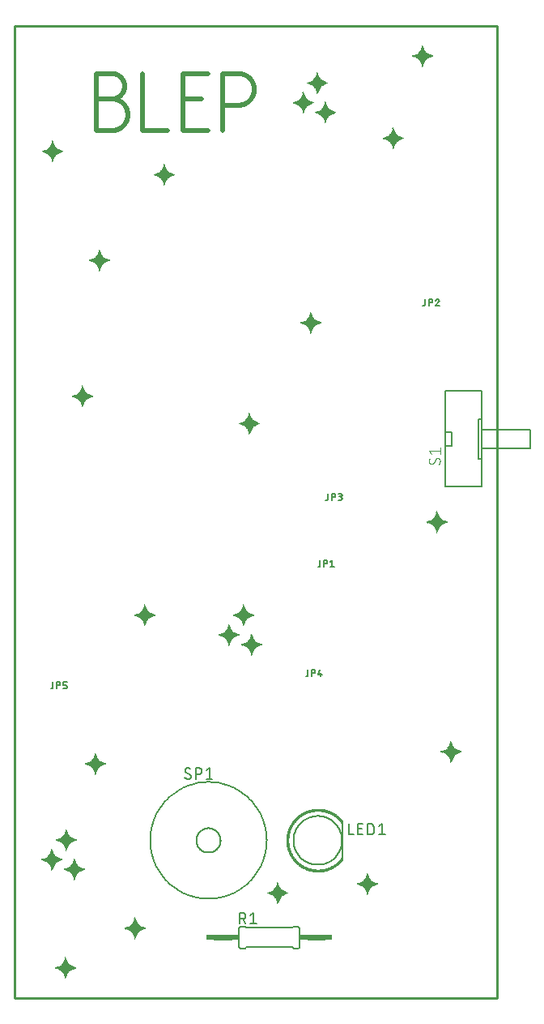
<source format=gbr>
G04 EAGLE Gerber RS-274X export*
G75*
%MOMM*%
%FSLAX34Y34*%
%LPD*%
%INSilkscreen Top*%
%IPPOS*%
%AMOC8*
5,1,8,0,0,1.08239X$1,22.5*%
G01*
%ADD10C,0.508000*%
%ADD11R,0.050800X0.025400*%
%ADD12R,0.076200X0.025400*%
%ADD13R,0.101600X0.025400*%
%ADD14R,0.127000X0.025400*%
%ADD15R,0.152400X0.025400*%
%ADD16R,0.177800X0.025400*%
%ADD17R,0.203200X0.025400*%
%ADD18R,0.228600X0.025400*%
%ADD19R,0.279400X0.025400*%
%ADD20R,0.304800X0.025400*%
%ADD21R,0.330200X0.025400*%
%ADD22R,0.381000X0.025400*%
%ADD23R,0.431800X0.025400*%
%ADD24R,0.508000X0.025400*%
%ADD25R,0.609600X0.025400*%
%ADD26R,0.635000X0.025400*%
%ADD27R,0.685800X0.025400*%
%ADD28R,0.711200X0.025400*%
%ADD29R,0.762000X0.025400*%
%ADD30R,0.838200X0.025400*%
%ADD31R,0.863600X0.025400*%
%ADD32R,0.965200X0.025400*%
%ADD33R,0.990600X0.025400*%
%ADD34R,1.092200X0.025400*%
%ADD35R,1.168400X0.025400*%
%ADD36R,1.295400X0.025400*%
%ADD37R,1.397000X0.025400*%
%ADD38R,1.473200X0.025400*%
%ADD39R,1.625600X0.025400*%
%ADD40R,0.025400X0.025400*%
%ADD41R,1.727200X0.025400*%
%ADD42R,1.930400X0.025400*%
%ADD43R,2.032000X0.025400*%
%ADD44R,2.209800X0.025400*%
%ADD45R,2.133600X0.025400*%
%ADD46R,1.828800X0.025400*%
%ADD47R,1.524000X0.025400*%
%ADD48R,1.320800X0.025400*%
%ADD49R,1.244600X0.025400*%
%ADD50R,1.066800X0.025400*%
%ADD51R,0.914400X0.025400*%
%ADD52R,0.889000X0.025400*%
%ADD53R,0.660400X0.025400*%
%ADD54R,0.584200X0.025400*%
%ADD55R,0.533400X0.025400*%
%ADD56R,0.482600X0.025400*%
%ADD57R,0.406400X0.025400*%
%ADD58R,0.355600X0.025400*%
%ADD59C,0.152400*%
%ADD60C,0.203200*%
%ADD61C,0.025400*%
%ADD62C,0.127000*%
%ADD63C,0.609600*%
%ADD64R,0.863600X0.609600*%
%ADD65C,0.101600*%
%ADD66C,0.254000*%


D10*
X301752Y964692D02*
X318262Y964692D01*
X318664Y964687D01*
X319066Y964672D01*
X319467Y964648D01*
X319868Y964614D01*
X320267Y964570D01*
X320666Y964516D01*
X321063Y964453D01*
X321458Y964380D01*
X321852Y964297D01*
X322243Y964205D01*
X322632Y964103D01*
X323019Y963992D01*
X323402Y963871D01*
X323783Y963742D01*
X324160Y963603D01*
X324534Y963454D01*
X324904Y963297D01*
X325270Y963131D01*
X325632Y962956D01*
X325989Y962772D01*
X326342Y962580D01*
X326690Y962379D01*
X327034Y962169D01*
X327372Y961951D01*
X327704Y961725D01*
X328031Y961491D01*
X328352Y961250D01*
X328668Y961000D01*
X328977Y960743D01*
X329279Y960478D01*
X329576Y960206D01*
X329865Y959927D01*
X330148Y959641D01*
X330423Y959348D01*
X330691Y959049D01*
X330952Y958743D01*
X331206Y958431D01*
X331452Y958113D01*
X331689Y957788D01*
X331919Y957459D01*
X332141Y957123D01*
X332355Y956783D01*
X332560Y956437D01*
X332757Y956086D01*
X332945Y955731D01*
X333125Y955371D01*
X333295Y955007D01*
X333457Y954639D01*
X333610Y954267D01*
X333753Y953892D01*
X333888Y953513D01*
X334013Y953131D01*
X334129Y952746D01*
X334235Y952358D01*
X334332Y951968D01*
X334420Y951575D01*
X334497Y951181D01*
X334566Y950785D01*
X334624Y950387D01*
X334673Y949988D01*
X334712Y949588D01*
X334741Y949187D01*
X334761Y948785D01*
X334771Y948383D01*
X334771Y947981D01*
X334761Y947579D01*
X334741Y947177D01*
X334712Y946776D01*
X334673Y946376D01*
X334624Y945977D01*
X334566Y945579D01*
X334497Y945183D01*
X334420Y944789D01*
X334332Y944396D01*
X334235Y944006D01*
X334129Y943618D01*
X334013Y943233D01*
X333888Y942851D01*
X333753Y942472D01*
X333610Y942097D01*
X333457Y941725D01*
X333295Y941357D01*
X333125Y940993D01*
X332945Y940633D01*
X332757Y940278D01*
X332560Y939927D01*
X332355Y939581D01*
X332141Y939241D01*
X331919Y938905D01*
X331689Y938576D01*
X331452Y938251D01*
X331206Y937933D01*
X330952Y937621D01*
X330691Y937315D01*
X330423Y937016D01*
X330148Y936723D01*
X329865Y936437D01*
X329576Y936158D01*
X329279Y935886D01*
X328977Y935621D01*
X328668Y935364D01*
X328352Y935114D01*
X328031Y934873D01*
X327704Y934639D01*
X327372Y934413D01*
X327034Y934195D01*
X326690Y933985D01*
X326342Y933784D01*
X325989Y933592D01*
X325632Y933408D01*
X325270Y933233D01*
X324904Y933067D01*
X324534Y932910D01*
X324160Y932761D01*
X323783Y932622D01*
X323402Y932493D01*
X323019Y932372D01*
X322632Y932261D01*
X322243Y932159D01*
X321852Y932067D01*
X321458Y931984D01*
X321063Y931911D01*
X320666Y931848D01*
X320267Y931794D01*
X319868Y931750D01*
X319467Y931716D01*
X319066Y931692D01*
X318664Y931677D01*
X318262Y931672D01*
X301752Y931672D01*
X301752Y991108D01*
X318262Y991108D01*
X318584Y991104D01*
X318905Y991092D01*
X319226Y991073D01*
X319547Y991045D01*
X319866Y991010D01*
X320185Y990967D01*
X320503Y990917D01*
X320819Y990858D01*
X321134Y990792D01*
X321447Y990718D01*
X321758Y990637D01*
X322067Y990548D01*
X322374Y990452D01*
X322679Y990348D01*
X322980Y990236D01*
X323279Y990118D01*
X323575Y989992D01*
X323868Y989859D01*
X324158Y989719D01*
X324444Y989572D01*
X324726Y989418D01*
X325005Y989257D01*
X325279Y989090D01*
X325550Y988915D01*
X325816Y988735D01*
X326077Y988548D01*
X326334Y988354D01*
X326587Y988154D01*
X326834Y987949D01*
X327076Y987737D01*
X327313Y987519D01*
X327544Y987296D01*
X327770Y987067D01*
X327991Y986833D01*
X328206Y986594D01*
X328414Y986349D01*
X328617Y986099D01*
X328814Y985844D01*
X329004Y985585D01*
X329188Y985321D01*
X329365Y985053D01*
X329536Y984781D01*
X329700Y984504D01*
X329858Y984224D01*
X330008Y983939D01*
X330152Y983651D01*
X330289Y983360D01*
X330418Y983066D01*
X330540Y982768D01*
X330655Y982468D01*
X330763Y982165D01*
X330863Y981859D01*
X330955Y981551D01*
X331041Y981241D01*
X331118Y980929D01*
X331188Y980615D01*
X331250Y980299D01*
X331305Y979982D01*
X331352Y979664D01*
X331391Y979345D01*
X331422Y979024D01*
X331446Y978704D01*
X331461Y978382D01*
X331469Y978061D01*
X331469Y977739D01*
X331461Y977418D01*
X331446Y977096D01*
X331422Y976776D01*
X331391Y976455D01*
X331352Y976136D01*
X331305Y975818D01*
X331250Y975501D01*
X331188Y975185D01*
X331118Y974871D01*
X331041Y974559D01*
X330955Y974249D01*
X330863Y973941D01*
X330763Y973635D01*
X330655Y973332D01*
X330540Y973032D01*
X330418Y972734D01*
X330289Y972440D01*
X330152Y972149D01*
X330008Y971861D01*
X329858Y971576D01*
X329700Y971296D01*
X329536Y971019D01*
X329365Y970747D01*
X329188Y970479D01*
X329004Y970215D01*
X328814Y969956D01*
X328617Y969701D01*
X328414Y969451D01*
X328206Y969206D01*
X327991Y968967D01*
X327770Y968733D01*
X327544Y968504D01*
X327313Y968281D01*
X327076Y968063D01*
X326834Y967851D01*
X326587Y967646D01*
X326334Y967446D01*
X326077Y967252D01*
X325816Y967065D01*
X325550Y966885D01*
X325279Y966710D01*
X325005Y966543D01*
X324726Y966382D01*
X324444Y966228D01*
X324158Y966081D01*
X323868Y965941D01*
X323575Y965808D01*
X323279Y965682D01*
X322980Y965564D01*
X322679Y965452D01*
X322374Y965348D01*
X322067Y965252D01*
X321758Y965163D01*
X321447Y965082D01*
X321134Y965008D01*
X320819Y964942D01*
X320503Y964883D01*
X320185Y964833D01*
X319866Y964790D01*
X319547Y964755D01*
X319226Y964727D01*
X318905Y964708D01*
X318584Y964696D01*
X318262Y964692D01*
X350241Y991108D02*
X350241Y931672D01*
X376657Y931672D01*
X392176Y931672D02*
X418592Y931672D01*
X392176Y931672D02*
X392176Y991108D01*
X418592Y991108D01*
X411988Y964692D02*
X392176Y964692D01*
X434010Y991108D02*
X434010Y931672D01*
X434010Y991108D02*
X450520Y991108D01*
X450922Y991103D01*
X451324Y991088D01*
X451725Y991064D01*
X452126Y991030D01*
X452525Y990986D01*
X452924Y990932D01*
X453321Y990869D01*
X453716Y990796D01*
X454110Y990713D01*
X454501Y990621D01*
X454890Y990519D01*
X455277Y990408D01*
X455660Y990287D01*
X456041Y990158D01*
X456418Y990019D01*
X456792Y989870D01*
X457162Y989713D01*
X457528Y989547D01*
X457890Y989372D01*
X458247Y989188D01*
X458600Y988996D01*
X458948Y988795D01*
X459292Y988585D01*
X459630Y988367D01*
X459962Y988141D01*
X460289Y987907D01*
X460610Y987666D01*
X460926Y987416D01*
X461235Y987159D01*
X461537Y986894D01*
X461834Y986622D01*
X462123Y986343D01*
X462406Y986057D01*
X462681Y985764D01*
X462949Y985465D01*
X463210Y985159D01*
X463464Y984847D01*
X463710Y984529D01*
X463947Y984204D01*
X464177Y983875D01*
X464399Y983539D01*
X464613Y983199D01*
X464818Y982853D01*
X465015Y982502D01*
X465203Y982147D01*
X465383Y981787D01*
X465553Y981423D01*
X465715Y981055D01*
X465868Y980683D01*
X466011Y980308D01*
X466146Y979929D01*
X466271Y979547D01*
X466387Y979162D01*
X466493Y978774D01*
X466590Y978384D01*
X466678Y977991D01*
X466755Y977597D01*
X466824Y977201D01*
X466882Y976803D01*
X466931Y976404D01*
X466970Y976004D01*
X466999Y975603D01*
X467019Y975201D01*
X467029Y974799D01*
X467029Y974397D01*
X467019Y973995D01*
X466999Y973593D01*
X466970Y973192D01*
X466931Y972792D01*
X466882Y972393D01*
X466824Y971995D01*
X466755Y971599D01*
X466678Y971205D01*
X466590Y970812D01*
X466493Y970422D01*
X466387Y970034D01*
X466271Y969649D01*
X466146Y969267D01*
X466011Y968888D01*
X465868Y968513D01*
X465715Y968141D01*
X465553Y967773D01*
X465383Y967409D01*
X465203Y967049D01*
X465015Y966694D01*
X464818Y966343D01*
X464613Y965997D01*
X464399Y965657D01*
X464177Y965321D01*
X463947Y964992D01*
X463710Y964667D01*
X463464Y964349D01*
X463210Y964037D01*
X462949Y963731D01*
X462681Y963432D01*
X462406Y963139D01*
X462123Y962853D01*
X461834Y962574D01*
X461537Y962302D01*
X461235Y962037D01*
X460926Y961780D01*
X460610Y961530D01*
X460289Y961289D01*
X459962Y961055D01*
X459630Y960829D01*
X459292Y960611D01*
X458948Y960401D01*
X458600Y960200D01*
X458247Y960008D01*
X457890Y959824D01*
X457528Y959649D01*
X457162Y959483D01*
X456792Y959326D01*
X456418Y959177D01*
X456041Y959038D01*
X455660Y958909D01*
X455277Y958788D01*
X454890Y958677D01*
X454501Y958575D01*
X454110Y958483D01*
X453716Y958400D01*
X453321Y958327D01*
X452924Y958264D01*
X452525Y958210D01*
X452126Y958166D01*
X451725Y958132D01*
X451324Y958108D01*
X450922Y958093D01*
X450520Y958088D01*
X434010Y958088D01*
D11*
X533273Y969772D03*
X533273Y970026D03*
X533273Y970280D03*
D12*
X533400Y970534D03*
D13*
X533273Y970788D03*
X533273Y971042D03*
D14*
X533400Y971296D03*
D15*
X533273Y971550D03*
X533273Y971804D03*
D16*
X533400Y972058D03*
X533146Y972312D03*
D17*
X533273Y972566D03*
D18*
X533400Y972820D03*
D19*
X533400Y973074D03*
X533400Y973328D03*
D20*
X533273Y973582D03*
X533273Y973836D03*
D21*
X533400Y974090D03*
D22*
X533400Y974344D03*
X533400Y974598D03*
D23*
X533400Y974852D03*
X533400Y975106D03*
X533400Y975360D03*
D24*
X533273Y975614D03*
X533273Y975868D03*
D25*
X533273Y976122D03*
D26*
X533400Y976376D03*
D27*
X533146Y976630D03*
D28*
X533273Y976884D03*
D29*
X533273Y977138D03*
D30*
X533146Y977392D03*
D31*
X533273Y977646D03*
D32*
X533273Y977900D03*
D33*
X533400Y978154D03*
D34*
X533400Y978408D03*
D35*
X533527Y978662D03*
D36*
X533400Y978916D03*
D37*
X533400Y979170D03*
D38*
X533273Y979424D03*
D39*
X533527Y979678D03*
D40*
X524510Y979932D03*
D41*
X533527Y979932D03*
D42*
X533273Y980186D03*
D43*
X533019Y980440D03*
D44*
X533146Y980694D03*
X533146Y980948D03*
D45*
X533273Y981202D03*
D42*
X533273Y981456D03*
D46*
X533273Y981710D03*
D39*
X533527Y981964D03*
D47*
X533527Y982218D03*
D48*
X533781Y982472D03*
D49*
X533654Y982726D03*
D35*
X533527Y982980D03*
D50*
X533527Y983234D03*
X533527Y983488D03*
D51*
X533527Y983742D03*
D52*
X533400Y983996D03*
D30*
X533400Y984250D03*
D29*
X533273Y984504D03*
X533273Y984758D03*
D28*
X533273Y985012D03*
D53*
X533273Y985266D03*
D26*
X533146Y985520D03*
D54*
X533146Y985774D03*
D55*
X533146Y986028D03*
D24*
X533273Y986282D03*
D56*
X533146Y986536D03*
D23*
X533146Y986790D03*
D57*
X533273Y987044D03*
X533273Y987298D03*
D58*
X533273Y987552D03*
D21*
X533146Y987806D03*
D20*
X533273Y988060D03*
X533273Y988314D03*
D19*
X533146Y988568D03*
X533146Y988822D03*
D18*
X533146Y989076D03*
X533146Y989330D03*
D16*
X533146Y989584D03*
X533146Y989838D03*
D15*
X533273Y990092D03*
D14*
X533146Y990346D03*
X533146Y990600D03*
D13*
X533019Y990854D03*
D12*
X533146Y991108D03*
X533146Y991362D03*
D11*
X533273Y991616D03*
D40*
X533146Y991870D03*
D11*
X541655Y939038D03*
X541655Y939292D03*
X541655Y939546D03*
D12*
X541782Y939800D03*
D13*
X541655Y940054D03*
X541655Y940308D03*
D14*
X541782Y940562D03*
D15*
X541655Y940816D03*
X541655Y941070D03*
D16*
X541782Y941324D03*
X541528Y941578D03*
D17*
X541655Y941832D03*
D18*
X541782Y942086D03*
D19*
X541782Y942340D03*
X541782Y942594D03*
D20*
X541655Y942848D03*
X541655Y943102D03*
D21*
X541782Y943356D03*
D22*
X541782Y943610D03*
X541782Y943864D03*
D23*
X541782Y944118D03*
X541782Y944372D03*
X541782Y944626D03*
D24*
X541655Y944880D03*
X541655Y945134D03*
D25*
X541655Y945388D03*
D26*
X541782Y945642D03*
D27*
X541528Y945896D03*
D28*
X541655Y946150D03*
D29*
X541655Y946404D03*
D30*
X541528Y946658D03*
D31*
X541655Y946912D03*
D32*
X541655Y947166D03*
D33*
X541782Y947420D03*
D34*
X541782Y947674D03*
D35*
X541909Y947928D03*
D36*
X541782Y948182D03*
D37*
X541782Y948436D03*
D38*
X541655Y948690D03*
D39*
X541909Y948944D03*
D40*
X532892Y949198D03*
D41*
X541909Y949198D03*
D42*
X541655Y949452D03*
D43*
X541401Y949706D03*
D44*
X541528Y949960D03*
X541528Y950214D03*
D45*
X541655Y950468D03*
D42*
X541655Y950722D03*
D46*
X541655Y950976D03*
D39*
X541909Y951230D03*
D47*
X541909Y951484D03*
D48*
X542163Y951738D03*
D49*
X542036Y951992D03*
D35*
X541909Y952246D03*
D50*
X541909Y952500D03*
X541909Y952754D03*
D51*
X541909Y953008D03*
D52*
X541782Y953262D03*
D30*
X541782Y953516D03*
D29*
X541655Y953770D03*
X541655Y954024D03*
D28*
X541655Y954278D03*
D53*
X541655Y954532D03*
D26*
X541528Y954786D03*
D54*
X541528Y955040D03*
D55*
X541528Y955294D03*
D24*
X541655Y955548D03*
D56*
X541528Y955802D03*
D23*
X541528Y956056D03*
D57*
X541655Y956310D03*
X541655Y956564D03*
D58*
X541655Y956818D03*
D21*
X541528Y957072D03*
D20*
X541655Y957326D03*
X541655Y957580D03*
D19*
X541528Y957834D03*
X541528Y958088D03*
D18*
X541528Y958342D03*
X541528Y958596D03*
D16*
X541528Y958850D03*
X541528Y959104D03*
D15*
X541655Y959358D03*
D14*
X541528Y959612D03*
X541528Y959866D03*
D13*
X541401Y960120D03*
D12*
X541528Y960374D03*
X541528Y960628D03*
D11*
X541655Y960882D03*
D40*
X541528Y961136D03*
D11*
X518287Y949198D03*
X518287Y949452D03*
X518287Y949706D03*
D12*
X518414Y949960D03*
D13*
X518287Y950214D03*
X518287Y950468D03*
D14*
X518414Y950722D03*
D15*
X518287Y950976D03*
X518287Y951230D03*
D16*
X518414Y951484D03*
X518160Y951738D03*
D17*
X518287Y951992D03*
D18*
X518414Y952246D03*
D19*
X518414Y952500D03*
X518414Y952754D03*
D20*
X518287Y953008D03*
X518287Y953262D03*
D21*
X518414Y953516D03*
D22*
X518414Y953770D03*
X518414Y954024D03*
D23*
X518414Y954278D03*
X518414Y954532D03*
X518414Y954786D03*
D24*
X518287Y955040D03*
X518287Y955294D03*
D25*
X518287Y955548D03*
D26*
X518414Y955802D03*
D27*
X518160Y956056D03*
D28*
X518287Y956310D03*
D29*
X518287Y956564D03*
D30*
X518160Y956818D03*
D31*
X518287Y957072D03*
D32*
X518287Y957326D03*
D33*
X518414Y957580D03*
D34*
X518414Y957834D03*
D35*
X518541Y958088D03*
D36*
X518414Y958342D03*
D37*
X518414Y958596D03*
D38*
X518287Y958850D03*
D39*
X518541Y959104D03*
D40*
X509524Y959358D03*
D41*
X518541Y959358D03*
D42*
X518287Y959612D03*
D43*
X518033Y959866D03*
D44*
X518160Y960120D03*
X518160Y960374D03*
D45*
X518287Y960628D03*
D42*
X518287Y960882D03*
D46*
X518287Y961136D03*
D39*
X518541Y961390D03*
D47*
X518541Y961644D03*
D48*
X518795Y961898D03*
D49*
X518668Y962152D03*
D35*
X518541Y962406D03*
D50*
X518541Y962660D03*
X518541Y962914D03*
D51*
X518541Y963168D03*
D52*
X518414Y963422D03*
D30*
X518414Y963676D03*
D29*
X518287Y963930D03*
X518287Y964184D03*
D28*
X518287Y964438D03*
D53*
X518287Y964692D03*
D26*
X518160Y964946D03*
D54*
X518160Y965200D03*
D55*
X518160Y965454D03*
D24*
X518287Y965708D03*
D56*
X518160Y965962D03*
D23*
X518160Y966216D03*
D57*
X518287Y966470D03*
X518287Y966724D03*
D58*
X518287Y966978D03*
D21*
X518160Y967232D03*
D20*
X518287Y967486D03*
X518287Y967740D03*
D19*
X518160Y967994D03*
X518160Y968248D03*
D18*
X518160Y968502D03*
X518160Y968756D03*
D16*
X518160Y969010D03*
X518160Y969264D03*
D15*
X518287Y969518D03*
D14*
X518160Y969772D03*
X518160Y970026D03*
D13*
X518033Y970280D03*
D12*
X518160Y970534D03*
X518160Y970788D03*
D11*
X518287Y971042D03*
D40*
X518160Y971296D03*
D11*
X455803Y414020D03*
X455803Y414274D03*
X455803Y414528D03*
D12*
X455930Y414782D03*
D13*
X455803Y415036D03*
X455803Y415290D03*
D14*
X455930Y415544D03*
D15*
X455803Y415798D03*
X455803Y416052D03*
D16*
X455930Y416306D03*
X455676Y416560D03*
D17*
X455803Y416814D03*
D18*
X455930Y417068D03*
D19*
X455930Y417322D03*
X455930Y417576D03*
D20*
X455803Y417830D03*
X455803Y418084D03*
D21*
X455930Y418338D03*
D22*
X455930Y418592D03*
X455930Y418846D03*
D23*
X455930Y419100D03*
X455930Y419354D03*
X455930Y419608D03*
D24*
X455803Y419862D03*
X455803Y420116D03*
D25*
X455803Y420370D03*
D26*
X455930Y420624D03*
D27*
X455676Y420878D03*
D28*
X455803Y421132D03*
D29*
X455803Y421386D03*
D30*
X455676Y421640D03*
D31*
X455803Y421894D03*
D32*
X455803Y422148D03*
D33*
X455930Y422402D03*
D34*
X455930Y422656D03*
D35*
X456057Y422910D03*
D36*
X455930Y423164D03*
D37*
X455930Y423418D03*
D38*
X455803Y423672D03*
D39*
X456057Y423926D03*
D40*
X447040Y424180D03*
D41*
X456057Y424180D03*
D42*
X455803Y424434D03*
D43*
X455549Y424688D03*
D44*
X455676Y424942D03*
X455676Y425196D03*
D45*
X455803Y425450D03*
D42*
X455803Y425704D03*
D46*
X455803Y425958D03*
D39*
X456057Y426212D03*
D47*
X456057Y426466D03*
D48*
X456311Y426720D03*
D49*
X456184Y426974D03*
D35*
X456057Y427228D03*
D50*
X456057Y427482D03*
X456057Y427736D03*
D51*
X456057Y427990D03*
D52*
X455930Y428244D03*
D30*
X455930Y428498D03*
D29*
X455803Y428752D03*
X455803Y429006D03*
D28*
X455803Y429260D03*
D53*
X455803Y429514D03*
D26*
X455676Y429768D03*
D54*
X455676Y430022D03*
D55*
X455676Y430276D03*
D24*
X455803Y430530D03*
D56*
X455676Y430784D03*
D23*
X455676Y431038D03*
D57*
X455803Y431292D03*
X455803Y431546D03*
D58*
X455803Y431800D03*
D21*
X455676Y432054D03*
D20*
X455803Y432308D03*
X455803Y432562D03*
D19*
X455676Y432816D03*
X455676Y433070D03*
D18*
X455676Y433324D03*
X455676Y433578D03*
D16*
X455676Y433832D03*
X455676Y434086D03*
D15*
X455803Y434340D03*
D14*
X455676Y434594D03*
X455676Y434848D03*
D13*
X455549Y435102D03*
D12*
X455676Y435356D03*
X455676Y435610D03*
D11*
X455803Y435864D03*
D40*
X455676Y436118D03*
D11*
X464185Y383286D03*
X464185Y383540D03*
X464185Y383794D03*
D12*
X464312Y384048D03*
D13*
X464185Y384302D03*
X464185Y384556D03*
D14*
X464312Y384810D03*
D15*
X464185Y385064D03*
X464185Y385318D03*
D16*
X464312Y385572D03*
X464058Y385826D03*
D17*
X464185Y386080D03*
D18*
X464312Y386334D03*
D19*
X464312Y386588D03*
X464312Y386842D03*
D20*
X464185Y387096D03*
X464185Y387350D03*
D21*
X464312Y387604D03*
D22*
X464312Y387858D03*
X464312Y388112D03*
D23*
X464312Y388366D03*
X464312Y388620D03*
X464312Y388874D03*
D24*
X464185Y389128D03*
X464185Y389382D03*
D25*
X464185Y389636D03*
D26*
X464312Y389890D03*
D27*
X464058Y390144D03*
D28*
X464185Y390398D03*
D29*
X464185Y390652D03*
D30*
X464058Y390906D03*
D31*
X464185Y391160D03*
D32*
X464185Y391414D03*
D33*
X464312Y391668D03*
D34*
X464312Y391922D03*
D35*
X464439Y392176D03*
D36*
X464312Y392430D03*
D37*
X464312Y392684D03*
D38*
X464185Y392938D03*
D39*
X464439Y393192D03*
D40*
X455422Y393446D03*
D41*
X464439Y393446D03*
D42*
X464185Y393700D03*
D43*
X463931Y393954D03*
D44*
X464058Y394208D03*
X464058Y394462D03*
D45*
X464185Y394716D03*
D42*
X464185Y394970D03*
D46*
X464185Y395224D03*
D39*
X464439Y395478D03*
D47*
X464439Y395732D03*
D48*
X464693Y395986D03*
D49*
X464566Y396240D03*
D35*
X464439Y396494D03*
D50*
X464439Y396748D03*
X464439Y397002D03*
D51*
X464439Y397256D03*
D52*
X464312Y397510D03*
D30*
X464312Y397764D03*
D29*
X464185Y398018D03*
X464185Y398272D03*
D28*
X464185Y398526D03*
D53*
X464185Y398780D03*
D26*
X464058Y399034D03*
D54*
X464058Y399288D03*
D55*
X464058Y399542D03*
D24*
X464185Y399796D03*
D56*
X464058Y400050D03*
D23*
X464058Y400304D03*
D57*
X464185Y400558D03*
X464185Y400812D03*
D58*
X464185Y401066D03*
D21*
X464058Y401320D03*
D20*
X464185Y401574D03*
X464185Y401828D03*
D19*
X464058Y402082D03*
X464058Y402336D03*
D18*
X464058Y402590D03*
X464058Y402844D03*
D16*
X464058Y403098D03*
X464058Y403352D03*
D15*
X464185Y403606D03*
D14*
X464058Y403860D03*
X464058Y404114D03*
D13*
X463931Y404368D03*
D12*
X464058Y404622D03*
X464058Y404876D03*
D11*
X464185Y405130D03*
D40*
X464058Y405384D03*
D11*
X440817Y393446D03*
X440817Y393700D03*
X440817Y393954D03*
D12*
X440944Y394208D03*
D13*
X440817Y394462D03*
X440817Y394716D03*
D14*
X440944Y394970D03*
D15*
X440817Y395224D03*
X440817Y395478D03*
D16*
X440944Y395732D03*
X440690Y395986D03*
D17*
X440817Y396240D03*
D18*
X440944Y396494D03*
D19*
X440944Y396748D03*
X440944Y397002D03*
D20*
X440817Y397256D03*
X440817Y397510D03*
D21*
X440944Y397764D03*
D22*
X440944Y398018D03*
X440944Y398272D03*
D23*
X440944Y398526D03*
X440944Y398780D03*
X440944Y399034D03*
D24*
X440817Y399288D03*
X440817Y399542D03*
D25*
X440817Y399796D03*
D26*
X440944Y400050D03*
D27*
X440690Y400304D03*
D28*
X440817Y400558D03*
D29*
X440817Y400812D03*
D30*
X440690Y401066D03*
D31*
X440817Y401320D03*
D32*
X440817Y401574D03*
D33*
X440944Y401828D03*
D34*
X440944Y402082D03*
D35*
X441071Y402336D03*
D36*
X440944Y402590D03*
D37*
X440944Y402844D03*
D38*
X440817Y403098D03*
D39*
X441071Y403352D03*
D40*
X432054Y403606D03*
D41*
X441071Y403606D03*
D42*
X440817Y403860D03*
D43*
X440563Y404114D03*
D44*
X440690Y404368D03*
X440690Y404622D03*
D45*
X440817Y404876D03*
D42*
X440817Y405130D03*
D46*
X440817Y405384D03*
D39*
X441071Y405638D03*
D47*
X441071Y405892D03*
D48*
X441325Y406146D03*
D49*
X441198Y406400D03*
D35*
X441071Y406654D03*
D50*
X441071Y406908D03*
X441071Y407162D03*
D51*
X441071Y407416D03*
D52*
X440944Y407670D03*
D30*
X440944Y407924D03*
D29*
X440817Y408178D03*
X440817Y408432D03*
D28*
X440817Y408686D03*
D53*
X440817Y408940D03*
D26*
X440690Y409194D03*
D54*
X440690Y409448D03*
D55*
X440690Y409702D03*
D24*
X440817Y409956D03*
D56*
X440690Y410210D03*
D23*
X440690Y410464D03*
D57*
X440817Y410718D03*
X440817Y410972D03*
D58*
X440817Y411226D03*
D21*
X440690Y411480D03*
D20*
X440817Y411734D03*
X440817Y411988D03*
D19*
X440690Y412242D03*
X440690Y412496D03*
D18*
X440690Y412750D03*
X440690Y413004D03*
D16*
X440690Y413258D03*
X440690Y413512D03*
D15*
X440817Y413766D03*
D14*
X440690Y414020D03*
X440690Y414274D03*
D13*
X440563Y414528D03*
D12*
X440690Y414782D03*
X440690Y415036D03*
D11*
X440817Y415290D03*
D40*
X440690Y415544D03*
D11*
X270637Y179324D03*
X270637Y179578D03*
X270637Y179832D03*
D12*
X270764Y180086D03*
D13*
X270637Y180340D03*
X270637Y180594D03*
D14*
X270764Y180848D03*
D15*
X270637Y181102D03*
X270637Y181356D03*
D16*
X270764Y181610D03*
X270510Y181864D03*
D17*
X270637Y182118D03*
D18*
X270764Y182372D03*
D19*
X270764Y182626D03*
X270764Y182880D03*
D20*
X270637Y183134D03*
X270637Y183388D03*
D21*
X270764Y183642D03*
D22*
X270764Y183896D03*
X270764Y184150D03*
D23*
X270764Y184404D03*
X270764Y184658D03*
X270764Y184912D03*
D24*
X270637Y185166D03*
X270637Y185420D03*
D25*
X270637Y185674D03*
D26*
X270764Y185928D03*
D27*
X270510Y186182D03*
D28*
X270637Y186436D03*
D29*
X270637Y186690D03*
D30*
X270510Y186944D03*
D31*
X270637Y187198D03*
D32*
X270637Y187452D03*
D33*
X270764Y187706D03*
D34*
X270764Y187960D03*
D35*
X270891Y188214D03*
D36*
X270764Y188468D03*
D37*
X270764Y188722D03*
D38*
X270637Y188976D03*
D39*
X270891Y189230D03*
D40*
X261874Y189484D03*
D41*
X270891Y189484D03*
D42*
X270637Y189738D03*
D43*
X270383Y189992D03*
D44*
X270510Y190246D03*
X270510Y190500D03*
D45*
X270637Y190754D03*
D42*
X270637Y191008D03*
D46*
X270637Y191262D03*
D39*
X270891Y191516D03*
D47*
X270891Y191770D03*
D48*
X271145Y192024D03*
D49*
X271018Y192278D03*
D35*
X270891Y192532D03*
D50*
X270891Y192786D03*
X270891Y193040D03*
D51*
X270891Y193294D03*
D52*
X270764Y193548D03*
D30*
X270764Y193802D03*
D29*
X270637Y194056D03*
X270637Y194310D03*
D28*
X270637Y194564D03*
D53*
X270637Y194818D03*
D26*
X270510Y195072D03*
D54*
X270510Y195326D03*
D55*
X270510Y195580D03*
D24*
X270637Y195834D03*
D56*
X270510Y196088D03*
D23*
X270510Y196342D03*
D57*
X270637Y196596D03*
X270637Y196850D03*
D58*
X270637Y197104D03*
D21*
X270510Y197358D03*
D20*
X270637Y197612D03*
X270637Y197866D03*
D19*
X270510Y198120D03*
X270510Y198374D03*
D18*
X270510Y198628D03*
X270510Y198882D03*
D16*
X270510Y199136D03*
X270510Y199390D03*
D15*
X270637Y199644D03*
D14*
X270510Y199898D03*
X270510Y200152D03*
D13*
X270383Y200406D03*
D12*
X270510Y200660D03*
X270510Y200914D03*
D11*
X270637Y201168D03*
D40*
X270510Y201422D03*
D11*
X279019Y148590D03*
X279019Y148844D03*
X279019Y149098D03*
D12*
X279146Y149352D03*
D13*
X279019Y149606D03*
X279019Y149860D03*
D14*
X279146Y150114D03*
D15*
X279019Y150368D03*
X279019Y150622D03*
D16*
X279146Y150876D03*
X278892Y151130D03*
D17*
X279019Y151384D03*
D18*
X279146Y151638D03*
D19*
X279146Y151892D03*
X279146Y152146D03*
D20*
X279019Y152400D03*
X279019Y152654D03*
D21*
X279146Y152908D03*
D22*
X279146Y153162D03*
X279146Y153416D03*
D23*
X279146Y153670D03*
X279146Y153924D03*
X279146Y154178D03*
D24*
X279019Y154432D03*
X279019Y154686D03*
D25*
X279019Y154940D03*
D26*
X279146Y155194D03*
D27*
X278892Y155448D03*
D28*
X279019Y155702D03*
D29*
X279019Y155956D03*
D30*
X278892Y156210D03*
D31*
X279019Y156464D03*
D32*
X279019Y156718D03*
D33*
X279146Y156972D03*
D34*
X279146Y157226D03*
D35*
X279273Y157480D03*
D36*
X279146Y157734D03*
D37*
X279146Y157988D03*
D38*
X279019Y158242D03*
D39*
X279273Y158496D03*
D40*
X270256Y158750D03*
D41*
X279273Y158750D03*
D42*
X279019Y159004D03*
D43*
X278765Y159258D03*
D44*
X278892Y159512D03*
X278892Y159766D03*
D45*
X279019Y160020D03*
D42*
X279019Y160274D03*
D46*
X279019Y160528D03*
D39*
X279273Y160782D03*
D47*
X279273Y161036D03*
D48*
X279527Y161290D03*
D49*
X279400Y161544D03*
D35*
X279273Y161798D03*
D50*
X279273Y162052D03*
X279273Y162306D03*
D51*
X279273Y162560D03*
D52*
X279146Y162814D03*
D30*
X279146Y163068D03*
D29*
X279019Y163322D03*
X279019Y163576D03*
D28*
X279019Y163830D03*
D53*
X279019Y164084D03*
D26*
X278892Y164338D03*
D54*
X278892Y164592D03*
D55*
X278892Y164846D03*
D24*
X279019Y165100D03*
D56*
X278892Y165354D03*
D23*
X278892Y165608D03*
D57*
X279019Y165862D03*
X279019Y166116D03*
D58*
X279019Y166370D03*
D21*
X278892Y166624D03*
D20*
X279019Y166878D03*
X279019Y167132D03*
D19*
X278892Y167386D03*
X278892Y167640D03*
D18*
X278892Y167894D03*
X278892Y168148D03*
D16*
X278892Y168402D03*
X278892Y168656D03*
D15*
X279019Y168910D03*
D14*
X278892Y169164D03*
X278892Y169418D03*
D13*
X278765Y169672D03*
D12*
X278892Y169926D03*
X278892Y170180D03*
D11*
X279019Y170434D03*
D40*
X278892Y170688D03*
D11*
X255651Y158750D03*
X255651Y159004D03*
X255651Y159258D03*
D12*
X255778Y159512D03*
D13*
X255651Y159766D03*
X255651Y160020D03*
D14*
X255778Y160274D03*
D15*
X255651Y160528D03*
X255651Y160782D03*
D16*
X255778Y161036D03*
X255524Y161290D03*
D17*
X255651Y161544D03*
D18*
X255778Y161798D03*
D19*
X255778Y162052D03*
X255778Y162306D03*
D20*
X255651Y162560D03*
X255651Y162814D03*
D21*
X255778Y163068D03*
D22*
X255778Y163322D03*
X255778Y163576D03*
D23*
X255778Y163830D03*
X255778Y164084D03*
X255778Y164338D03*
D24*
X255651Y164592D03*
X255651Y164846D03*
D25*
X255651Y165100D03*
D26*
X255778Y165354D03*
D27*
X255524Y165608D03*
D28*
X255651Y165862D03*
D29*
X255651Y166116D03*
D30*
X255524Y166370D03*
D31*
X255651Y166624D03*
D32*
X255651Y166878D03*
D33*
X255778Y167132D03*
D34*
X255778Y167386D03*
D35*
X255905Y167640D03*
D36*
X255778Y167894D03*
D37*
X255778Y168148D03*
D38*
X255651Y168402D03*
D39*
X255905Y168656D03*
D40*
X246888Y168910D03*
D41*
X255905Y168910D03*
D42*
X255651Y169164D03*
D43*
X255397Y169418D03*
D44*
X255524Y169672D03*
X255524Y169926D03*
D45*
X255651Y170180D03*
D42*
X255651Y170434D03*
D46*
X255651Y170688D03*
D39*
X255905Y170942D03*
D47*
X255905Y171196D03*
D48*
X256159Y171450D03*
D49*
X256032Y171704D03*
D35*
X255905Y171958D03*
D50*
X255905Y172212D03*
X255905Y172466D03*
D51*
X255905Y172720D03*
D52*
X255778Y172974D03*
D30*
X255778Y173228D03*
D29*
X255651Y173482D03*
X255651Y173736D03*
D28*
X255651Y173990D03*
D53*
X255651Y174244D03*
D26*
X255524Y174498D03*
D54*
X255524Y174752D03*
D55*
X255524Y175006D03*
D24*
X255651Y175260D03*
D56*
X255524Y175514D03*
D23*
X255524Y175768D03*
D57*
X255651Y176022D03*
X255651Y176276D03*
D58*
X255651Y176530D03*
D21*
X255524Y176784D03*
D20*
X255651Y177038D03*
X255651Y177292D03*
D19*
X255524Y177546D03*
X255524Y177800D03*
D18*
X255524Y178054D03*
X255524Y178308D03*
D16*
X255524Y178562D03*
X255524Y178816D03*
D15*
X255651Y179070D03*
D14*
X255524Y179324D03*
X255524Y179578D03*
D13*
X255397Y179832D03*
D12*
X255524Y180086D03*
X255524Y180340D03*
D11*
X255651Y180594D03*
D40*
X255524Y180848D03*
D11*
X256159Y898398D03*
X256159Y898652D03*
X256159Y898906D03*
D12*
X256286Y899160D03*
D13*
X256159Y899414D03*
X256159Y899668D03*
D14*
X256286Y899922D03*
D15*
X256159Y900176D03*
X256159Y900430D03*
D16*
X256286Y900684D03*
X256032Y900938D03*
D17*
X256159Y901192D03*
D18*
X256286Y901446D03*
D19*
X256286Y901700D03*
X256286Y901954D03*
D20*
X256159Y902208D03*
X256159Y902462D03*
D21*
X256286Y902716D03*
D22*
X256286Y902970D03*
X256286Y903224D03*
D23*
X256286Y903478D03*
X256286Y903732D03*
X256286Y903986D03*
D24*
X256159Y904240D03*
X256159Y904494D03*
D25*
X256159Y904748D03*
D26*
X256286Y905002D03*
D27*
X256032Y905256D03*
D28*
X256159Y905510D03*
D29*
X256159Y905764D03*
D30*
X256032Y906018D03*
D31*
X256159Y906272D03*
D32*
X256159Y906526D03*
D33*
X256286Y906780D03*
D34*
X256286Y907034D03*
D35*
X256413Y907288D03*
D36*
X256286Y907542D03*
D37*
X256286Y907796D03*
D38*
X256159Y908050D03*
D39*
X256413Y908304D03*
D40*
X247396Y908558D03*
D41*
X256413Y908558D03*
D42*
X256159Y908812D03*
D43*
X255905Y909066D03*
D44*
X256032Y909320D03*
X256032Y909574D03*
D45*
X256159Y909828D03*
D42*
X256159Y910082D03*
D46*
X256159Y910336D03*
D39*
X256413Y910590D03*
D47*
X256413Y910844D03*
D48*
X256667Y911098D03*
D49*
X256540Y911352D03*
D35*
X256413Y911606D03*
D50*
X256413Y911860D03*
X256413Y912114D03*
D51*
X256413Y912368D03*
D52*
X256286Y912622D03*
D30*
X256286Y912876D03*
D29*
X256159Y913130D03*
X256159Y913384D03*
D28*
X256159Y913638D03*
D53*
X256159Y913892D03*
D26*
X256032Y914146D03*
D54*
X256032Y914400D03*
D55*
X256032Y914654D03*
D24*
X256159Y914908D03*
D56*
X256032Y915162D03*
D23*
X256032Y915416D03*
D57*
X256159Y915670D03*
X256159Y915924D03*
D58*
X256159Y916178D03*
D21*
X256032Y916432D03*
D20*
X256159Y916686D03*
X256159Y916940D03*
D19*
X256032Y917194D03*
X256032Y917448D03*
D18*
X256032Y917702D03*
X256032Y917956D03*
D16*
X256032Y918210D03*
X256032Y918464D03*
D15*
X256159Y918718D03*
D14*
X256032Y918972D03*
X256032Y919226D03*
D13*
X255905Y919480D03*
D12*
X256032Y919734D03*
X256032Y919988D03*
D11*
X256159Y920242D03*
D40*
X256032Y920496D03*
D11*
X287401Y642620D03*
X287401Y642874D03*
X287401Y643128D03*
D12*
X287528Y643382D03*
D13*
X287401Y643636D03*
X287401Y643890D03*
D14*
X287528Y644144D03*
D15*
X287401Y644398D03*
X287401Y644652D03*
D16*
X287528Y644906D03*
X287274Y645160D03*
D17*
X287401Y645414D03*
D18*
X287528Y645668D03*
D19*
X287528Y645922D03*
X287528Y646176D03*
D20*
X287401Y646430D03*
X287401Y646684D03*
D21*
X287528Y646938D03*
D22*
X287528Y647192D03*
X287528Y647446D03*
D23*
X287528Y647700D03*
X287528Y647954D03*
X287528Y648208D03*
D24*
X287401Y648462D03*
X287401Y648716D03*
D25*
X287401Y648970D03*
D26*
X287528Y649224D03*
D27*
X287274Y649478D03*
D28*
X287401Y649732D03*
D29*
X287401Y649986D03*
D30*
X287274Y650240D03*
D31*
X287401Y650494D03*
D32*
X287401Y650748D03*
D33*
X287528Y651002D03*
D34*
X287528Y651256D03*
D35*
X287655Y651510D03*
D36*
X287528Y651764D03*
D37*
X287528Y652018D03*
D38*
X287401Y652272D03*
D39*
X287655Y652526D03*
D40*
X278638Y652780D03*
D41*
X287655Y652780D03*
D42*
X287401Y653034D03*
D43*
X287147Y653288D03*
D44*
X287274Y653542D03*
X287274Y653796D03*
D45*
X287401Y654050D03*
D42*
X287401Y654304D03*
D46*
X287401Y654558D03*
D39*
X287655Y654812D03*
D47*
X287655Y655066D03*
D48*
X287909Y655320D03*
D49*
X287782Y655574D03*
D35*
X287655Y655828D03*
D50*
X287655Y656082D03*
X287655Y656336D03*
D51*
X287655Y656590D03*
D52*
X287528Y656844D03*
D30*
X287528Y657098D03*
D29*
X287401Y657352D03*
X287401Y657606D03*
D28*
X287401Y657860D03*
D53*
X287401Y658114D03*
D26*
X287274Y658368D03*
D54*
X287274Y658622D03*
D55*
X287274Y658876D03*
D24*
X287401Y659130D03*
D56*
X287274Y659384D03*
D23*
X287274Y659638D03*
D57*
X287401Y659892D03*
X287401Y660146D03*
D58*
X287401Y660400D03*
D21*
X287274Y660654D03*
D20*
X287401Y660908D03*
X287401Y661162D03*
D19*
X287274Y661416D03*
X287274Y661670D03*
D18*
X287274Y661924D03*
X287274Y662178D03*
D16*
X287274Y662432D03*
X287274Y662686D03*
D15*
X287401Y662940D03*
D14*
X287274Y663194D03*
X287274Y663448D03*
D13*
X287147Y663702D03*
D12*
X287274Y663956D03*
X287274Y664210D03*
D11*
X287401Y664464D03*
D40*
X287274Y664718D03*
D11*
X657987Y511302D03*
X657987Y511556D03*
X657987Y511810D03*
D12*
X658114Y512064D03*
D13*
X657987Y512318D03*
X657987Y512572D03*
D14*
X658114Y512826D03*
D15*
X657987Y513080D03*
X657987Y513334D03*
D16*
X658114Y513588D03*
X657860Y513842D03*
D17*
X657987Y514096D03*
D18*
X658114Y514350D03*
D19*
X658114Y514604D03*
X658114Y514858D03*
D20*
X657987Y515112D03*
X657987Y515366D03*
D21*
X658114Y515620D03*
D22*
X658114Y515874D03*
X658114Y516128D03*
D23*
X658114Y516382D03*
X658114Y516636D03*
X658114Y516890D03*
D24*
X657987Y517144D03*
X657987Y517398D03*
D25*
X657987Y517652D03*
D26*
X658114Y517906D03*
D27*
X657860Y518160D03*
D28*
X657987Y518414D03*
D29*
X657987Y518668D03*
D30*
X657860Y518922D03*
D31*
X657987Y519176D03*
D32*
X657987Y519430D03*
D33*
X658114Y519684D03*
D34*
X658114Y519938D03*
D35*
X658241Y520192D03*
D36*
X658114Y520446D03*
D37*
X658114Y520700D03*
D38*
X657987Y520954D03*
D39*
X658241Y521208D03*
D40*
X649224Y521462D03*
D41*
X658241Y521462D03*
D42*
X657987Y521716D03*
D43*
X657733Y521970D03*
D44*
X657860Y522224D03*
X657860Y522478D03*
D45*
X657987Y522732D03*
D42*
X657987Y522986D03*
D46*
X657987Y523240D03*
D39*
X658241Y523494D03*
D47*
X658241Y523748D03*
D48*
X658495Y524002D03*
D49*
X658368Y524256D03*
D35*
X658241Y524510D03*
D50*
X658241Y524764D03*
X658241Y525018D03*
D51*
X658241Y525272D03*
D52*
X658114Y525526D03*
D30*
X658114Y525780D03*
D29*
X657987Y526034D03*
X657987Y526288D03*
D28*
X657987Y526542D03*
D53*
X657987Y526796D03*
D26*
X657860Y527050D03*
D54*
X657860Y527304D03*
D55*
X657860Y527558D03*
D24*
X657987Y527812D03*
D56*
X657860Y528066D03*
D23*
X657860Y528320D03*
D57*
X657987Y528574D03*
X657987Y528828D03*
D58*
X657987Y529082D03*
D21*
X657860Y529336D03*
D20*
X657987Y529590D03*
X657987Y529844D03*
D19*
X657860Y530098D03*
X657860Y530352D03*
D18*
X657860Y530606D03*
X657860Y530860D03*
D16*
X657860Y531114D03*
X657860Y531368D03*
D15*
X657987Y531622D03*
D14*
X657860Y531876D03*
X657860Y532130D03*
D13*
X657733Y532384D03*
D12*
X657860Y532638D03*
X657860Y532892D03*
D11*
X657987Y533146D03*
D40*
X657860Y533400D03*
D11*
X672973Y271526D03*
X672973Y271780D03*
X672973Y272034D03*
D12*
X673100Y272288D03*
D13*
X672973Y272542D03*
X672973Y272796D03*
D14*
X673100Y273050D03*
D15*
X672973Y273304D03*
X672973Y273558D03*
D16*
X673100Y273812D03*
X672846Y274066D03*
D17*
X672973Y274320D03*
D18*
X673100Y274574D03*
D19*
X673100Y274828D03*
X673100Y275082D03*
D20*
X672973Y275336D03*
X672973Y275590D03*
D21*
X673100Y275844D03*
D22*
X673100Y276098D03*
X673100Y276352D03*
D23*
X673100Y276606D03*
X673100Y276860D03*
X673100Y277114D03*
D24*
X672973Y277368D03*
X672973Y277622D03*
D25*
X672973Y277876D03*
D26*
X673100Y278130D03*
D27*
X672846Y278384D03*
D28*
X672973Y278638D03*
D29*
X672973Y278892D03*
D30*
X672846Y279146D03*
D31*
X672973Y279400D03*
D32*
X672973Y279654D03*
D33*
X673100Y279908D03*
D34*
X673100Y280162D03*
D35*
X673227Y280416D03*
D36*
X673100Y280670D03*
D37*
X673100Y280924D03*
D38*
X672973Y281178D03*
D39*
X673227Y281432D03*
D40*
X664210Y281686D03*
D41*
X673227Y281686D03*
D42*
X672973Y281940D03*
D43*
X672719Y282194D03*
D44*
X672846Y282448D03*
X672846Y282702D03*
D45*
X672973Y282956D03*
D42*
X672973Y283210D03*
D46*
X672973Y283464D03*
D39*
X673227Y283718D03*
D47*
X673227Y283972D03*
D48*
X673481Y284226D03*
D49*
X673354Y284480D03*
D35*
X673227Y284734D03*
D50*
X673227Y284988D03*
X673227Y285242D03*
D51*
X673227Y285496D03*
D52*
X673100Y285750D03*
D30*
X673100Y286004D03*
D29*
X672973Y286258D03*
X672973Y286512D03*
D28*
X672973Y286766D03*
D53*
X672973Y287020D03*
D26*
X672846Y287274D03*
D54*
X672846Y287528D03*
D55*
X672846Y287782D03*
D24*
X672973Y288036D03*
D56*
X672846Y288290D03*
D23*
X672846Y288544D03*
D57*
X672973Y288798D03*
X672973Y289052D03*
D58*
X672973Y289306D03*
D21*
X672846Y289560D03*
D20*
X672973Y289814D03*
X672973Y290068D03*
D19*
X672846Y290322D03*
X672846Y290576D03*
D18*
X672846Y290830D03*
X672846Y291084D03*
D16*
X672846Y291338D03*
X672846Y291592D03*
D15*
X672973Y291846D03*
D14*
X672846Y292100D03*
X672846Y292354D03*
D13*
X672719Y292608D03*
D12*
X672846Y292862D03*
X672846Y293116D03*
D11*
X672973Y293370D03*
D40*
X672846Y293624D03*
D11*
X585597Y133350D03*
X585597Y133604D03*
X585597Y133858D03*
D12*
X585724Y134112D03*
D13*
X585597Y134366D03*
X585597Y134620D03*
D14*
X585724Y134874D03*
D15*
X585597Y135128D03*
X585597Y135382D03*
D16*
X585724Y135636D03*
X585470Y135890D03*
D17*
X585597Y136144D03*
D18*
X585724Y136398D03*
D19*
X585724Y136652D03*
X585724Y136906D03*
D20*
X585597Y137160D03*
X585597Y137414D03*
D21*
X585724Y137668D03*
D22*
X585724Y137922D03*
X585724Y138176D03*
D23*
X585724Y138430D03*
X585724Y138684D03*
X585724Y138938D03*
D24*
X585597Y139192D03*
X585597Y139446D03*
D25*
X585597Y139700D03*
D26*
X585724Y139954D03*
D27*
X585470Y140208D03*
D28*
X585597Y140462D03*
D29*
X585597Y140716D03*
D30*
X585470Y140970D03*
D31*
X585597Y141224D03*
D32*
X585597Y141478D03*
D33*
X585724Y141732D03*
D34*
X585724Y141986D03*
D35*
X585851Y142240D03*
D36*
X585724Y142494D03*
D37*
X585724Y142748D03*
D38*
X585597Y143002D03*
D39*
X585851Y143256D03*
D40*
X576834Y143510D03*
D41*
X585851Y143510D03*
D42*
X585597Y143764D03*
D43*
X585343Y144018D03*
D44*
X585470Y144272D03*
X585470Y144526D03*
D45*
X585597Y144780D03*
D42*
X585597Y145034D03*
D46*
X585597Y145288D03*
D39*
X585851Y145542D03*
D47*
X585851Y145796D03*
D48*
X586105Y146050D03*
D49*
X585978Y146304D03*
D35*
X585851Y146558D03*
D50*
X585851Y146812D03*
X585851Y147066D03*
D51*
X585851Y147320D03*
D52*
X585724Y147574D03*
D30*
X585724Y147828D03*
D29*
X585597Y148082D03*
X585597Y148336D03*
D28*
X585597Y148590D03*
D53*
X585597Y148844D03*
D26*
X585470Y149098D03*
D54*
X585470Y149352D03*
D55*
X585470Y149606D03*
D24*
X585597Y149860D03*
D56*
X585470Y150114D03*
D23*
X585470Y150368D03*
D57*
X585597Y150622D03*
X585597Y150876D03*
D58*
X585597Y151130D03*
D21*
X585470Y151384D03*
D20*
X585597Y151638D03*
X585597Y151892D03*
D19*
X585470Y152146D03*
X585470Y152400D03*
D18*
X585470Y152654D03*
X585470Y152908D03*
D16*
X585470Y153162D03*
X585470Y153416D03*
D15*
X585597Y153670D03*
D14*
X585470Y153924D03*
X585470Y154178D03*
D13*
X585343Y154432D03*
D12*
X585470Y154686D03*
X585470Y154940D03*
D11*
X585597Y155194D03*
D40*
X585470Y155448D03*
D11*
X301117Y258826D03*
X301117Y259080D03*
X301117Y259334D03*
D12*
X301244Y259588D03*
D13*
X301117Y259842D03*
X301117Y260096D03*
D14*
X301244Y260350D03*
D15*
X301117Y260604D03*
X301117Y260858D03*
D16*
X301244Y261112D03*
X300990Y261366D03*
D17*
X301117Y261620D03*
D18*
X301244Y261874D03*
D19*
X301244Y262128D03*
X301244Y262382D03*
D20*
X301117Y262636D03*
X301117Y262890D03*
D21*
X301244Y263144D03*
D22*
X301244Y263398D03*
X301244Y263652D03*
D23*
X301244Y263906D03*
X301244Y264160D03*
X301244Y264414D03*
D24*
X301117Y264668D03*
X301117Y264922D03*
D25*
X301117Y265176D03*
D26*
X301244Y265430D03*
D27*
X300990Y265684D03*
D28*
X301117Y265938D03*
D29*
X301117Y266192D03*
D30*
X300990Y266446D03*
D31*
X301117Y266700D03*
D32*
X301117Y266954D03*
D33*
X301244Y267208D03*
D34*
X301244Y267462D03*
D35*
X301371Y267716D03*
D36*
X301244Y267970D03*
D37*
X301244Y268224D03*
D38*
X301117Y268478D03*
D39*
X301371Y268732D03*
D40*
X292354Y268986D03*
D41*
X301371Y268986D03*
D42*
X301117Y269240D03*
D43*
X300863Y269494D03*
D44*
X300990Y269748D03*
X300990Y270002D03*
D45*
X301117Y270256D03*
D42*
X301117Y270510D03*
D46*
X301117Y270764D03*
D39*
X301371Y271018D03*
D47*
X301371Y271272D03*
D48*
X301625Y271526D03*
D49*
X301498Y271780D03*
D35*
X301371Y272034D03*
D50*
X301371Y272288D03*
X301371Y272542D03*
D51*
X301371Y272796D03*
D52*
X301244Y273050D03*
D30*
X301244Y273304D03*
D29*
X301117Y273558D03*
X301117Y273812D03*
D28*
X301117Y274066D03*
D53*
X301117Y274320D03*
D26*
X300990Y274574D03*
D54*
X300990Y274828D03*
D55*
X300990Y275082D03*
D24*
X301117Y275336D03*
D56*
X300990Y275590D03*
D23*
X300990Y275844D03*
D57*
X301117Y276098D03*
X301117Y276352D03*
D58*
X301117Y276606D03*
D21*
X300990Y276860D03*
D20*
X301117Y277114D03*
X301117Y277368D03*
D19*
X300990Y277622D03*
X300990Y277876D03*
D18*
X300990Y278130D03*
X300990Y278384D03*
D16*
X300990Y278638D03*
X300990Y278892D03*
D15*
X301117Y279146D03*
D14*
X300990Y279400D03*
X300990Y279654D03*
D13*
X300863Y279908D03*
D12*
X300990Y280162D03*
X300990Y280416D03*
D11*
X301117Y280670D03*
D40*
X300990Y280924D03*
D11*
X526415Y719328D03*
X526415Y719582D03*
X526415Y719836D03*
D12*
X526542Y720090D03*
D13*
X526415Y720344D03*
X526415Y720598D03*
D14*
X526542Y720852D03*
D15*
X526415Y721106D03*
X526415Y721360D03*
D16*
X526542Y721614D03*
X526288Y721868D03*
D17*
X526415Y722122D03*
D18*
X526542Y722376D03*
D19*
X526542Y722630D03*
X526542Y722884D03*
D20*
X526415Y723138D03*
X526415Y723392D03*
D21*
X526542Y723646D03*
D22*
X526542Y723900D03*
X526542Y724154D03*
D23*
X526542Y724408D03*
X526542Y724662D03*
X526542Y724916D03*
D24*
X526415Y725170D03*
X526415Y725424D03*
D25*
X526415Y725678D03*
D26*
X526542Y725932D03*
D27*
X526288Y726186D03*
D28*
X526415Y726440D03*
D29*
X526415Y726694D03*
D30*
X526288Y726948D03*
D31*
X526415Y727202D03*
D32*
X526415Y727456D03*
D33*
X526542Y727710D03*
D34*
X526542Y727964D03*
D35*
X526669Y728218D03*
D36*
X526542Y728472D03*
D37*
X526542Y728726D03*
D38*
X526415Y728980D03*
D39*
X526669Y729234D03*
D40*
X517652Y729488D03*
D41*
X526669Y729488D03*
D42*
X526415Y729742D03*
D43*
X526161Y729996D03*
D44*
X526288Y730250D03*
X526288Y730504D03*
D45*
X526415Y730758D03*
D42*
X526415Y731012D03*
D46*
X526415Y731266D03*
D39*
X526669Y731520D03*
D47*
X526669Y731774D03*
D48*
X526923Y732028D03*
D49*
X526796Y732282D03*
D35*
X526669Y732536D03*
D50*
X526669Y732790D03*
X526669Y733044D03*
D51*
X526669Y733298D03*
D52*
X526542Y733552D03*
D30*
X526542Y733806D03*
D29*
X526415Y734060D03*
X526415Y734314D03*
D28*
X526415Y734568D03*
D53*
X526415Y734822D03*
D26*
X526288Y735076D03*
D54*
X526288Y735330D03*
D55*
X526288Y735584D03*
D24*
X526415Y735838D03*
D56*
X526288Y736092D03*
D23*
X526288Y736346D03*
D57*
X526415Y736600D03*
X526415Y736854D03*
D58*
X526415Y737108D03*
D21*
X526288Y737362D03*
D20*
X526415Y737616D03*
X526415Y737870D03*
D19*
X526288Y738124D03*
X526288Y738378D03*
D18*
X526288Y738632D03*
X526288Y738886D03*
D16*
X526288Y739140D03*
X526288Y739394D03*
D15*
X526415Y739648D03*
D14*
X526288Y739902D03*
X526288Y740156D03*
D13*
X526161Y740410D03*
D12*
X526288Y740664D03*
X526288Y740918D03*
D11*
X526415Y741172D03*
D40*
X526288Y741426D03*
D11*
X352679Y414020D03*
X352679Y414274D03*
X352679Y414528D03*
D12*
X352806Y414782D03*
D13*
X352679Y415036D03*
X352679Y415290D03*
D14*
X352806Y415544D03*
D15*
X352679Y415798D03*
X352679Y416052D03*
D16*
X352806Y416306D03*
X352552Y416560D03*
D17*
X352679Y416814D03*
D18*
X352806Y417068D03*
D19*
X352806Y417322D03*
X352806Y417576D03*
D20*
X352679Y417830D03*
X352679Y418084D03*
D21*
X352806Y418338D03*
D22*
X352806Y418592D03*
X352806Y418846D03*
D23*
X352806Y419100D03*
X352806Y419354D03*
X352806Y419608D03*
D24*
X352679Y419862D03*
X352679Y420116D03*
D25*
X352679Y420370D03*
D26*
X352806Y420624D03*
D27*
X352552Y420878D03*
D28*
X352679Y421132D03*
D29*
X352679Y421386D03*
D30*
X352552Y421640D03*
D31*
X352679Y421894D03*
D32*
X352679Y422148D03*
D33*
X352806Y422402D03*
D34*
X352806Y422656D03*
D35*
X352933Y422910D03*
D36*
X352806Y423164D03*
D37*
X352806Y423418D03*
D38*
X352679Y423672D03*
D39*
X352933Y423926D03*
D40*
X343916Y424180D03*
D41*
X352933Y424180D03*
D42*
X352679Y424434D03*
D43*
X352425Y424688D03*
D44*
X352552Y424942D03*
X352552Y425196D03*
D45*
X352679Y425450D03*
D42*
X352679Y425704D03*
D46*
X352679Y425958D03*
D39*
X352933Y426212D03*
D47*
X352933Y426466D03*
D48*
X353187Y426720D03*
D49*
X353060Y426974D03*
D35*
X352933Y427228D03*
D50*
X352933Y427482D03*
X352933Y427736D03*
D51*
X352933Y427990D03*
D52*
X352806Y428244D03*
D30*
X352806Y428498D03*
D29*
X352679Y428752D03*
X352679Y429006D03*
D28*
X352679Y429260D03*
D53*
X352679Y429514D03*
D26*
X352552Y429768D03*
D54*
X352552Y430022D03*
D55*
X352552Y430276D03*
D24*
X352679Y430530D03*
D56*
X352552Y430784D03*
D23*
X352552Y431038D03*
D57*
X352679Y431292D03*
X352679Y431546D03*
D58*
X352679Y431800D03*
D21*
X352552Y432054D03*
D20*
X352679Y432308D03*
X352679Y432562D03*
D19*
X352552Y432816D03*
X352552Y433070D03*
D18*
X352552Y433324D03*
X352552Y433578D03*
D16*
X352552Y433832D03*
X352552Y434086D03*
D15*
X352679Y434340D03*
D14*
X352552Y434594D03*
X352552Y434848D03*
D13*
X352425Y435102D03*
D12*
X352552Y435356D03*
X352552Y435610D03*
D11*
X352679Y435864D03*
D40*
X352552Y436118D03*
D11*
X491871Y123952D03*
X491871Y124206D03*
X491871Y124460D03*
D12*
X491998Y124714D03*
D13*
X491871Y124968D03*
X491871Y125222D03*
D14*
X491998Y125476D03*
D15*
X491871Y125730D03*
X491871Y125984D03*
D16*
X491998Y126238D03*
X491744Y126492D03*
D17*
X491871Y126746D03*
D18*
X491998Y127000D03*
D19*
X491998Y127254D03*
X491998Y127508D03*
D20*
X491871Y127762D03*
X491871Y128016D03*
D21*
X491998Y128270D03*
D22*
X491998Y128524D03*
X491998Y128778D03*
D23*
X491998Y129032D03*
X491998Y129286D03*
X491998Y129540D03*
D24*
X491871Y129794D03*
X491871Y130048D03*
D25*
X491871Y130302D03*
D26*
X491998Y130556D03*
D27*
X491744Y130810D03*
D28*
X491871Y131064D03*
D29*
X491871Y131318D03*
D30*
X491744Y131572D03*
D31*
X491871Y131826D03*
D32*
X491871Y132080D03*
D33*
X491998Y132334D03*
D34*
X491998Y132588D03*
D35*
X492125Y132842D03*
D36*
X491998Y133096D03*
D37*
X491998Y133350D03*
D38*
X491871Y133604D03*
D39*
X492125Y133858D03*
D40*
X483108Y134112D03*
D41*
X492125Y134112D03*
D42*
X491871Y134366D03*
D43*
X491617Y134620D03*
D44*
X491744Y134874D03*
X491744Y135128D03*
D45*
X491871Y135382D03*
D42*
X491871Y135636D03*
D46*
X491871Y135890D03*
D39*
X492125Y136144D03*
D47*
X492125Y136398D03*
D48*
X492379Y136652D03*
D49*
X492252Y136906D03*
D35*
X492125Y137160D03*
D50*
X492125Y137414D03*
X492125Y137668D03*
D51*
X492125Y137922D03*
D52*
X491998Y138176D03*
D30*
X491998Y138430D03*
D29*
X491871Y138684D03*
X491871Y138938D03*
D28*
X491871Y139192D03*
D53*
X491871Y139446D03*
D26*
X491744Y139700D03*
D54*
X491744Y139954D03*
D55*
X491744Y140208D03*
D24*
X491871Y140462D03*
D56*
X491744Y140716D03*
D23*
X491744Y140970D03*
D57*
X491871Y141224D03*
X491871Y141478D03*
D58*
X491871Y141732D03*
D21*
X491744Y141986D03*
D20*
X491871Y142240D03*
X491871Y142494D03*
D19*
X491744Y142748D03*
X491744Y143002D03*
D18*
X491744Y143256D03*
X491744Y143510D03*
D16*
X491744Y143764D03*
X491744Y144018D03*
D15*
X491871Y144272D03*
D14*
X491744Y144526D03*
X491744Y144780D03*
D13*
X491617Y145034D03*
D12*
X491744Y145288D03*
X491744Y145542D03*
D11*
X491871Y145796D03*
D40*
X491744Y146050D03*
D11*
X342265Y87122D03*
X342265Y87376D03*
X342265Y87630D03*
D12*
X342392Y87884D03*
D13*
X342265Y88138D03*
X342265Y88392D03*
D14*
X342392Y88646D03*
D15*
X342265Y88900D03*
X342265Y89154D03*
D16*
X342392Y89408D03*
X342138Y89662D03*
D17*
X342265Y89916D03*
D18*
X342392Y90170D03*
D19*
X342392Y90424D03*
X342392Y90678D03*
D20*
X342265Y90932D03*
X342265Y91186D03*
D21*
X342392Y91440D03*
D22*
X342392Y91694D03*
X342392Y91948D03*
D23*
X342392Y92202D03*
X342392Y92456D03*
X342392Y92710D03*
D24*
X342265Y92964D03*
X342265Y93218D03*
D25*
X342265Y93472D03*
D26*
X342392Y93726D03*
D27*
X342138Y93980D03*
D28*
X342265Y94234D03*
D29*
X342265Y94488D03*
D30*
X342138Y94742D03*
D31*
X342265Y94996D03*
D32*
X342265Y95250D03*
D33*
X342392Y95504D03*
D34*
X342392Y95758D03*
D35*
X342519Y96012D03*
D36*
X342392Y96266D03*
D37*
X342392Y96520D03*
D38*
X342265Y96774D03*
D39*
X342519Y97028D03*
D40*
X333502Y97282D03*
D41*
X342519Y97282D03*
D42*
X342265Y97536D03*
D43*
X342011Y97790D03*
D44*
X342138Y98044D03*
X342138Y98298D03*
D45*
X342265Y98552D03*
D42*
X342265Y98806D03*
D46*
X342265Y99060D03*
D39*
X342519Y99314D03*
D47*
X342519Y99568D03*
D48*
X342773Y99822D03*
D49*
X342646Y100076D03*
D35*
X342519Y100330D03*
D50*
X342519Y100584D03*
X342519Y100838D03*
D51*
X342519Y101092D03*
D52*
X342392Y101346D03*
D30*
X342392Y101600D03*
D29*
X342265Y101854D03*
X342265Y102108D03*
D28*
X342265Y102362D03*
D53*
X342265Y102616D03*
D26*
X342138Y102870D03*
D54*
X342138Y103124D03*
D55*
X342138Y103378D03*
D24*
X342265Y103632D03*
D56*
X342138Y103886D03*
D23*
X342138Y104140D03*
D57*
X342265Y104394D03*
X342265Y104648D03*
D58*
X342265Y104902D03*
D21*
X342138Y105156D03*
D20*
X342265Y105410D03*
X342265Y105664D03*
D19*
X342138Y105918D03*
X342138Y106172D03*
D18*
X342138Y106426D03*
X342138Y106680D03*
D16*
X342138Y106934D03*
X342138Y107188D03*
D15*
X342265Y107442D03*
D14*
X342138Y107696D03*
X342138Y107950D03*
D13*
X342011Y108204D03*
D12*
X342138Y108458D03*
X342138Y108712D03*
D11*
X342265Y108966D03*
D40*
X342138Y109220D03*
D11*
X269875Y45720D03*
X269875Y45974D03*
X269875Y46228D03*
D12*
X270002Y46482D03*
D13*
X269875Y46736D03*
X269875Y46990D03*
D14*
X270002Y47244D03*
D15*
X269875Y47498D03*
X269875Y47752D03*
D16*
X270002Y48006D03*
X269748Y48260D03*
D17*
X269875Y48514D03*
D18*
X270002Y48768D03*
D19*
X270002Y49022D03*
X270002Y49276D03*
D20*
X269875Y49530D03*
X269875Y49784D03*
D21*
X270002Y50038D03*
D22*
X270002Y50292D03*
X270002Y50546D03*
D23*
X270002Y50800D03*
X270002Y51054D03*
X270002Y51308D03*
D24*
X269875Y51562D03*
X269875Y51816D03*
D25*
X269875Y52070D03*
D26*
X270002Y52324D03*
D27*
X269748Y52578D03*
D28*
X269875Y52832D03*
D29*
X269875Y53086D03*
D30*
X269748Y53340D03*
D31*
X269875Y53594D03*
D32*
X269875Y53848D03*
D33*
X270002Y54102D03*
D34*
X270002Y54356D03*
D35*
X270129Y54610D03*
D36*
X270002Y54864D03*
D37*
X270002Y55118D03*
D38*
X269875Y55372D03*
D39*
X270129Y55626D03*
D40*
X261112Y55880D03*
D41*
X270129Y55880D03*
D42*
X269875Y56134D03*
D43*
X269621Y56388D03*
D44*
X269748Y56642D03*
X269748Y56896D03*
D45*
X269875Y57150D03*
D42*
X269875Y57404D03*
D46*
X269875Y57658D03*
D39*
X270129Y57912D03*
D47*
X270129Y58166D03*
D48*
X270383Y58420D03*
D49*
X270256Y58674D03*
D35*
X270129Y58928D03*
D50*
X270129Y59182D03*
X270129Y59436D03*
D51*
X270129Y59690D03*
D52*
X270002Y59944D03*
D30*
X270002Y60198D03*
D29*
X269875Y60452D03*
X269875Y60706D03*
D28*
X269875Y60960D03*
D53*
X269875Y61214D03*
D26*
X269748Y61468D03*
D54*
X269748Y61722D03*
D55*
X269748Y61976D03*
D24*
X269875Y62230D03*
D56*
X269748Y62484D03*
D23*
X269748Y62738D03*
D57*
X269875Y62992D03*
X269875Y63246D03*
D58*
X269875Y63500D03*
D21*
X269748Y63754D03*
D20*
X269875Y64008D03*
X269875Y64262D03*
D19*
X269748Y64516D03*
X269748Y64770D03*
D18*
X269748Y65024D03*
X269748Y65278D03*
D16*
X269748Y65532D03*
X269748Y65786D03*
D15*
X269875Y66040D03*
D14*
X269748Y66294D03*
X269748Y66548D03*
D13*
X269621Y66802D03*
D12*
X269748Y67056D03*
X269748Y67310D03*
D11*
X269875Y67564D03*
D40*
X269748Y67818D03*
D11*
X462153Y614172D03*
X462153Y614426D03*
X462153Y614680D03*
D12*
X462280Y614934D03*
D13*
X462153Y615188D03*
X462153Y615442D03*
D14*
X462280Y615696D03*
D15*
X462153Y615950D03*
X462153Y616204D03*
D16*
X462280Y616458D03*
X462026Y616712D03*
D17*
X462153Y616966D03*
D18*
X462280Y617220D03*
D19*
X462280Y617474D03*
X462280Y617728D03*
D20*
X462153Y617982D03*
X462153Y618236D03*
D21*
X462280Y618490D03*
D22*
X462280Y618744D03*
X462280Y618998D03*
D23*
X462280Y619252D03*
X462280Y619506D03*
X462280Y619760D03*
D24*
X462153Y620014D03*
X462153Y620268D03*
D25*
X462153Y620522D03*
D26*
X462280Y620776D03*
D27*
X462026Y621030D03*
D28*
X462153Y621284D03*
D29*
X462153Y621538D03*
D30*
X462026Y621792D03*
D31*
X462153Y622046D03*
D32*
X462153Y622300D03*
D33*
X462280Y622554D03*
D34*
X462280Y622808D03*
D35*
X462407Y623062D03*
D36*
X462280Y623316D03*
D37*
X462280Y623570D03*
D38*
X462153Y623824D03*
D39*
X462407Y624078D03*
D40*
X453390Y624332D03*
D41*
X462407Y624332D03*
D42*
X462153Y624586D03*
D43*
X461899Y624840D03*
D44*
X462026Y625094D03*
X462026Y625348D03*
D45*
X462153Y625602D03*
D42*
X462153Y625856D03*
D46*
X462153Y626110D03*
D39*
X462407Y626364D03*
D47*
X462407Y626618D03*
D48*
X462661Y626872D03*
D49*
X462534Y627126D03*
D35*
X462407Y627380D03*
D50*
X462407Y627634D03*
X462407Y627888D03*
D51*
X462407Y628142D03*
D52*
X462280Y628396D03*
D30*
X462280Y628650D03*
D29*
X462153Y628904D03*
X462153Y629158D03*
D28*
X462153Y629412D03*
D53*
X462153Y629666D03*
D26*
X462026Y629920D03*
D54*
X462026Y630174D03*
D55*
X462026Y630428D03*
D24*
X462153Y630682D03*
D56*
X462026Y630936D03*
D23*
X462026Y631190D03*
D57*
X462153Y631444D03*
X462153Y631698D03*
D58*
X462153Y631952D03*
D21*
X462026Y632206D03*
D20*
X462153Y632460D03*
X462153Y632714D03*
D19*
X462026Y632968D03*
X462026Y633222D03*
D18*
X462026Y633476D03*
X462026Y633730D03*
D16*
X462026Y633984D03*
X462026Y634238D03*
D15*
X462153Y634492D03*
D14*
X462026Y634746D03*
X462026Y635000D03*
D13*
X461899Y635254D03*
D12*
X462026Y635508D03*
X462026Y635762D03*
D11*
X462153Y636016D03*
D40*
X462026Y636270D03*
D11*
X305181Y784606D03*
X305181Y784860D03*
X305181Y785114D03*
D12*
X305308Y785368D03*
D13*
X305181Y785622D03*
X305181Y785876D03*
D14*
X305308Y786130D03*
D15*
X305181Y786384D03*
X305181Y786638D03*
D16*
X305308Y786892D03*
X305054Y787146D03*
D17*
X305181Y787400D03*
D18*
X305308Y787654D03*
D19*
X305308Y787908D03*
X305308Y788162D03*
D20*
X305181Y788416D03*
X305181Y788670D03*
D21*
X305308Y788924D03*
D22*
X305308Y789178D03*
X305308Y789432D03*
D23*
X305308Y789686D03*
X305308Y789940D03*
X305308Y790194D03*
D24*
X305181Y790448D03*
X305181Y790702D03*
D25*
X305181Y790956D03*
D26*
X305308Y791210D03*
D27*
X305054Y791464D03*
D28*
X305181Y791718D03*
D29*
X305181Y791972D03*
D30*
X305054Y792226D03*
D31*
X305181Y792480D03*
D32*
X305181Y792734D03*
D33*
X305308Y792988D03*
D34*
X305308Y793242D03*
D35*
X305435Y793496D03*
D36*
X305308Y793750D03*
D37*
X305308Y794004D03*
D38*
X305181Y794258D03*
D39*
X305435Y794512D03*
D40*
X296418Y794766D03*
D41*
X305435Y794766D03*
D42*
X305181Y795020D03*
D43*
X304927Y795274D03*
D44*
X305054Y795528D03*
X305054Y795782D03*
D45*
X305181Y796036D03*
D42*
X305181Y796290D03*
D46*
X305181Y796544D03*
D39*
X305435Y796798D03*
D47*
X305435Y797052D03*
D48*
X305689Y797306D03*
D49*
X305562Y797560D03*
D35*
X305435Y797814D03*
D50*
X305435Y798068D03*
X305435Y798322D03*
D51*
X305435Y798576D03*
D52*
X305308Y798830D03*
D30*
X305308Y799084D03*
D29*
X305181Y799338D03*
X305181Y799592D03*
D28*
X305181Y799846D03*
D53*
X305181Y800100D03*
D26*
X305054Y800354D03*
D54*
X305054Y800608D03*
D55*
X305054Y800862D03*
D24*
X305181Y801116D03*
D56*
X305054Y801370D03*
D23*
X305054Y801624D03*
D57*
X305181Y801878D03*
X305181Y802132D03*
D58*
X305181Y802386D03*
D21*
X305054Y802640D03*
D20*
X305181Y802894D03*
X305181Y803148D03*
D19*
X305054Y803402D03*
X305054Y803656D03*
D18*
X305054Y803910D03*
X305054Y804164D03*
D16*
X305054Y804418D03*
X305054Y804672D03*
D15*
X305181Y804926D03*
D14*
X305054Y805180D03*
X305054Y805434D03*
D13*
X304927Y805688D03*
D12*
X305054Y805942D03*
X305054Y806196D03*
D11*
X305181Y806450D03*
D40*
X305054Y806704D03*
D11*
X372999Y874014D03*
X372999Y874268D03*
X372999Y874522D03*
D12*
X373126Y874776D03*
D13*
X372999Y875030D03*
X372999Y875284D03*
D14*
X373126Y875538D03*
D15*
X372999Y875792D03*
X372999Y876046D03*
D16*
X373126Y876300D03*
X372872Y876554D03*
D17*
X372999Y876808D03*
D18*
X373126Y877062D03*
D19*
X373126Y877316D03*
X373126Y877570D03*
D20*
X372999Y877824D03*
X372999Y878078D03*
D21*
X373126Y878332D03*
D22*
X373126Y878586D03*
X373126Y878840D03*
D23*
X373126Y879094D03*
X373126Y879348D03*
X373126Y879602D03*
D24*
X372999Y879856D03*
X372999Y880110D03*
D25*
X372999Y880364D03*
D26*
X373126Y880618D03*
D27*
X372872Y880872D03*
D28*
X372999Y881126D03*
D29*
X372999Y881380D03*
D30*
X372872Y881634D03*
D31*
X372999Y881888D03*
D32*
X372999Y882142D03*
D33*
X373126Y882396D03*
D34*
X373126Y882650D03*
D35*
X373253Y882904D03*
D36*
X373126Y883158D03*
D37*
X373126Y883412D03*
D38*
X372999Y883666D03*
D39*
X373253Y883920D03*
D40*
X364236Y884174D03*
D41*
X373253Y884174D03*
D42*
X372999Y884428D03*
D43*
X372745Y884682D03*
D44*
X372872Y884936D03*
X372872Y885190D03*
D45*
X372999Y885444D03*
D42*
X372999Y885698D03*
D46*
X372999Y885952D03*
D39*
X373253Y886206D03*
D47*
X373253Y886460D03*
D48*
X373507Y886714D03*
D49*
X373380Y886968D03*
D35*
X373253Y887222D03*
D50*
X373253Y887476D03*
X373253Y887730D03*
D51*
X373253Y887984D03*
D52*
X373126Y888238D03*
D30*
X373126Y888492D03*
D29*
X372999Y888746D03*
X372999Y889000D03*
D28*
X372999Y889254D03*
D53*
X372999Y889508D03*
D26*
X372872Y889762D03*
D54*
X372872Y890016D03*
D55*
X372872Y890270D03*
D24*
X372999Y890524D03*
D56*
X372872Y890778D03*
D23*
X372872Y891032D03*
D57*
X372999Y891286D03*
X372999Y891540D03*
D58*
X372999Y891794D03*
D21*
X372872Y892048D03*
D20*
X372999Y892302D03*
X372999Y892556D03*
D19*
X372872Y892810D03*
X372872Y893064D03*
D18*
X372872Y893318D03*
X372872Y893572D03*
D16*
X372872Y893826D03*
X372872Y894080D03*
D15*
X372999Y894334D03*
D14*
X372872Y894588D03*
X372872Y894842D03*
D13*
X372745Y895096D03*
D12*
X372872Y895350D03*
X372872Y895604D03*
D11*
X372999Y895858D03*
D40*
X372872Y896112D03*
D11*
X612267Y912114D03*
X612267Y912368D03*
X612267Y912622D03*
D12*
X612394Y912876D03*
D13*
X612267Y913130D03*
X612267Y913384D03*
D14*
X612394Y913638D03*
D15*
X612267Y913892D03*
X612267Y914146D03*
D16*
X612394Y914400D03*
X612140Y914654D03*
D17*
X612267Y914908D03*
D18*
X612394Y915162D03*
D19*
X612394Y915416D03*
X612394Y915670D03*
D20*
X612267Y915924D03*
X612267Y916178D03*
D21*
X612394Y916432D03*
D22*
X612394Y916686D03*
X612394Y916940D03*
D23*
X612394Y917194D03*
X612394Y917448D03*
X612394Y917702D03*
D24*
X612267Y917956D03*
X612267Y918210D03*
D25*
X612267Y918464D03*
D26*
X612394Y918718D03*
D27*
X612140Y918972D03*
D28*
X612267Y919226D03*
D29*
X612267Y919480D03*
D30*
X612140Y919734D03*
D31*
X612267Y919988D03*
D32*
X612267Y920242D03*
D33*
X612394Y920496D03*
D34*
X612394Y920750D03*
D35*
X612521Y921004D03*
D36*
X612394Y921258D03*
D37*
X612394Y921512D03*
D38*
X612267Y921766D03*
D39*
X612521Y922020D03*
D40*
X603504Y922274D03*
D41*
X612521Y922274D03*
D42*
X612267Y922528D03*
D43*
X612013Y922782D03*
D44*
X612140Y923036D03*
X612140Y923290D03*
D45*
X612267Y923544D03*
D42*
X612267Y923798D03*
D46*
X612267Y924052D03*
D39*
X612521Y924306D03*
D47*
X612521Y924560D03*
D48*
X612775Y924814D03*
D49*
X612648Y925068D03*
D35*
X612521Y925322D03*
D50*
X612521Y925576D03*
X612521Y925830D03*
D51*
X612521Y926084D03*
D52*
X612394Y926338D03*
D30*
X612394Y926592D03*
D29*
X612267Y926846D03*
X612267Y927100D03*
D28*
X612267Y927354D03*
D53*
X612267Y927608D03*
D26*
X612140Y927862D03*
D54*
X612140Y928116D03*
D55*
X612140Y928370D03*
D24*
X612267Y928624D03*
D56*
X612140Y928878D03*
D23*
X612140Y929132D03*
D57*
X612267Y929386D03*
X612267Y929640D03*
D58*
X612267Y929894D03*
D21*
X612140Y930148D03*
D20*
X612267Y930402D03*
X612267Y930656D03*
D19*
X612140Y930910D03*
X612140Y931164D03*
D18*
X612140Y931418D03*
X612140Y931672D03*
D16*
X612140Y931926D03*
X612140Y932180D03*
D15*
X612267Y932434D03*
D14*
X612140Y932688D03*
X612140Y932942D03*
D13*
X612013Y933196D03*
D12*
X612140Y933450D03*
X612140Y933704D03*
D11*
X612267Y933958D03*
D40*
X612140Y934212D03*
D11*
X643255Y997966D03*
X643255Y998220D03*
X643255Y998474D03*
D12*
X643382Y998728D03*
D13*
X643255Y998982D03*
X643255Y999236D03*
D14*
X643382Y999490D03*
D15*
X643255Y999744D03*
X643255Y999998D03*
D16*
X643382Y1000252D03*
X643128Y1000506D03*
D17*
X643255Y1000760D03*
D18*
X643382Y1001014D03*
D19*
X643382Y1001268D03*
X643382Y1001522D03*
D20*
X643255Y1001776D03*
X643255Y1002030D03*
D21*
X643382Y1002284D03*
D22*
X643382Y1002538D03*
X643382Y1002792D03*
D23*
X643382Y1003046D03*
X643382Y1003300D03*
X643382Y1003554D03*
D24*
X643255Y1003808D03*
X643255Y1004062D03*
D25*
X643255Y1004316D03*
D26*
X643382Y1004570D03*
D27*
X643128Y1004824D03*
D28*
X643255Y1005078D03*
D29*
X643255Y1005332D03*
D30*
X643128Y1005586D03*
D31*
X643255Y1005840D03*
D32*
X643255Y1006094D03*
D33*
X643382Y1006348D03*
D34*
X643382Y1006602D03*
D35*
X643509Y1006856D03*
D36*
X643382Y1007110D03*
D37*
X643382Y1007364D03*
D38*
X643255Y1007618D03*
D39*
X643509Y1007872D03*
D40*
X634492Y1008126D03*
D41*
X643509Y1008126D03*
D42*
X643255Y1008380D03*
D43*
X643001Y1008634D03*
D44*
X643128Y1008888D03*
X643128Y1009142D03*
D45*
X643255Y1009396D03*
D42*
X643255Y1009650D03*
D46*
X643255Y1009904D03*
D39*
X643509Y1010158D03*
D47*
X643509Y1010412D03*
D48*
X643763Y1010666D03*
D49*
X643636Y1010920D03*
D35*
X643509Y1011174D03*
D50*
X643509Y1011428D03*
X643509Y1011682D03*
D51*
X643509Y1011936D03*
D52*
X643382Y1012190D03*
D30*
X643382Y1012444D03*
D29*
X643255Y1012698D03*
X643255Y1012952D03*
D28*
X643255Y1013206D03*
D53*
X643255Y1013460D03*
D26*
X643128Y1013714D03*
D54*
X643128Y1013968D03*
D55*
X643128Y1014222D03*
D24*
X643255Y1014476D03*
D56*
X643128Y1014730D03*
D23*
X643128Y1014984D03*
D57*
X643255Y1015238D03*
X643255Y1015492D03*
D58*
X643255Y1015746D03*
D21*
X643128Y1016000D03*
D20*
X643255Y1016254D03*
X643255Y1016508D03*
D19*
X643128Y1016762D03*
X643128Y1017016D03*
D18*
X643128Y1017270D03*
X643128Y1017524D03*
D16*
X643128Y1017778D03*
X643128Y1018032D03*
D15*
X643255Y1018286D03*
D14*
X643128Y1018540D03*
X643128Y1018794D03*
D13*
X643001Y1019048D03*
D12*
X643128Y1019302D03*
X643128Y1019556D03*
D11*
X643255Y1019810D03*
D40*
X643128Y1020064D03*
D59*
X535601Y482854D02*
X535601Y477718D01*
X535602Y477718D02*
X535600Y477644D01*
X535594Y477569D01*
X535585Y477496D01*
X535572Y477422D01*
X535555Y477350D01*
X535535Y477279D01*
X535511Y477208D01*
X535483Y477139D01*
X535452Y477071D01*
X535418Y477006D01*
X535380Y476941D01*
X535339Y476879D01*
X535295Y476819D01*
X535248Y476762D01*
X535198Y476707D01*
X535145Y476654D01*
X535090Y476604D01*
X535033Y476557D01*
X534973Y476513D01*
X534911Y476472D01*
X534846Y476434D01*
X534780Y476400D01*
X534713Y476369D01*
X534644Y476341D01*
X534573Y476317D01*
X534502Y476297D01*
X534429Y476280D01*
X534356Y476267D01*
X534282Y476258D01*
X534208Y476252D01*
X534134Y476250D01*
X533400Y476250D01*
X539867Y476250D02*
X539867Y482854D01*
X541701Y482854D01*
X541786Y482852D01*
X541870Y482846D01*
X541954Y482836D01*
X542038Y482823D01*
X542121Y482805D01*
X542203Y482784D01*
X542284Y482759D01*
X542364Y482730D01*
X542442Y482698D01*
X542518Y482662D01*
X542593Y482622D01*
X542666Y482579D01*
X542737Y482533D01*
X542806Y482484D01*
X542873Y482431D01*
X542937Y482375D01*
X542998Y482317D01*
X543056Y482256D01*
X543112Y482192D01*
X543165Y482125D01*
X543214Y482056D01*
X543260Y481985D01*
X543303Y481912D01*
X543343Y481837D01*
X543379Y481761D01*
X543411Y481683D01*
X543440Y481603D01*
X543465Y481522D01*
X543486Y481440D01*
X543504Y481357D01*
X543517Y481273D01*
X543527Y481189D01*
X543533Y481105D01*
X543535Y481020D01*
X543533Y480935D01*
X543527Y480851D01*
X543517Y480767D01*
X543504Y480683D01*
X543486Y480600D01*
X543465Y480518D01*
X543440Y480437D01*
X543411Y480357D01*
X543379Y480279D01*
X543343Y480203D01*
X543303Y480128D01*
X543260Y480055D01*
X543214Y479984D01*
X543165Y479915D01*
X543112Y479848D01*
X543056Y479784D01*
X542998Y479723D01*
X542937Y479665D01*
X542873Y479609D01*
X542806Y479556D01*
X542737Y479507D01*
X542666Y479461D01*
X542593Y479418D01*
X542518Y479378D01*
X542442Y479342D01*
X542364Y479310D01*
X542284Y479281D01*
X542203Y479256D01*
X542121Y479235D01*
X542038Y479217D01*
X541954Y479204D01*
X541870Y479194D01*
X541786Y479188D01*
X541701Y479186D01*
X541701Y479185D02*
X539867Y479185D01*
X546757Y481386D02*
X548591Y482854D01*
X548591Y476250D01*
X546757Y476250D02*
X550426Y476250D01*
X522901Y368554D02*
X522901Y363418D01*
X522902Y363418D02*
X522900Y363344D01*
X522894Y363269D01*
X522885Y363196D01*
X522872Y363122D01*
X522855Y363050D01*
X522835Y362979D01*
X522811Y362908D01*
X522783Y362839D01*
X522752Y362771D01*
X522718Y362706D01*
X522680Y362641D01*
X522639Y362579D01*
X522595Y362519D01*
X522548Y362462D01*
X522498Y362407D01*
X522445Y362354D01*
X522390Y362304D01*
X522333Y362257D01*
X522273Y362213D01*
X522211Y362172D01*
X522146Y362134D01*
X522080Y362100D01*
X522013Y362069D01*
X521944Y362041D01*
X521873Y362017D01*
X521802Y361997D01*
X521729Y361980D01*
X521656Y361967D01*
X521582Y361958D01*
X521508Y361952D01*
X521434Y361950D01*
X520700Y361950D01*
X527167Y361950D02*
X527167Y368554D01*
X529001Y368554D01*
X529086Y368552D01*
X529170Y368546D01*
X529254Y368536D01*
X529338Y368523D01*
X529421Y368505D01*
X529503Y368484D01*
X529584Y368459D01*
X529664Y368430D01*
X529742Y368398D01*
X529818Y368362D01*
X529893Y368322D01*
X529966Y368279D01*
X530037Y368233D01*
X530106Y368184D01*
X530173Y368131D01*
X530237Y368075D01*
X530298Y368017D01*
X530356Y367956D01*
X530412Y367892D01*
X530465Y367825D01*
X530514Y367756D01*
X530560Y367685D01*
X530603Y367612D01*
X530643Y367537D01*
X530679Y367461D01*
X530711Y367383D01*
X530740Y367303D01*
X530765Y367222D01*
X530786Y367140D01*
X530804Y367057D01*
X530817Y366973D01*
X530827Y366889D01*
X530833Y366805D01*
X530835Y366720D01*
X530833Y366635D01*
X530827Y366551D01*
X530817Y366467D01*
X530804Y366383D01*
X530786Y366300D01*
X530765Y366218D01*
X530740Y366137D01*
X530711Y366057D01*
X530679Y365979D01*
X530643Y365903D01*
X530603Y365828D01*
X530560Y365755D01*
X530514Y365684D01*
X530465Y365615D01*
X530412Y365548D01*
X530356Y365484D01*
X530298Y365423D01*
X530237Y365365D01*
X530173Y365309D01*
X530106Y365256D01*
X530037Y365207D01*
X529966Y365161D01*
X529893Y365118D01*
X529818Y365078D01*
X529742Y365042D01*
X529664Y365010D01*
X529584Y364981D01*
X529503Y364956D01*
X529421Y364935D01*
X529338Y364917D01*
X529254Y364904D01*
X529170Y364894D01*
X529086Y364888D01*
X529001Y364886D01*
X529001Y364885D02*
X527167Y364885D01*
X534057Y363418D02*
X535524Y368554D01*
X534057Y363418D02*
X537726Y363418D01*
X536625Y364885D02*
X536625Y361950D01*
X256201Y355854D02*
X256201Y350718D01*
X256202Y350718D02*
X256200Y350644D01*
X256194Y350569D01*
X256185Y350496D01*
X256172Y350422D01*
X256155Y350350D01*
X256135Y350279D01*
X256111Y350208D01*
X256083Y350139D01*
X256052Y350071D01*
X256018Y350006D01*
X255980Y349941D01*
X255939Y349879D01*
X255895Y349819D01*
X255848Y349762D01*
X255798Y349707D01*
X255745Y349654D01*
X255690Y349604D01*
X255633Y349557D01*
X255573Y349513D01*
X255511Y349472D01*
X255446Y349434D01*
X255380Y349400D01*
X255313Y349369D01*
X255244Y349341D01*
X255173Y349317D01*
X255102Y349297D01*
X255029Y349280D01*
X254956Y349267D01*
X254882Y349258D01*
X254808Y349252D01*
X254734Y349250D01*
X254000Y349250D01*
X260467Y349250D02*
X260467Y355854D01*
X262301Y355854D01*
X262386Y355852D01*
X262470Y355846D01*
X262554Y355836D01*
X262638Y355823D01*
X262721Y355805D01*
X262803Y355784D01*
X262884Y355759D01*
X262964Y355730D01*
X263042Y355698D01*
X263118Y355662D01*
X263193Y355622D01*
X263266Y355579D01*
X263337Y355533D01*
X263406Y355484D01*
X263473Y355431D01*
X263537Y355375D01*
X263598Y355317D01*
X263656Y355256D01*
X263712Y355192D01*
X263765Y355125D01*
X263814Y355056D01*
X263860Y354985D01*
X263903Y354912D01*
X263943Y354837D01*
X263979Y354761D01*
X264011Y354683D01*
X264040Y354603D01*
X264065Y354522D01*
X264086Y354440D01*
X264104Y354357D01*
X264117Y354273D01*
X264127Y354189D01*
X264133Y354105D01*
X264135Y354020D01*
X264133Y353935D01*
X264127Y353851D01*
X264117Y353767D01*
X264104Y353683D01*
X264086Y353600D01*
X264065Y353518D01*
X264040Y353437D01*
X264011Y353357D01*
X263979Y353279D01*
X263943Y353203D01*
X263903Y353128D01*
X263860Y353055D01*
X263814Y352984D01*
X263765Y352915D01*
X263712Y352848D01*
X263656Y352784D01*
X263598Y352723D01*
X263537Y352665D01*
X263473Y352609D01*
X263406Y352556D01*
X263337Y352507D01*
X263266Y352461D01*
X263193Y352418D01*
X263118Y352378D01*
X263042Y352342D01*
X262964Y352310D01*
X262884Y352281D01*
X262803Y352256D01*
X262721Y352235D01*
X262638Y352217D01*
X262554Y352204D01*
X262470Y352194D01*
X262386Y352188D01*
X262301Y352186D01*
X262301Y352185D02*
X260467Y352185D01*
X267357Y349250D02*
X269558Y349250D01*
X269632Y349252D01*
X269707Y349258D01*
X269780Y349267D01*
X269854Y349280D01*
X269926Y349297D01*
X269997Y349317D01*
X270068Y349341D01*
X270137Y349369D01*
X270204Y349400D01*
X270270Y349434D01*
X270335Y349472D01*
X270397Y349513D01*
X270457Y349557D01*
X270514Y349604D01*
X270569Y349654D01*
X270622Y349707D01*
X270672Y349762D01*
X270719Y349819D01*
X270763Y349879D01*
X270804Y349941D01*
X270842Y350006D01*
X270876Y350071D01*
X270907Y350139D01*
X270935Y350208D01*
X270959Y350279D01*
X270979Y350350D01*
X270996Y350422D01*
X271009Y350496D01*
X271018Y350569D01*
X271024Y350644D01*
X271026Y350718D01*
X271026Y351451D01*
X271024Y351525D01*
X271018Y351600D01*
X271009Y351673D01*
X270996Y351747D01*
X270979Y351819D01*
X270959Y351890D01*
X270935Y351961D01*
X270907Y352030D01*
X270876Y352097D01*
X270842Y352163D01*
X270804Y352228D01*
X270763Y352290D01*
X270719Y352350D01*
X270672Y352407D01*
X270622Y352462D01*
X270569Y352515D01*
X270514Y352565D01*
X270457Y352612D01*
X270397Y352656D01*
X270335Y352697D01*
X270270Y352735D01*
X270204Y352769D01*
X270137Y352800D01*
X270068Y352828D01*
X269997Y352852D01*
X269926Y352872D01*
X269854Y352889D01*
X269780Y352902D01*
X269707Y352911D01*
X269632Y352917D01*
X269558Y352919D01*
X267357Y352919D01*
X267357Y355854D01*
X271026Y355854D01*
D60*
X558800Y209550D02*
X558800Y171450D01*
D61*
X559638Y210337D02*
X557809Y208965D01*
X557809Y208966D02*
X557350Y209557D01*
X556877Y210137D01*
X556390Y210705D01*
X555889Y211261D01*
X555375Y211804D01*
X554848Y212335D01*
X554308Y212853D01*
X553755Y213358D01*
X553190Y213848D01*
X552613Y214325D01*
X552025Y214788D01*
X551426Y215236D01*
X550815Y215669D01*
X550195Y216088D01*
X549564Y216490D01*
X548924Y216878D01*
X548275Y217250D01*
X547616Y217605D01*
X546949Y217945D01*
X546274Y218268D01*
X545591Y218574D01*
X544901Y218864D01*
X544205Y219137D01*
X543501Y219392D01*
X542792Y219630D01*
X542077Y219851D01*
X541357Y220055D01*
X540632Y220240D01*
X539903Y220408D01*
X539169Y220558D01*
X538433Y220690D01*
X537693Y220804D01*
X536951Y220900D01*
X536207Y220978D01*
X535461Y221038D01*
X534714Y221079D01*
X533966Y221102D01*
X533217Y221106D01*
X532469Y221093D01*
X531721Y221061D01*
X530975Y221011D01*
X530230Y220942D01*
X529486Y220856D01*
X528745Y220751D01*
X528007Y220628D01*
X527272Y220487D01*
X526541Y220329D01*
X525814Y220152D01*
X525091Y219958D01*
X524373Y219746D01*
X523661Y219516D01*
X522955Y219269D01*
X522254Y219005D01*
X521561Y218724D01*
X520874Y218427D01*
X520195Y218112D01*
X519524Y217781D01*
X518861Y217434D01*
X518207Y217070D01*
X517562Y216691D01*
X516927Y216296D01*
X516301Y215885D01*
X515685Y215460D01*
X515080Y215019D01*
X514486Y214564D01*
X513904Y214094D01*
X513333Y213610D01*
X512774Y213113D01*
X512227Y212602D01*
X511693Y212078D01*
X511172Y211541D01*
X510664Y210991D01*
X510170Y210429D01*
X509690Y209855D01*
X509224Y209270D01*
X508772Y208673D01*
X508335Y208065D01*
X507913Y207447D01*
X507506Y206819D01*
X507115Y206181D01*
X506740Y205534D01*
X506380Y204878D01*
X506037Y204213D01*
X505710Y203540D01*
X505399Y202859D01*
X505105Y202171D01*
X504829Y201475D01*
X504569Y200774D01*
X504326Y200066D01*
X504101Y199352D01*
X503893Y198633D01*
X503703Y197909D01*
X503531Y197181D01*
X503377Y196449D01*
X503240Y195713D01*
X503122Y194974D01*
X503021Y194232D01*
X502939Y193489D01*
X502875Y192743D01*
X502830Y191996D01*
X502802Y191248D01*
X502793Y190500D01*
X502802Y189752D01*
X502830Y189004D01*
X502875Y188257D01*
X502939Y187511D01*
X503021Y186768D01*
X503122Y186026D01*
X503240Y185287D01*
X503377Y184551D01*
X503531Y183819D01*
X503703Y183091D01*
X503893Y182367D01*
X504101Y181648D01*
X504326Y180934D01*
X504569Y180226D01*
X504829Y179525D01*
X505105Y178829D01*
X505399Y178141D01*
X505710Y177460D01*
X506037Y176787D01*
X506380Y176122D01*
X506740Y175466D01*
X507115Y174819D01*
X507506Y174181D01*
X507913Y173553D01*
X508335Y172935D01*
X508772Y172327D01*
X509224Y171730D01*
X509690Y171145D01*
X510170Y170571D01*
X510664Y170009D01*
X511172Y169459D01*
X511693Y168922D01*
X512227Y168398D01*
X512774Y167887D01*
X513333Y167390D01*
X513904Y166906D01*
X514486Y166436D01*
X515080Y165981D01*
X515685Y165540D01*
X516301Y165115D01*
X516927Y164704D01*
X517562Y164309D01*
X518207Y163930D01*
X518861Y163566D01*
X519524Y163219D01*
X520195Y162888D01*
X520874Y162573D01*
X521561Y162276D01*
X522254Y161995D01*
X522955Y161731D01*
X523661Y161484D01*
X524373Y161254D01*
X525091Y161042D01*
X525814Y160848D01*
X526541Y160671D01*
X527272Y160513D01*
X528007Y160372D01*
X528745Y160249D01*
X529486Y160144D01*
X530230Y160058D01*
X530975Y159989D01*
X531721Y159939D01*
X532469Y159907D01*
X533217Y159894D01*
X533966Y159898D01*
X534714Y159921D01*
X535461Y159962D01*
X536207Y160022D01*
X536951Y160100D01*
X537693Y160196D01*
X538433Y160310D01*
X539169Y160442D01*
X539903Y160592D01*
X540632Y160760D01*
X541357Y160945D01*
X542077Y161149D01*
X542792Y161370D01*
X543501Y161608D01*
X544205Y161863D01*
X544901Y162136D01*
X545591Y162426D01*
X546274Y162732D01*
X546949Y163055D01*
X547616Y163395D01*
X548275Y163750D01*
X548924Y164122D01*
X549564Y164510D01*
X550195Y164912D01*
X550815Y165331D01*
X551426Y165764D01*
X552025Y166212D01*
X552613Y166675D01*
X553190Y167152D01*
X553755Y167642D01*
X554308Y168147D01*
X554848Y168665D01*
X555375Y169196D01*
X555889Y169739D01*
X556390Y170295D01*
X556877Y170863D01*
X557350Y171443D01*
X557809Y172034D01*
X559638Y170663D01*
X559145Y170027D01*
X558637Y169404D01*
X558113Y168793D01*
X557575Y168195D01*
X557023Y167611D01*
X556456Y167040D01*
X555876Y166483D01*
X555282Y165941D01*
X554675Y165413D01*
X554055Y164901D01*
X553423Y164403D01*
X552779Y163921D01*
X552123Y163456D01*
X551456Y163006D01*
X550778Y162573D01*
X550090Y162156D01*
X549392Y161756D01*
X548685Y161374D01*
X547968Y161009D01*
X547243Y160662D01*
X546509Y160332D01*
X545767Y160021D01*
X545018Y159727D01*
X544263Y159452D01*
X543500Y159196D01*
X542732Y158958D01*
X541958Y158740D01*
X541179Y158540D01*
X540395Y158359D01*
X539607Y158198D01*
X538815Y158056D01*
X538020Y157933D01*
X537223Y157830D01*
X536423Y157746D01*
X535621Y157682D01*
X534818Y157638D01*
X534014Y157613D01*
X533210Y157608D01*
X532405Y157622D01*
X531602Y157656D01*
X530799Y157710D01*
X529998Y157783D01*
X529199Y157876D01*
X528403Y157989D01*
X527610Y158121D01*
X526820Y158272D01*
X526034Y158442D01*
X525252Y158632D01*
X524475Y158841D01*
X523704Y159069D01*
X522938Y159315D01*
X522179Y159580D01*
X521426Y159864D01*
X520681Y160166D01*
X519943Y160486D01*
X519213Y160824D01*
X518491Y161180D01*
X517779Y161553D01*
X517076Y161944D01*
X516383Y162351D01*
X515699Y162776D01*
X515027Y163217D01*
X514365Y163674D01*
X513715Y164148D01*
X513077Y164637D01*
X512450Y165141D01*
X511836Y165661D01*
X511236Y166196D01*
X510648Y166745D01*
X510074Y167309D01*
X509514Y167886D01*
X508968Y168477D01*
X508437Y169081D01*
X507921Y169697D01*
X507420Y170327D01*
X506934Y170968D01*
X506464Y171621D01*
X506011Y172285D01*
X505574Y172960D01*
X505153Y173646D01*
X504749Y174341D01*
X504363Y175047D01*
X503994Y175761D01*
X503642Y176485D01*
X503308Y177217D01*
X502993Y177956D01*
X502695Y178704D01*
X502416Y179458D01*
X502155Y180219D01*
X501913Y180986D01*
X501690Y181759D01*
X501486Y182537D01*
X501300Y183319D01*
X501134Y184106D01*
X500988Y184897D01*
X500860Y185691D01*
X500753Y186488D01*
X500664Y187288D01*
X500595Y188089D01*
X500546Y188892D01*
X500517Y189696D01*
X500507Y190500D01*
X500517Y191304D01*
X500546Y192108D01*
X500595Y192911D01*
X500664Y193712D01*
X500753Y194512D01*
X500860Y195309D01*
X500988Y196103D01*
X501134Y196894D01*
X501300Y197681D01*
X501486Y198463D01*
X501690Y199241D01*
X501913Y200014D01*
X502155Y200781D01*
X502416Y201542D01*
X502695Y202296D01*
X502993Y203044D01*
X503308Y203783D01*
X503642Y204515D01*
X503994Y205239D01*
X504363Y205953D01*
X504749Y206659D01*
X505153Y207354D01*
X505574Y208040D01*
X506011Y208715D01*
X506464Y209379D01*
X506934Y210032D01*
X507420Y210673D01*
X507921Y211303D01*
X508437Y211919D01*
X508968Y212523D01*
X509514Y213114D01*
X510074Y213691D01*
X510648Y214255D01*
X511236Y214804D01*
X511836Y215339D01*
X512450Y215859D01*
X513077Y216363D01*
X513715Y216852D01*
X514365Y217326D01*
X515027Y217783D01*
X515699Y218224D01*
X516383Y218649D01*
X517076Y219056D01*
X517779Y219447D01*
X518491Y219820D01*
X519213Y220176D01*
X519943Y220514D01*
X520681Y220834D01*
X521426Y221136D01*
X522179Y221420D01*
X522938Y221685D01*
X523704Y221931D01*
X524475Y222159D01*
X525252Y222368D01*
X526034Y222558D01*
X526820Y222728D01*
X527610Y222879D01*
X528403Y223011D01*
X529199Y223124D01*
X529998Y223217D01*
X530799Y223290D01*
X531602Y223344D01*
X532405Y223378D01*
X533210Y223392D01*
X534014Y223387D01*
X534818Y223362D01*
X535621Y223318D01*
X536423Y223254D01*
X537223Y223170D01*
X538020Y223067D01*
X538815Y222944D01*
X539607Y222802D01*
X540395Y222641D01*
X541179Y222460D01*
X541958Y222260D01*
X542732Y222042D01*
X543500Y221804D01*
X544263Y221548D01*
X545018Y221273D01*
X545767Y220979D01*
X546509Y220668D01*
X547243Y220338D01*
X547968Y219991D01*
X548685Y219626D01*
X549392Y219244D01*
X550090Y218844D01*
X550778Y218427D01*
X551456Y217994D01*
X552123Y217544D01*
X552779Y217079D01*
X553423Y216597D01*
X554055Y216099D01*
X554675Y215587D01*
X555282Y215059D01*
X555876Y214517D01*
X556456Y213960D01*
X557023Y213389D01*
X557575Y212805D01*
X558113Y212207D01*
X558637Y211596D01*
X559145Y210973D01*
X559638Y210337D01*
X559446Y210193D01*
X558957Y210824D01*
X558452Y211443D01*
X557933Y212049D01*
X557398Y212643D01*
X556850Y213223D01*
X556287Y213789D01*
X555711Y214342D01*
X555121Y214880D01*
X554519Y215404D01*
X553903Y215913D01*
X553276Y216407D01*
X552637Y216885D01*
X551986Y217348D01*
X551324Y217794D01*
X550651Y218224D01*
X549968Y218638D01*
X549275Y219034D01*
X548573Y219414D01*
X547861Y219776D01*
X547141Y220121D01*
X546413Y220448D01*
X545676Y220757D01*
X544933Y221048D01*
X544183Y221321D01*
X543426Y221576D01*
X542663Y221812D01*
X541895Y222029D01*
X541121Y222227D01*
X540343Y222406D01*
X539561Y222567D01*
X538775Y222708D01*
X537986Y222829D01*
X537194Y222932D01*
X536400Y223015D01*
X535604Y223079D01*
X534807Y223123D01*
X534009Y223147D01*
X533210Y223152D01*
X532412Y223138D01*
X531614Y223104D01*
X530818Y223051D01*
X530023Y222978D01*
X529230Y222886D01*
X528439Y222774D01*
X527651Y222643D01*
X526867Y222493D01*
X526087Y222324D01*
X525311Y222135D01*
X524540Y221928D01*
X523774Y221702D01*
X523014Y221457D01*
X522260Y221194D01*
X521513Y220912D01*
X520773Y220613D01*
X520040Y220295D01*
X519316Y219959D01*
X518600Y219606D01*
X517893Y219236D01*
X517195Y218848D01*
X516506Y218443D01*
X515828Y218022D01*
X515161Y217584D01*
X514504Y217130D01*
X513858Y216660D01*
X513225Y216174D01*
X512603Y215673D01*
X511994Y215157D01*
X511397Y214627D01*
X510814Y214081D01*
X510244Y213522D01*
X509688Y212949D01*
X509146Y212362D01*
X508619Y211763D01*
X508106Y211151D01*
X507609Y210526D01*
X507127Y209889D01*
X506661Y209241D01*
X506211Y208582D01*
X505777Y207912D01*
X505359Y207231D01*
X504958Y206540D01*
X504575Y205840D01*
X504208Y205131D01*
X503859Y204413D01*
X503528Y203686D01*
X503214Y202952D01*
X502919Y202210D01*
X502642Y201461D01*
X502383Y200706D01*
X502143Y199945D01*
X501921Y199178D01*
X501718Y198405D01*
X501535Y197628D01*
X501370Y196847D01*
X501224Y196062D01*
X501098Y195274D01*
X500991Y194482D01*
X500903Y193689D01*
X500835Y192893D01*
X500786Y192096D01*
X500757Y191298D01*
X500747Y190500D01*
X500757Y189702D01*
X500786Y188904D01*
X500835Y188107D01*
X500903Y187311D01*
X500991Y186518D01*
X501098Y185726D01*
X501224Y184938D01*
X501370Y184153D01*
X501535Y183372D01*
X501718Y182595D01*
X501921Y181822D01*
X502143Y181055D01*
X502383Y180294D01*
X502642Y179539D01*
X502919Y178790D01*
X503214Y178048D01*
X503528Y177314D01*
X503859Y176587D01*
X504208Y175869D01*
X504575Y175160D01*
X504958Y174460D01*
X505359Y173769D01*
X505777Y173088D01*
X506211Y172418D01*
X506661Y171759D01*
X507127Y171111D01*
X507609Y170474D01*
X508106Y169849D01*
X508619Y169237D01*
X509146Y168638D01*
X509688Y168051D01*
X510244Y167478D01*
X510814Y166919D01*
X511397Y166373D01*
X511994Y165843D01*
X512603Y165327D01*
X513225Y164826D01*
X513858Y164340D01*
X514504Y163870D01*
X515161Y163416D01*
X515828Y162978D01*
X516506Y162557D01*
X517195Y162152D01*
X517893Y161764D01*
X518600Y161394D01*
X519316Y161041D01*
X520040Y160705D01*
X520773Y160387D01*
X521513Y160088D01*
X522260Y159806D01*
X523014Y159543D01*
X523774Y159298D01*
X524540Y159072D01*
X525311Y158865D01*
X526087Y158676D01*
X526867Y158507D01*
X527651Y158357D01*
X528439Y158226D01*
X529230Y158114D01*
X530023Y158022D01*
X530818Y157949D01*
X531614Y157896D01*
X532412Y157862D01*
X533210Y157848D01*
X534009Y157853D01*
X534807Y157877D01*
X535604Y157921D01*
X536400Y157985D01*
X537194Y158068D01*
X537986Y158171D01*
X538775Y158292D01*
X539561Y158433D01*
X540343Y158594D01*
X541121Y158773D01*
X541895Y158971D01*
X542663Y159188D01*
X543426Y159424D01*
X544183Y159679D01*
X544933Y159952D01*
X545676Y160243D01*
X546413Y160552D01*
X547141Y160879D01*
X547861Y161224D01*
X548573Y161586D01*
X549275Y161966D01*
X549968Y162362D01*
X550651Y162776D01*
X551324Y163206D01*
X551986Y163652D01*
X552637Y164115D01*
X553276Y164593D01*
X553903Y165087D01*
X554519Y165596D01*
X555121Y166120D01*
X555711Y166658D01*
X556287Y167211D01*
X556850Y167777D01*
X557398Y168357D01*
X557933Y168951D01*
X558452Y169557D01*
X558957Y170176D01*
X559446Y170807D01*
X559254Y170951D01*
X558768Y170324D01*
X558267Y169710D01*
X557752Y169108D01*
X557221Y168519D01*
X556677Y167944D01*
X556118Y167381D01*
X555546Y166833D01*
X554961Y166298D01*
X554363Y165778D01*
X553752Y165273D01*
X553129Y164783D01*
X552495Y164308D01*
X551848Y163849D01*
X551191Y163406D01*
X550524Y162979D01*
X549845Y162569D01*
X549158Y162175D01*
X548460Y161798D01*
X547754Y161439D01*
X547039Y161096D01*
X546316Y160772D01*
X545586Y160465D01*
X544848Y160176D01*
X544103Y159905D01*
X543351Y159652D01*
X542594Y159418D01*
X541832Y159203D01*
X541064Y159006D01*
X540291Y158828D01*
X539515Y158669D01*
X538735Y158529D01*
X537952Y158408D01*
X537166Y158306D01*
X536377Y158224D01*
X535587Y158161D01*
X534796Y158117D01*
X534004Y158093D01*
X533211Y158088D01*
X532419Y158102D01*
X531627Y158136D01*
X530836Y158189D01*
X530047Y158261D01*
X529260Y158353D01*
X528475Y158463D01*
X527693Y158593D01*
X526915Y158742D01*
X526140Y158911D01*
X525370Y159097D01*
X524604Y159303D01*
X523844Y159528D01*
X523090Y159770D01*
X522342Y160032D01*
X521600Y160311D01*
X520865Y160609D01*
X520138Y160924D01*
X519419Y161257D01*
X518708Y161608D01*
X518006Y161976D01*
X517313Y162361D01*
X516630Y162762D01*
X515957Y163181D01*
X515294Y163615D01*
X514642Y164066D01*
X514002Y164533D01*
X513373Y165015D01*
X512755Y165512D01*
X512151Y166024D01*
X511559Y166551D01*
X510980Y167092D01*
X510414Y167647D01*
X509862Y168216D01*
X509324Y168798D01*
X508801Y169394D01*
X508292Y170001D01*
X507798Y170621D01*
X507320Y171253D01*
X506857Y171897D01*
X506410Y172551D01*
X505980Y173216D01*
X505565Y173892D01*
X505167Y174578D01*
X504787Y175273D01*
X504423Y175977D01*
X504076Y176690D01*
X503747Y177411D01*
X503436Y178140D01*
X503143Y178876D01*
X502868Y179619D01*
X502611Y180369D01*
X502372Y181125D01*
X502152Y181886D01*
X501951Y182653D01*
X501769Y183424D01*
X501605Y184200D01*
X501461Y184979D01*
X501335Y185762D01*
X501229Y186547D01*
X501142Y187335D01*
X501074Y188124D01*
X501026Y188915D01*
X500997Y189707D01*
X500987Y190500D01*
X500997Y191293D01*
X501026Y192085D01*
X501074Y192876D01*
X501142Y193665D01*
X501229Y194453D01*
X501335Y195238D01*
X501461Y196021D01*
X501605Y196800D01*
X501769Y197576D01*
X501951Y198347D01*
X502152Y199114D01*
X502372Y199875D01*
X502611Y200631D01*
X502868Y201381D01*
X503143Y202124D01*
X503436Y202860D01*
X503747Y203589D01*
X504076Y204310D01*
X504423Y205023D01*
X504787Y205727D01*
X505167Y206422D01*
X505565Y207108D01*
X505980Y207784D01*
X506410Y208449D01*
X506857Y209103D01*
X507320Y209747D01*
X507798Y210379D01*
X508292Y210999D01*
X508801Y211606D01*
X509324Y212202D01*
X509862Y212784D01*
X510414Y213353D01*
X510980Y213908D01*
X511559Y214449D01*
X512151Y214976D01*
X512755Y215488D01*
X513373Y215985D01*
X514002Y216467D01*
X514642Y216934D01*
X515294Y217385D01*
X515957Y217819D01*
X516630Y218238D01*
X517313Y218639D01*
X518006Y219024D01*
X518708Y219392D01*
X519419Y219743D01*
X520138Y220076D01*
X520865Y220391D01*
X521600Y220689D01*
X522342Y220968D01*
X523090Y221230D01*
X523844Y221472D01*
X524604Y221697D01*
X525370Y221903D01*
X526140Y222089D01*
X526915Y222258D01*
X527693Y222407D01*
X528475Y222537D01*
X529260Y222647D01*
X530047Y222739D01*
X530836Y222811D01*
X531627Y222864D01*
X532419Y222898D01*
X533211Y222912D01*
X534004Y222907D01*
X534796Y222883D01*
X535587Y222839D01*
X536377Y222776D01*
X537166Y222694D01*
X537952Y222592D01*
X538735Y222471D01*
X539515Y222331D01*
X540291Y222172D01*
X541064Y221994D01*
X541832Y221797D01*
X542594Y221582D01*
X543351Y221348D01*
X544103Y221095D01*
X544848Y220824D01*
X545586Y220535D01*
X546316Y220228D01*
X547039Y219904D01*
X547754Y219561D01*
X548460Y219202D01*
X549158Y218825D01*
X549845Y218431D01*
X550524Y218021D01*
X551191Y217594D01*
X551848Y217151D01*
X552495Y216692D01*
X553129Y216217D01*
X553752Y215727D01*
X554363Y215222D01*
X554961Y214702D01*
X555546Y214167D01*
X556118Y213619D01*
X556677Y213056D01*
X557221Y212481D01*
X557752Y211892D01*
X558267Y211290D01*
X558768Y210676D01*
X559254Y210049D01*
X559062Y209905D01*
X558580Y210527D01*
X558083Y211137D01*
X557571Y211734D01*
X557044Y212318D01*
X556504Y212890D01*
X555949Y213448D01*
X555382Y213993D01*
X554801Y214523D01*
X554207Y215039D01*
X553601Y215541D01*
X552982Y216027D01*
X552352Y216498D01*
X551711Y216954D01*
X551059Y217394D01*
X550396Y217817D01*
X549723Y218225D01*
X549040Y218616D01*
X548348Y218990D01*
X547647Y219346D01*
X546938Y219686D01*
X546220Y220008D01*
X545495Y220313D01*
X544762Y220600D01*
X544023Y220869D01*
X543277Y221119D01*
X542525Y221352D01*
X541768Y221566D01*
X541006Y221761D01*
X540240Y221938D01*
X539469Y222095D01*
X538695Y222234D01*
X537917Y222354D01*
X537137Y222455D01*
X536355Y222537D01*
X535570Y222600D01*
X534785Y222643D01*
X533999Y222667D01*
X533212Y222672D01*
X532425Y222658D01*
X531639Y222625D01*
X530855Y222572D01*
X530071Y222500D01*
X529290Y222409D01*
X528511Y222299D01*
X527735Y222170D01*
X526962Y222022D01*
X526193Y221855D01*
X525429Y221670D01*
X524669Y221466D01*
X523915Y221243D01*
X523166Y221002D01*
X522423Y220743D01*
X521687Y220465D01*
X520958Y220170D01*
X520236Y219857D01*
X519522Y219526D01*
X518817Y219178D01*
X518120Y218813D01*
X517432Y218431D01*
X516754Y218032D01*
X516086Y217617D01*
X515428Y217185D01*
X514781Y216738D01*
X514145Y216275D01*
X513521Y215796D01*
X512908Y215303D01*
X512308Y214794D01*
X511720Y214271D01*
X511145Y213734D01*
X510584Y213183D01*
X510036Y212619D01*
X509502Y212041D01*
X508983Y211450D01*
X508478Y210847D01*
X507988Y210231D01*
X507513Y209604D01*
X507054Y208965D01*
X506610Y208316D01*
X506182Y207655D01*
X505771Y206985D01*
X505376Y206304D01*
X504998Y205614D01*
X504637Y204915D01*
X504293Y204208D01*
X503967Y203492D01*
X503658Y202769D01*
X503367Y202038D01*
X503094Y201300D01*
X502839Y200556D01*
X502602Y199806D01*
X502384Y199050D01*
X502184Y198289D01*
X502003Y197523D01*
X501841Y196754D01*
X501697Y195980D01*
X501573Y195203D01*
X501467Y194424D01*
X501381Y193642D01*
X501314Y192858D01*
X501265Y192073D01*
X501237Y191287D01*
X501227Y190500D01*
X501237Y189713D01*
X501265Y188927D01*
X501314Y188142D01*
X501381Y187358D01*
X501467Y186576D01*
X501573Y185797D01*
X501697Y185020D01*
X501841Y184246D01*
X502003Y183477D01*
X502184Y182711D01*
X502384Y181950D01*
X502602Y181194D01*
X502839Y180444D01*
X503094Y179700D01*
X503367Y178962D01*
X503658Y178231D01*
X503967Y177508D01*
X504293Y176792D01*
X504637Y176085D01*
X504998Y175386D01*
X505376Y174696D01*
X505771Y174015D01*
X506182Y173345D01*
X506610Y172684D01*
X507054Y172035D01*
X507513Y171396D01*
X507988Y170769D01*
X508478Y170153D01*
X508983Y169550D01*
X509502Y168959D01*
X510036Y168381D01*
X510584Y167817D01*
X511145Y167266D01*
X511720Y166729D01*
X512308Y166206D01*
X512908Y165697D01*
X513521Y165204D01*
X514145Y164725D01*
X514781Y164262D01*
X515428Y163815D01*
X516086Y163383D01*
X516754Y162968D01*
X517432Y162569D01*
X518120Y162187D01*
X518817Y161822D01*
X519522Y161474D01*
X520236Y161143D01*
X520958Y160830D01*
X521687Y160535D01*
X522423Y160257D01*
X523166Y159998D01*
X523915Y159757D01*
X524669Y159534D01*
X525429Y159330D01*
X526193Y159145D01*
X526962Y158978D01*
X527735Y158830D01*
X528511Y158701D01*
X529290Y158591D01*
X530071Y158500D01*
X530855Y158428D01*
X531639Y158375D01*
X532425Y158342D01*
X533212Y158328D01*
X533999Y158333D01*
X534785Y158357D01*
X535570Y158400D01*
X536355Y158463D01*
X537137Y158545D01*
X537917Y158646D01*
X538695Y158766D01*
X539469Y158905D01*
X540240Y159062D01*
X541006Y159239D01*
X541768Y159434D01*
X542525Y159648D01*
X543277Y159881D01*
X544023Y160131D01*
X544762Y160400D01*
X545495Y160687D01*
X546220Y160992D01*
X546938Y161314D01*
X547647Y161654D01*
X548348Y162010D01*
X549040Y162384D01*
X549723Y162775D01*
X550396Y163183D01*
X551059Y163606D01*
X551711Y164046D01*
X552352Y164502D01*
X552982Y164973D01*
X553601Y165459D01*
X554207Y165961D01*
X554801Y166477D01*
X555382Y167007D01*
X555949Y167552D01*
X556504Y168110D01*
X557044Y168682D01*
X557571Y169266D01*
X558083Y169863D01*
X558580Y170473D01*
X559062Y171095D01*
X558870Y171239D01*
X558391Y170622D01*
X557898Y170017D01*
X557390Y169424D01*
X556867Y168844D01*
X556331Y168276D01*
X555781Y167722D01*
X555217Y167182D01*
X554640Y166655D01*
X554051Y166143D01*
X553449Y165646D01*
X552836Y165163D01*
X552210Y164695D01*
X551574Y164243D01*
X550926Y163807D01*
X550269Y163386D01*
X549601Y162982D01*
X548923Y162594D01*
X548236Y162223D01*
X547540Y161868D01*
X546836Y161531D01*
X546124Y161211D01*
X545404Y160909D01*
X544677Y160624D01*
X543943Y160358D01*
X543203Y160109D01*
X542457Y159878D01*
X541705Y159666D01*
X540949Y159472D01*
X540188Y159297D01*
X539423Y159140D01*
X538655Y159002D01*
X537883Y158883D01*
X537109Y158783D01*
X536332Y158702D01*
X535554Y158640D01*
X534774Y158597D01*
X533994Y158573D01*
X533213Y158568D01*
X532432Y158582D01*
X531652Y158615D01*
X530873Y158667D01*
X530095Y158738D01*
X529320Y158829D01*
X528547Y158938D01*
X527776Y159066D01*
X527010Y159213D01*
X526247Y159379D01*
X525488Y159563D01*
X524734Y159765D01*
X523985Y159987D01*
X523242Y160226D01*
X522505Y160483D01*
X521774Y160759D01*
X521050Y161052D01*
X520334Y161363D01*
X519625Y161691D01*
X518925Y162036D01*
X518234Y162399D01*
X517551Y162778D01*
X516878Y163174D01*
X516215Y163586D01*
X515562Y164014D01*
X514920Y164458D01*
X514288Y164918D01*
X513669Y165392D01*
X513061Y165882D01*
X512465Y166387D01*
X511882Y166906D01*
X511311Y167439D01*
X510754Y167986D01*
X510210Y168547D01*
X509680Y169120D01*
X509165Y169707D01*
X508664Y170305D01*
X508177Y170916D01*
X507706Y171539D01*
X507250Y172173D01*
X506810Y172817D01*
X506385Y173473D01*
X505977Y174138D01*
X505585Y174814D01*
X505210Y175499D01*
X504852Y176192D01*
X504510Y176894D01*
X504186Y177605D01*
X503880Y178323D01*
X503591Y179048D01*
X503320Y179781D01*
X503067Y180519D01*
X502832Y181264D01*
X502615Y182014D01*
X502417Y182769D01*
X502237Y183529D01*
X502076Y184293D01*
X501934Y185061D01*
X501810Y185832D01*
X501705Y186606D01*
X501620Y187382D01*
X501553Y188160D01*
X501505Y188939D01*
X501477Y189719D01*
X501467Y190500D01*
X501477Y191281D01*
X501505Y192061D01*
X501553Y192840D01*
X501620Y193618D01*
X501705Y194394D01*
X501810Y195168D01*
X501934Y195939D01*
X502076Y196707D01*
X502237Y197471D01*
X502417Y198231D01*
X502615Y198986D01*
X502832Y199736D01*
X503067Y200481D01*
X503320Y201219D01*
X503591Y201952D01*
X503880Y202677D01*
X504186Y203395D01*
X504510Y204106D01*
X504852Y204808D01*
X505210Y205501D01*
X505585Y206186D01*
X505977Y206862D01*
X506385Y207527D01*
X506810Y208183D01*
X507250Y208827D01*
X507706Y209461D01*
X508177Y210084D01*
X508664Y210695D01*
X509165Y211293D01*
X509680Y211880D01*
X510210Y212453D01*
X510754Y213014D01*
X511311Y213561D01*
X511882Y214094D01*
X512465Y214613D01*
X513061Y215118D01*
X513669Y215608D01*
X514288Y216082D01*
X514920Y216542D01*
X515562Y216986D01*
X516215Y217414D01*
X516878Y217826D01*
X517551Y218222D01*
X518234Y218601D01*
X518925Y218964D01*
X519625Y219309D01*
X520334Y219637D01*
X521050Y219948D01*
X521774Y220241D01*
X522505Y220517D01*
X523242Y220774D01*
X523985Y221013D01*
X524734Y221235D01*
X525488Y221437D01*
X526247Y221621D01*
X527010Y221787D01*
X527776Y221934D01*
X528547Y222062D01*
X529320Y222171D01*
X530095Y222262D01*
X530873Y222333D01*
X531652Y222385D01*
X532432Y222418D01*
X533213Y222432D01*
X533994Y222427D01*
X534774Y222403D01*
X535554Y222360D01*
X536332Y222298D01*
X537109Y222217D01*
X537883Y222117D01*
X538655Y221998D01*
X539423Y221860D01*
X540188Y221703D01*
X540949Y221528D01*
X541705Y221334D01*
X542457Y221122D01*
X543203Y220891D01*
X543943Y220642D01*
X544677Y220376D01*
X545404Y220091D01*
X546124Y219789D01*
X546836Y219469D01*
X547540Y219132D01*
X548236Y218777D01*
X548923Y218406D01*
X549601Y218018D01*
X550269Y217614D01*
X550926Y217193D01*
X551574Y216757D01*
X552210Y216305D01*
X552836Y215837D01*
X553449Y215354D01*
X554051Y214857D01*
X554640Y214345D01*
X555217Y213818D01*
X555781Y213278D01*
X556331Y212724D01*
X556867Y212156D01*
X557390Y211576D01*
X557898Y210983D01*
X558391Y210378D01*
X558870Y209761D01*
X558678Y209617D01*
X558203Y210230D01*
X557713Y210830D01*
X557209Y211418D01*
X556690Y211994D01*
X556158Y212557D01*
X555612Y213107D01*
X555052Y213643D01*
X554480Y214166D01*
X553895Y214674D01*
X553298Y215168D01*
X552689Y215647D01*
X552068Y216111D01*
X551437Y216560D01*
X550794Y216993D01*
X550141Y217411D01*
X549478Y217812D01*
X548806Y218197D01*
X548124Y218565D01*
X547433Y218917D01*
X546734Y219251D01*
X546027Y219569D01*
X545313Y219869D01*
X544591Y220151D01*
X543863Y220416D01*
X543128Y220663D01*
X542388Y220892D01*
X541642Y221102D01*
X540892Y221295D01*
X540136Y221469D01*
X539377Y221624D01*
X538614Y221761D01*
X537849Y221879D01*
X537080Y221979D01*
X536309Y222059D01*
X535537Y222121D01*
X534763Y222164D01*
X533989Y222188D01*
X533214Y222192D01*
X532439Y222178D01*
X531665Y222145D01*
X530891Y222094D01*
X530120Y222023D01*
X529350Y221933D01*
X528583Y221825D01*
X527818Y221698D01*
X527057Y221552D01*
X526300Y221387D01*
X525547Y221205D01*
X524798Y221003D01*
X524055Y220784D01*
X523318Y220546D01*
X522586Y220291D01*
X521861Y220018D01*
X521143Y219727D01*
X520432Y219418D01*
X519729Y219093D01*
X519034Y218750D01*
X518347Y218390D01*
X517670Y218014D01*
X517002Y217621D01*
X516344Y217212D01*
X515696Y216787D01*
X515058Y216346D01*
X514432Y215890D01*
X513817Y215419D01*
X513213Y214932D01*
X512622Y214432D01*
X512043Y213916D01*
X511477Y213387D01*
X510924Y212844D01*
X510384Y212288D01*
X509858Y211719D01*
X509347Y211137D01*
X508849Y210543D01*
X508367Y209936D01*
X507899Y209319D01*
X507446Y208690D01*
X507009Y208050D01*
X506588Y207399D01*
X506183Y206738D01*
X505794Y206068D01*
X505422Y205389D01*
X505066Y204700D01*
X504727Y204003D01*
X504406Y203298D01*
X504102Y202585D01*
X503815Y201865D01*
X503546Y201139D01*
X503295Y200406D01*
X503062Y199667D01*
X502847Y198922D01*
X502650Y198173D01*
X502471Y197418D01*
X502311Y196660D01*
X502170Y195898D01*
X502047Y195133D01*
X501944Y194365D01*
X501858Y193595D01*
X501792Y192823D01*
X501745Y192049D01*
X501716Y191275D01*
X501707Y190500D01*
X501716Y189725D01*
X501745Y188951D01*
X501792Y188177D01*
X501858Y187405D01*
X501944Y186635D01*
X502047Y185867D01*
X502170Y185102D01*
X502311Y184340D01*
X502471Y183582D01*
X502650Y182827D01*
X502847Y182078D01*
X503062Y181333D01*
X503295Y180594D01*
X503546Y179861D01*
X503815Y179135D01*
X504102Y178415D01*
X504406Y177702D01*
X504727Y176997D01*
X505066Y176300D01*
X505422Y175611D01*
X505794Y174932D01*
X506183Y174262D01*
X506588Y173601D01*
X507009Y172950D01*
X507446Y172310D01*
X507899Y171681D01*
X508367Y171064D01*
X508849Y170457D01*
X509347Y169863D01*
X509858Y169281D01*
X510384Y168712D01*
X510924Y168156D01*
X511477Y167613D01*
X512043Y167084D01*
X512622Y166568D01*
X513213Y166068D01*
X513817Y165581D01*
X514432Y165110D01*
X515058Y164654D01*
X515696Y164213D01*
X516344Y163788D01*
X517002Y163379D01*
X517670Y162986D01*
X518347Y162610D01*
X519034Y162250D01*
X519729Y161907D01*
X520432Y161582D01*
X521143Y161273D01*
X521861Y160982D01*
X522586Y160709D01*
X523318Y160454D01*
X524055Y160216D01*
X524798Y159997D01*
X525547Y159795D01*
X526300Y159613D01*
X527057Y159448D01*
X527818Y159302D01*
X528583Y159175D01*
X529350Y159067D01*
X530120Y158977D01*
X530891Y158906D01*
X531665Y158855D01*
X532439Y158822D01*
X533214Y158808D01*
X533989Y158812D01*
X534763Y158836D01*
X535537Y158879D01*
X536309Y158941D01*
X537080Y159021D01*
X537849Y159121D01*
X538614Y159239D01*
X539377Y159376D01*
X540136Y159531D01*
X540892Y159705D01*
X541642Y159898D01*
X542388Y160108D01*
X543128Y160337D01*
X543863Y160584D01*
X544591Y160849D01*
X545313Y161131D01*
X546027Y161431D01*
X546734Y161749D01*
X547433Y162083D01*
X548124Y162435D01*
X548806Y162803D01*
X549478Y163188D01*
X550141Y163589D01*
X550794Y164007D01*
X551437Y164440D01*
X552068Y164889D01*
X552689Y165353D01*
X553298Y165832D01*
X553895Y166326D01*
X554480Y166834D01*
X555052Y167357D01*
X555612Y167893D01*
X556158Y168443D01*
X556690Y169006D01*
X557209Y169582D01*
X557713Y170170D01*
X558203Y170770D01*
X558678Y171383D01*
X558486Y171527D01*
X558015Y170919D01*
X557529Y170323D01*
X557028Y169739D01*
X556513Y169168D01*
X555985Y168609D01*
X555443Y168063D01*
X554888Y167531D01*
X554320Y167013D01*
X553739Y166508D01*
X553147Y166018D01*
X552542Y165543D01*
X551926Y165082D01*
X551299Y164637D01*
X550662Y164207D01*
X550014Y163793D01*
X549356Y163395D01*
X548688Y163013D01*
X548012Y162647D01*
X547326Y162298D01*
X546633Y161966D01*
X545931Y161651D01*
X545222Y161353D01*
X544506Y161073D01*
X543783Y160810D01*
X543054Y160565D01*
X542319Y160338D01*
X541579Y160129D01*
X540834Y159938D01*
X540085Y159766D01*
X539331Y159611D01*
X538574Y159476D01*
X537814Y159358D01*
X537052Y159260D01*
X536287Y159180D01*
X535520Y159119D01*
X534752Y159076D01*
X533983Y159052D01*
X533214Y159048D01*
X532446Y159061D01*
X531677Y159094D01*
X530910Y159146D01*
X530144Y159216D01*
X529380Y159305D01*
X528619Y159413D01*
X527860Y159539D01*
X527105Y159683D01*
X526353Y159847D01*
X525606Y160028D01*
X524863Y160228D01*
X524126Y160445D01*
X523393Y160681D01*
X522667Y160935D01*
X521948Y161206D01*
X521235Y161495D01*
X520529Y161801D01*
X519832Y162124D01*
X519142Y162464D01*
X518461Y162821D01*
X517789Y163195D01*
X517126Y163585D01*
X516472Y163991D01*
X515829Y164412D01*
X515197Y164850D01*
X514575Y165303D01*
X513965Y165770D01*
X513366Y166253D01*
X512779Y166750D01*
X512205Y167261D01*
X511643Y167786D01*
X511094Y168325D01*
X510558Y168877D01*
X510037Y169442D01*
X509529Y170019D01*
X509035Y170609D01*
X508556Y171211D01*
X508092Y171824D01*
X507643Y172448D01*
X507209Y173084D01*
X506791Y173729D01*
X506389Y174385D01*
X506003Y175050D01*
X505634Y175724D01*
X505281Y176408D01*
X504945Y177099D01*
X504625Y177799D01*
X504323Y178506D01*
X504039Y179221D01*
X503772Y179942D01*
X503523Y180670D01*
X503291Y181403D01*
X503078Y182142D01*
X502883Y182886D01*
X502706Y183634D01*
X502547Y184387D01*
X502407Y185143D01*
X502285Y185902D01*
X502182Y186664D01*
X502097Y187429D01*
X502032Y188195D01*
X501985Y188962D01*
X501956Y189731D01*
X501947Y190500D01*
X501956Y191269D01*
X501985Y192038D01*
X502032Y192805D01*
X502097Y193571D01*
X502182Y194336D01*
X502285Y195098D01*
X502407Y195857D01*
X502547Y196613D01*
X502706Y197366D01*
X502883Y198114D01*
X503078Y198858D01*
X503291Y199597D01*
X503523Y200330D01*
X503772Y201058D01*
X504039Y201779D01*
X504323Y202494D01*
X504625Y203201D01*
X504945Y203901D01*
X505281Y204592D01*
X505634Y205276D01*
X506003Y205950D01*
X506389Y206615D01*
X506791Y207271D01*
X507209Y207916D01*
X507643Y208552D01*
X508092Y209176D01*
X508556Y209789D01*
X509035Y210391D01*
X509529Y210981D01*
X510037Y211558D01*
X510558Y212123D01*
X511094Y212675D01*
X511643Y213214D01*
X512205Y213739D01*
X512779Y214250D01*
X513366Y214747D01*
X513965Y215230D01*
X514575Y215697D01*
X515197Y216150D01*
X515829Y216588D01*
X516472Y217009D01*
X517126Y217415D01*
X517789Y217805D01*
X518461Y218179D01*
X519142Y218536D01*
X519832Y218876D01*
X520529Y219199D01*
X521235Y219505D01*
X521948Y219794D01*
X522667Y220065D01*
X523393Y220319D01*
X524126Y220555D01*
X524863Y220772D01*
X525606Y220972D01*
X526353Y221153D01*
X527105Y221317D01*
X527860Y221461D01*
X528619Y221587D01*
X529380Y221695D01*
X530144Y221784D01*
X530910Y221854D01*
X531677Y221906D01*
X532446Y221939D01*
X533214Y221952D01*
X533983Y221948D01*
X534752Y221924D01*
X535520Y221881D01*
X536287Y221820D01*
X537052Y221740D01*
X537814Y221642D01*
X538574Y221524D01*
X539331Y221389D01*
X540085Y221234D01*
X540834Y221062D01*
X541579Y220871D01*
X542319Y220662D01*
X543054Y220435D01*
X543783Y220190D01*
X544506Y219927D01*
X545222Y219647D01*
X545931Y219349D01*
X546633Y219034D01*
X547326Y218702D01*
X548012Y218353D01*
X548688Y217987D01*
X549356Y217605D01*
X550014Y217207D01*
X550662Y216793D01*
X551299Y216363D01*
X551926Y215918D01*
X552542Y215457D01*
X553147Y214982D01*
X553739Y214492D01*
X554320Y213987D01*
X554888Y213469D01*
X555443Y212937D01*
X555985Y212391D01*
X556513Y211832D01*
X557028Y211261D01*
X557529Y210677D01*
X558015Y210081D01*
X558486Y209473D01*
X558294Y209329D01*
X557826Y209932D01*
X557344Y210524D01*
X556847Y211103D01*
X556336Y211670D01*
X555812Y212225D01*
X555274Y212766D01*
X554723Y213294D01*
X554160Y213809D01*
X553583Y214309D01*
X552995Y214796D01*
X552395Y215267D01*
X551784Y215724D01*
X551162Y216166D01*
X550529Y216593D01*
X549886Y217004D01*
X549233Y217399D01*
X548571Y217778D01*
X547899Y218141D01*
X547219Y218487D01*
X546531Y218817D01*
X545835Y219129D01*
X545131Y219425D01*
X544420Y219703D01*
X543703Y219964D01*
X542980Y220207D01*
X542250Y220432D01*
X541516Y220639D01*
X540777Y220829D01*
X540033Y221000D01*
X539285Y221153D01*
X538534Y221288D01*
X537780Y221404D01*
X537023Y221502D01*
X536264Y221581D01*
X535503Y221642D01*
X534741Y221684D01*
X533978Y221708D01*
X533215Y221712D01*
X532452Y221699D01*
X531690Y221666D01*
X530928Y221615D01*
X530168Y221545D01*
X529410Y221457D01*
X528655Y221350D01*
X527902Y221225D01*
X527152Y221081D01*
X526406Y220919D01*
X525665Y220739D01*
X524928Y220541D01*
X524196Y220325D01*
X523469Y220091D01*
X522749Y219839D01*
X522035Y219570D01*
X521327Y219284D01*
X520627Y218980D01*
X519935Y218659D01*
X519250Y218322D01*
X518574Y217967D01*
X517907Y217597D01*
X517249Y217210D01*
X516601Y216807D01*
X515963Y216388D01*
X515335Y215954D01*
X514718Y215505D01*
X514113Y215041D01*
X513518Y214562D01*
X512936Y214069D01*
X512366Y213561D01*
X511808Y213040D01*
X511264Y212506D01*
X510732Y211958D01*
X510215Y211397D01*
X509711Y210824D01*
X509221Y210239D01*
X508745Y209642D01*
X508285Y209033D01*
X507839Y208414D01*
X507409Y207783D01*
X506994Y207143D01*
X506595Y206492D01*
X506212Y205832D01*
X505845Y205163D01*
X505495Y204485D01*
X505162Y203798D01*
X504845Y203104D01*
X504545Y202402D01*
X504263Y201693D01*
X503998Y200977D01*
X503751Y200255D01*
X503521Y199527D01*
X503309Y198794D01*
X503115Y198056D01*
X502940Y197313D01*
X502782Y196567D01*
X502643Y195816D01*
X502522Y195063D01*
X502420Y194306D01*
X502336Y193548D01*
X502271Y192788D01*
X502224Y192026D01*
X502196Y191263D01*
X502187Y190500D01*
X502196Y189737D01*
X502224Y188974D01*
X502271Y188212D01*
X502336Y187452D01*
X502420Y186694D01*
X502522Y185937D01*
X502643Y185184D01*
X502782Y184433D01*
X502940Y183687D01*
X503115Y182944D01*
X503309Y182206D01*
X503521Y181473D01*
X503751Y180745D01*
X503998Y180023D01*
X504263Y179307D01*
X504545Y178598D01*
X504845Y177896D01*
X505162Y177202D01*
X505495Y176515D01*
X505845Y175837D01*
X506212Y175168D01*
X506595Y174508D01*
X506994Y173857D01*
X507409Y173217D01*
X507839Y172586D01*
X508285Y171967D01*
X508745Y171358D01*
X509221Y170761D01*
X509711Y170176D01*
X510215Y169603D01*
X510732Y169042D01*
X511264Y168494D01*
X511808Y167960D01*
X512366Y167439D01*
X512936Y166931D01*
X513518Y166438D01*
X514113Y165959D01*
X514718Y165495D01*
X515335Y165046D01*
X515963Y164612D01*
X516601Y164193D01*
X517249Y163790D01*
X517907Y163403D01*
X518574Y163033D01*
X519250Y162678D01*
X519935Y162341D01*
X520627Y162020D01*
X521327Y161716D01*
X522035Y161430D01*
X522749Y161161D01*
X523469Y160909D01*
X524196Y160675D01*
X524928Y160459D01*
X525665Y160261D01*
X526406Y160081D01*
X527152Y159919D01*
X527902Y159775D01*
X528655Y159650D01*
X529410Y159543D01*
X530168Y159455D01*
X530928Y159385D01*
X531690Y159334D01*
X532452Y159301D01*
X533215Y159288D01*
X533978Y159292D01*
X534741Y159316D01*
X535503Y159358D01*
X536264Y159419D01*
X537023Y159498D01*
X537780Y159596D01*
X538534Y159712D01*
X539285Y159847D01*
X540033Y160000D01*
X540777Y160171D01*
X541516Y160361D01*
X542250Y160568D01*
X542980Y160793D01*
X543703Y161036D01*
X544420Y161297D01*
X545131Y161575D01*
X545835Y161871D01*
X546531Y162183D01*
X547219Y162513D01*
X547899Y162859D01*
X548571Y163222D01*
X549233Y163601D01*
X549886Y163996D01*
X550529Y164407D01*
X551162Y164834D01*
X551784Y165276D01*
X552395Y165733D01*
X552995Y166204D01*
X553583Y166691D01*
X554160Y167191D01*
X554723Y167706D01*
X555274Y168234D01*
X555812Y168775D01*
X556336Y169330D01*
X556847Y169897D01*
X557344Y170476D01*
X557826Y171068D01*
X558294Y171671D01*
X558102Y171815D01*
X557638Y171216D01*
X557159Y170630D01*
X556666Y170055D01*
X556159Y169492D01*
X555639Y168942D01*
X555105Y168405D01*
X554559Y167880D01*
X553999Y167370D01*
X553428Y166873D01*
X552844Y166391D01*
X552249Y165923D01*
X551642Y165469D01*
X551025Y165031D01*
X550397Y164607D01*
X549759Y164199D01*
X549111Y163807D01*
X548453Y163431D01*
X547787Y163071D01*
X547112Y162728D01*
X546429Y162401D01*
X545738Y162091D01*
X545040Y161797D01*
X544335Y161521D01*
X543623Y161263D01*
X542905Y161022D01*
X542182Y160798D01*
X541453Y160592D01*
X540719Y160404D01*
X539981Y160234D01*
X539239Y160082D01*
X538494Y159949D01*
X537746Y159833D01*
X536995Y159736D01*
X536241Y159658D01*
X535486Y159597D01*
X534730Y159556D01*
X533973Y159532D01*
X533216Y159528D01*
X532459Y159541D01*
X531702Y159574D01*
X530947Y159624D01*
X530193Y159694D01*
X529440Y159781D01*
X528690Y159887D01*
X527943Y160011D01*
X527200Y160154D01*
X526460Y160315D01*
X525724Y160493D01*
X524992Y160690D01*
X524266Y160904D01*
X523545Y161137D01*
X522830Y161386D01*
X522122Y161653D01*
X521420Y161938D01*
X520725Y162239D01*
X520038Y162558D01*
X519359Y162893D01*
X518688Y163244D01*
X518026Y163612D01*
X517373Y163996D01*
X516730Y164396D01*
X516097Y164811D01*
X515474Y165242D01*
X514862Y165687D01*
X514261Y166148D01*
X513671Y166623D01*
X513093Y167113D01*
X512527Y167616D01*
X511974Y168133D01*
X511434Y168664D01*
X510907Y169207D01*
X510393Y169764D01*
X509893Y170332D01*
X509407Y170913D01*
X508935Y171506D01*
X508478Y172109D01*
X508036Y172724D01*
X507609Y173350D01*
X507197Y173985D01*
X506801Y174631D01*
X506421Y175286D01*
X506057Y175950D01*
X505710Y176623D01*
X505379Y177304D01*
X505064Y177993D01*
X504767Y178690D01*
X504487Y179393D01*
X504224Y180103D01*
X503979Y180820D01*
X503751Y181542D01*
X503541Y182270D01*
X503348Y183002D01*
X503174Y183739D01*
X503018Y184480D01*
X502880Y185225D01*
X502760Y185972D01*
X502658Y186723D01*
X502575Y187476D01*
X502510Y188230D01*
X502464Y188986D01*
X502436Y189743D01*
X502427Y190500D01*
X502436Y191257D01*
X502464Y192014D01*
X502510Y192770D01*
X502575Y193524D01*
X502658Y194277D01*
X502760Y195028D01*
X502880Y195775D01*
X503018Y196520D01*
X503174Y197261D01*
X503348Y197998D01*
X503541Y198730D01*
X503751Y199458D01*
X503979Y200180D01*
X504224Y200897D01*
X504487Y201607D01*
X504767Y202310D01*
X505064Y203007D01*
X505379Y203696D01*
X505710Y204377D01*
X506057Y205050D01*
X506421Y205714D01*
X506801Y206369D01*
X507197Y207015D01*
X507609Y207650D01*
X508036Y208276D01*
X508478Y208891D01*
X508935Y209494D01*
X509407Y210087D01*
X509893Y210668D01*
X510393Y211236D01*
X510907Y211793D01*
X511434Y212336D01*
X511974Y212867D01*
X512527Y213384D01*
X513093Y213887D01*
X513671Y214377D01*
X514261Y214852D01*
X514862Y215313D01*
X515474Y215758D01*
X516097Y216189D01*
X516730Y216604D01*
X517373Y217004D01*
X518026Y217388D01*
X518688Y217756D01*
X519359Y218107D01*
X520038Y218442D01*
X520725Y218761D01*
X521420Y219062D01*
X522122Y219347D01*
X522830Y219614D01*
X523545Y219863D01*
X524266Y220096D01*
X524992Y220310D01*
X525724Y220507D01*
X526460Y220685D01*
X527200Y220846D01*
X527943Y220989D01*
X528690Y221113D01*
X529440Y221219D01*
X530193Y221306D01*
X530947Y221376D01*
X531702Y221426D01*
X532459Y221459D01*
X533216Y221472D01*
X533973Y221468D01*
X534730Y221444D01*
X535486Y221403D01*
X536241Y221342D01*
X536995Y221264D01*
X537746Y221167D01*
X538494Y221051D01*
X539239Y220918D01*
X539981Y220766D01*
X540719Y220596D01*
X541453Y220408D01*
X542182Y220202D01*
X542905Y219978D01*
X543623Y219737D01*
X544335Y219479D01*
X545040Y219203D01*
X545738Y218909D01*
X546429Y218599D01*
X547112Y218272D01*
X547787Y217929D01*
X548453Y217569D01*
X549111Y217193D01*
X549759Y216801D01*
X550397Y216393D01*
X551025Y215969D01*
X551642Y215531D01*
X552249Y215077D01*
X552844Y214609D01*
X553428Y214127D01*
X553999Y213630D01*
X554559Y213120D01*
X555105Y212595D01*
X555639Y212058D01*
X556159Y211508D01*
X556666Y210945D01*
X557159Y210370D01*
X557638Y209784D01*
X558102Y209185D01*
X557910Y209041D01*
X557449Y209635D01*
X556974Y210217D01*
X556485Y210788D01*
X555982Y211346D01*
X555466Y211892D01*
X554936Y212425D01*
X554394Y212945D01*
X553839Y213451D01*
X553272Y213944D01*
X552693Y214423D01*
X552102Y214888D01*
X551500Y215338D01*
X550887Y215773D01*
X550264Y216193D01*
X549631Y216597D01*
X548988Y216986D01*
X548336Y217359D01*
X547675Y217717D01*
X547005Y218057D01*
X546328Y218382D01*
X545642Y218690D01*
X544949Y218980D01*
X544249Y219254D01*
X543543Y219511D01*
X542831Y219750D01*
X542113Y219972D01*
X541390Y220176D01*
X540662Y220363D01*
X539930Y220531D01*
X539193Y220682D01*
X538454Y220815D01*
X537711Y220929D01*
X536966Y221025D01*
X536219Y221103D01*
X535470Y221163D01*
X534719Y221205D01*
X533968Y221228D01*
X533217Y221232D01*
X532466Y221219D01*
X531715Y221187D01*
X530965Y221136D01*
X530217Y221068D01*
X529470Y220981D01*
X528726Y220876D01*
X527985Y220752D01*
X527247Y220611D01*
X526513Y220451D01*
X525783Y220274D01*
X525057Y220079D01*
X524336Y219866D01*
X523621Y219636D01*
X522912Y219388D01*
X522209Y219123D01*
X521512Y218841D01*
X520823Y218542D01*
X520141Y218226D01*
X519467Y217893D01*
X518802Y217545D01*
X518145Y217180D01*
X517497Y216799D01*
X516859Y216402D01*
X516231Y215990D01*
X515613Y215562D01*
X515005Y215120D01*
X514409Y214663D01*
X513824Y214191D01*
X513250Y213706D01*
X512689Y213206D01*
X512140Y212693D01*
X511604Y212167D01*
X511081Y211627D01*
X510571Y211075D01*
X510075Y210511D01*
X509592Y209935D01*
X509124Y209347D01*
X508671Y208748D01*
X508232Y208138D01*
X507808Y207517D01*
X507400Y206886D01*
X507007Y206246D01*
X506630Y205596D01*
X506269Y204937D01*
X505924Y204269D01*
X505596Y203593D01*
X505284Y202910D01*
X504989Y202219D01*
X504711Y201521D01*
X504450Y200816D01*
X504207Y200105D01*
X503980Y199388D01*
X503772Y198667D01*
X503581Y197940D01*
X503408Y197209D01*
X503253Y196473D01*
X503116Y195734D01*
X502997Y194992D01*
X502896Y194248D01*
X502814Y193501D01*
X502750Y192752D01*
X502704Y192002D01*
X502676Y191251D01*
X502667Y190500D01*
X502676Y189749D01*
X502704Y188998D01*
X502750Y188248D01*
X502814Y187499D01*
X502896Y186752D01*
X502997Y186008D01*
X503116Y185266D01*
X503253Y184527D01*
X503408Y183791D01*
X503581Y183060D01*
X503772Y182333D01*
X503980Y181612D01*
X504207Y180895D01*
X504450Y180184D01*
X504711Y179479D01*
X504989Y178781D01*
X505284Y178090D01*
X505596Y177407D01*
X505924Y176731D01*
X506269Y176063D01*
X506630Y175404D01*
X507007Y174754D01*
X507400Y174114D01*
X507808Y173483D01*
X508232Y172862D01*
X508671Y172252D01*
X509124Y171653D01*
X509592Y171065D01*
X510075Y170489D01*
X510571Y169925D01*
X511081Y169373D01*
X511604Y168833D01*
X512140Y168307D01*
X512689Y167794D01*
X513250Y167294D01*
X513824Y166809D01*
X514409Y166337D01*
X515005Y165880D01*
X515613Y165438D01*
X516231Y165010D01*
X516859Y164598D01*
X517497Y164201D01*
X518145Y163820D01*
X518802Y163455D01*
X519467Y163107D01*
X520141Y162774D01*
X520823Y162458D01*
X521512Y162159D01*
X522209Y161877D01*
X522912Y161612D01*
X523621Y161364D01*
X524336Y161134D01*
X525057Y160921D01*
X525783Y160726D01*
X526513Y160549D01*
X527247Y160389D01*
X527985Y160248D01*
X528726Y160124D01*
X529470Y160019D01*
X530217Y159932D01*
X530965Y159864D01*
X531715Y159813D01*
X532466Y159781D01*
X533217Y159768D01*
X533968Y159772D01*
X534719Y159795D01*
X535470Y159837D01*
X536219Y159897D01*
X536966Y159975D01*
X537711Y160071D01*
X538454Y160185D01*
X539193Y160318D01*
X539930Y160469D01*
X540662Y160637D01*
X541390Y160824D01*
X542113Y161028D01*
X542831Y161250D01*
X543543Y161489D01*
X544249Y161746D01*
X544949Y162020D01*
X545642Y162310D01*
X546328Y162618D01*
X547005Y162943D01*
X547675Y163283D01*
X548336Y163641D01*
X548988Y164014D01*
X549631Y164403D01*
X550264Y164807D01*
X550887Y165227D01*
X551500Y165662D01*
X552102Y166112D01*
X552693Y166577D01*
X553272Y167056D01*
X553839Y167549D01*
X554394Y168055D01*
X554936Y168575D01*
X555466Y169108D01*
X555982Y169654D01*
X556485Y170212D01*
X556974Y170783D01*
X557449Y171365D01*
X557910Y171959D01*
D59*
X508000Y190500D02*
X508008Y191123D01*
X508031Y191746D01*
X508069Y192369D01*
X508122Y192990D01*
X508191Y193609D01*
X508275Y194227D01*
X508374Y194842D01*
X508488Y195455D01*
X508617Y196065D01*
X508761Y196672D01*
X508920Y197275D01*
X509094Y197873D01*
X509282Y198468D01*
X509485Y199057D01*
X509702Y199641D01*
X509933Y200220D01*
X510179Y200793D01*
X510439Y201360D01*
X510712Y201920D01*
X510999Y202473D01*
X511300Y203020D01*
X511614Y203558D01*
X511941Y204089D01*
X512281Y204611D01*
X512633Y205126D01*
X512999Y205631D01*
X513376Y206127D01*
X513766Y206614D01*
X514167Y207091D01*
X514580Y207558D01*
X515004Y208014D01*
X515439Y208461D01*
X515886Y208896D01*
X516342Y209320D01*
X516809Y209733D01*
X517286Y210134D01*
X517773Y210524D01*
X518269Y210901D01*
X518774Y211267D01*
X519289Y211619D01*
X519811Y211959D01*
X520342Y212286D01*
X520880Y212600D01*
X521427Y212901D01*
X521980Y213188D01*
X522540Y213461D01*
X523107Y213721D01*
X523680Y213967D01*
X524259Y214198D01*
X524843Y214415D01*
X525432Y214618D01*
X526027Y214806D01*
X526625Y214980D01*
X527228Y215139D01*
X527835Y215283D01*
X528445Y215412D01*
X529058Y215526D01*
X529673Y215625D01*
X530291Y215709D01*
X530910Y215778D01*
X531531Y215831D01*
X532154Y215869D01*
X532777Y215892D01*
X533400Y215900D01*
X534023Y215892D01*
X534646Y215869D01*
X535269Y215831D01*
X535890Y215778D01*
X536509Y215709D01*
X537127Y215625D01*
X537742Y215526D01*
X538355Y215412D01*
X538965Y215283D01*
X539572Y215139D01*
X540175Y214980D01*
X540773Y214806D01*
X541368Y214618D01*
X541957Y214415D01*
X542541Y214198D01*
X543120Y213967D01*
X543693Y213721D01*
X544260Y213461D01*
X544820Y213188D01*
X545373Y212901D01*
X545920Y212600D01*
X546458Y212286D01*
X546989Y211959D01*
X547511Y211619D01*
X548026Y211267D01*
X548531Y210901D01*
X549027Y210524D01*
X549514Y210134D01*
X549991Y209733D01*
X550458Y209320D01*
X550914Y208896D01*
X551361Y208461D01*
X551796Y208014D01*
X552220Y207558D01*
X552633Y207091D01*
X553034Y206614D01*
X553424Y206127D01*
X553801Y205631D01*
X554167Y205126D01*
X554519Y204611D01*
X554859Y204089D01*
X555186Y203558D01*
X555500Y203020D01*
X555801Y202473D01*
X556088Y201920D01*
X556361Y201360D01*
X556621Y200793D01*
X556867Y200220D01*
X557098Y199641D01*
X557315Y199057D01*
X557518Y198468D01*
X557706Y197873D01*
X557880Y197275D01*
X558039Y196672D01*
X558183Y196065D01*
X558312Y195455D01*
X558426Y194842D01*
X558525Y194227D01*
X558609Y193609D01*
X558678Y192990D01*
X558731Y192369D01*
X558769Y191746D01*
X558792Y191123D01*
X558800Y190500D01*
X558792Y189877D01*
X558769Y189254D01*
X558731Y188631D01*
X558678Y188010D01*
X558609Y187391D01*
X558525Y186773D01*
X558426Y186158D01*
X558312Y185545D01*
X558183Y184935D01*
X558039Y184328D01*
X557880Y183725D01*
X557706Y183127D01*
X557518Y182532D01*
X557315Y181943D01*
X557098Y181359D01*
X556867Y180780D01*
X556621Y180207D01*
X556361Y179640D01*
X556088Y179080D01*
X555801Y178527D01*
X555500Y177980D01*
X555186Y177442D01*
X554859Y176911D01*
X554519Y176389D01*
X554167Y175874D01*
X553801Y175369D01*
X553424Y174873D01*
X553034Y174386D01*
X552633Y173909D01*
X552220Y173442D01*
X551796Y172986D01*
X551361Y172539D01*
X550914Y172104D01*
X550458Y171680D01*
X549991Y171267D01*
X549514Y170866D01*
X549027Y170476D01*
X548531Y170099D01*
X548026Y169733D01*
X547511Y169381D01*
X546989Y169041D01*
X546458Y168714D01*
X545920Y168400D01*
X545373Y168099D01*
X544820Y167812D01*
X544260Y167539D01*
X543693Y167279D01*
X543120Y167033D01*
X542541Y166802D01*
X541957Y166585D01*
X541368Y166382D01*
X540773Y166194D01*
X540175Y166020D01*
X539572Y165861D01*
X538965Y165717D01*
X538355Y165588D01*
X537742Y165474D01*
X537127Y165375D01*
X536509Y165291D01*
X535890Y165222D01*
X535269Y165169D01*
X534646Y165131D01*
X534023Y165108D01*
X533400Y165100D01*
X532777Y165108D01*
X532154Y165131D01*
X531531Y165169D01*
X530910Y165222D01*
X530291Y165291D01*
X529673Y165375D01*
X529058Y165474D01*
X528445Y165588D01*
X527835Y165717D01*
X527228Y165861D01*
X526625Y166020D01*
X526027Y166194D01*
X525432Y166382D01*
X524843Y166585D01*
X524259Y166802D01*
X523680Y167033D01*
X523107Y167279D01*
X522540Y167539D01*
X521980Y167812D01*
X521427Y168099D01*
X520880Y168400D01*
X520342Y168714D01*
X519811Y169041D01*
X519289Y169381D01*
X518774Y169733D01*
X518269Y170099D01*
X517773Y170476D01*
X517286Y170866D01*
X516809Y171267D01*
X516342Y171680D01*
X515886Y172104D01*
X515439Y172539D01*
X515004Y172986D01*
X514580Y173442D01*
X514167Y173909D01*
X513766Y174386D01*
X513376Y174873D01*
X512999Y175369D01*
X512633Y175874D01*
X512281Y176389D01*
X511941Y176911D01*
X511614Y177442D01*
X511300Y177980D01*
X510999Y178527D01*
X510712Y179080D01*
X510439Y179640D01*
X510179Y180207D01*
X509933Y180780D01*
X509702Y181359D01*
X509485Y181943D01*
X509282Y182532D01*
X509094Y183127D01*
X508920Y183725D01*
X508761Y184328D01*
X508617Y184935D01*
X508488Y185545D01*
X508374Y186158D01*
X508275Y186773D01*
X508191Y187391D01*
X508122Y188010D01*
X508069Y188631D01*
X508031Y189254D01*
X508008Y189877D01*
X508000Y190500D01*
D62*
X565785Y196469D02*
X565785Y207899D01*
X565785Y196469D02*
X570865Y196469D01*
X575691Y196469D02*
X580771Y196469D01*
X575691Y196469D02*
X575691Y207899D01*
X580771Y207899D01*
X579501Y202819D02*
X575691Y202819D01*
X585572Y207899D02*
X585572Y196469D01*
X585572Y207899D02*
X588747Y207899D01*
X588858Y207897D01*
X588968Y207891D01*
X589079Y207882D01*
X589189Y207868D01*
X589298Y207851D01*
X589407Y207830D01*
X589515Y207805D01*
X589622Y207776D01*
X589728Y207744D01*
X589833Y207708D01*
X589936Y207668D01*
X590038Y207625D01*
X590139Y207578D01*
X590238Y207527D01*
X590335Y207474D01*
X590429Y207417D01*
X590522Y207356D01*
X590613Y207293D01*
X590702Y207226D01*
X590788Y207156D01*
X590871Y207083D01*
X590953Y207008D01*
X591031Y206930D01*
X591106Y206848D01*
X591179Y206765D01*
X591249Y206679D01*
X591316Y206590D01*
X591379Y206499D01*
X591440Y206406D01*
X591497Y206312D01*
X591550Y206215D01*
X591601Y206116D01*
X591648Y206015D01*
X591691Y205913D01*
X591731Y205810D01*
X591767Y205705D01*
X591799Y205599D01*
X591828Y205492D01*
X591853Y205384D01*
X591874Y205275D01*
X591891Y205166D01*
X591905Y205056D01*
X591914Y204945D01*
X591920Y204835D01*
X591922Y204724D01*
X591922Y199644D01*
X591920Y199533D01*
X591914Y199423D01*
X591905Y199312D01*
X591891Y199202D01*
X591874Y199093D01*
X591853Y198984D01*
X591828Y198876D01*
X591799Y198769D01*
X591767Y198663D01*
X591731Y198558D01*
X591691Y198455D01*
X591648Y198353D01*
X591601Y198252D01*
X591550Y198153D01*
X591497Y198056D01*
X591440Y197962D01*
X591379Y197869D01*
X591316Y197778D01*
X591249Y197689D01*
X591179Y197603D01*
X591106Y197520D01*
X591031Y197438D01*
X590953Y197360D01*
X590871Y197285D01*
X590788Y197212D01*
X590702Y197142D01*
X590613Y197075D01*
X590522Y197012D01*
X590429Y196951D01*
X590335Y196894D01*
X590238Y196841D01*
X590139Y196790D01*
X590038Y196743D01*
X589936Y196700D01*
X589833Y196660D01*
X589728Y196624D01*
X589622Y196592D01*
X589515Y196563D01*
X589407Y196538D01*
X589298Y196517D01*
X589189Y196500D01*
X589079Y196486D01*
X588968Y196477D01*
X588858Y196471D01*
X588747Y196469D01*
X585572Y196469D01*
X597383Y205359D02*
X600558Y207899D01*
X600558Y196469D01*
X597383Y196469D02*
X603733Y196469D01*
D59*
X453390Y100330D02*
X453290Y100328D01*
X453191Y100322D01*
X453091Y100312D01*
X452993Y100299D01*
X452894Y100281D01*
X452797Y100260D01*
X452701Y100235D01*
X452605Y100206D01*
X452511Y100173D01*
X452418Y100137D01*
X452327Y100097D01*
X452237Y100053D01*
X452149Y100006D01*
X452063Y99956D01*
X451979Y99902D01*
X451897Y99845D01*
X451818Y99785D01*
X451740Y99721D01*
X451666Y99655D01*
X451594Y99586D01*
X451525Y99514D01*
X451459Y99440D01*
X451395Y99362D01*
X451335Y99283D01*
X451278Y99201D01*
X451224Y99117D01*
X451174Y99031D01*
X451127Y98943D01*
X451083Y98853D01*
X451043Y98762D01*
X451007Y98669D01*
X450974Y98575D01*
X450945Y98479D01*
X450920Y98383D01*
X450899Y98286D01*
X450881Y98187D01*
X450868Y98089D01*
X450858Y97989D01*
X450852Y97890D01*
X450850Y97790D01*
X450850Y80010D02*
X450852Y79910D01*
X450858Y79811D01*
X450868Y79711D01*
X450881Y79613D01*
X450899Y79514D01*
X450920Y79417D01*
X450945Y79321D01*
X450974Y79225D01*
X451007Y79131D01*
X451043Y79038D01*
X451083Y78947D01*
X451127Y78857D01*
X451174Y78769D01*
X451224Y78683D01*
X451278Y78599D01*
X451335Y78517D01*
X451395Y78438D01*
X451459Y78360D01*
X451525Y78286D01*
X451594Y78214D01*
X451666Y78145D01*
X451740Y78079D01*
X451818Y78015D01*
X451897Y77955D01*
X451979Y77898D01*
X452063Y77844D01*
X452149Y77794D01*
X452237Y77747D01*
X452327Y77703D01*
X452418Y77663D01*
X452511Y77627D01*
X452605Y77594D01*
X452701Y77565D01*
X452797Y77540D01*
X452894Y77519D01*
X452993Y77501D01*
X453091Y77488D01*
X453191Y77478D01*
X453290Y77472D01*
X453390Y77470D01*
X511810Y77470D02*
X511910Y77472D01*
X512009Y77478D01*
X512109Y77488D01*
X512207Y77501D01*
X512306Y77519D01*
X512403Y77540D01*
X512499Y77565D01*
X512595Y77594D01*
X512689Y77627D01*
X512782Y77663D01*
X512873Y77703D01*
X512963Y77747D01*
X513051Y77794D01*
X513137Y77844D01*
X513221Y77898D01*
X513303Y77955D01*
X513382Y78015D01*
X513460Y78079D01*
X513534Y78145D01*
X513606Y78214D01*
X513675Y78286D01*
X513741Y78360D01*
X513805Y78438D01*
X513865Y78517D01*
X513922Y78599D01*
X513976Y78683D01*
X514026Y78769D01*
X514073Y78857D01*
X514117Y78947D01*
X514157Y79038D01*
X514193Y79131D01*
X514226Y79225D01*
X514255Y79321D01*
X514280Y79417D01*
X514301Y79514D01*
X514319Y79613D01*
X514332Y79711D01*
X514342Y79811D01*
X514348Y79910D01*
X514350Y80010D01*
X514350Y97790D02*
X514348Y97890D01*
X514342Y97989D01*
X514332Y98089D01*
X514319Y98187D01*
X514301Y98286D01*
X514280Y98383D01*
X514255Y98479D01*
X514226Y98575D01*
X514193Y98669D01*
X514157Y98762D01*
X514117Y98853D01*
X514073Y98943D01*
X514026Y99031D01*
X513976Y99117D01*
X513922Y99201D01*
X513865Y99283D01*
X513805Y99362D01*
X513741Y99440D01*
X513675Y99514D01*
X513606Y99586D01*
X513534Y99655D01*
X513460Y99721D01*
X513382Y99785D01*
X513303Y99845D01*
X513221Y99902D01*
X513137Y99956D01*
X513051Y100006D01*
X512963Y100053D01*
X512873Y100097D01*
X512782Y100137D01*
X512689Y100173D01*
X512595Y100206D01*
X512499Y100235D01*
X512403Y100260D01*
X512306Y100281D01*
X512207Y100299D01*
X512109Y100312D01*
X512009Y100322D01*
X511910Y100328D01*
X511810Y100330D01*
X450850Y97790D02*
X450850Y80010D01*
X453390Y100330D02*
X457200Y100330D01*
X458470Y99060D01*
X457200Y77470D02*
X453390Y77470D01*
X457200Y77470D02*
X458470Y78740D01*
X506730Y99060D02*
X508000Y100330D01*
X506730Y99060D02*
X458470Y99060D01*
X506730Y78740D02*
X508000Y77470D01*
X506730Y78740D02*
X458470Y78740D01*
X508000Y100330D02*
X511810Y100330D01*
X511810Y77470D02*
X508000Y77470D01*
X514350Y80010D02*
X514350Y97790D01*
D63*
X523240Y88900D02*
X539750Y88900D01*
X441960Y88900D02*
X425450Y88900D01*
D64*
X518668Y88900D03*
X446532Y88900D03*
X544068Y88900D03*
X421132Y88900D03*
D62*
X451485Y103505D02*
X451485Y114935D01*
X454660Y114935D01*
X454771Y114933D01*
X454881Y114927D01*
X454992Y114918D01*
X455102Y114904D01*
X455211Y114887D01*
X455320Y114866D01*
X455428Y114841D01*
X455535Y114812D01*
X455641Y114780D01*
X455746Y114744D01*
X455849Y114704D01*
X455951Y114661D01*
X456052Y114614D01*
X456151Y114563D01*
X456248Y114510D01*
X456342Y114453D01*
X456435Y114392D01*
X456526Y114329D01*
X456615Y114262D01*
X456701Y114192D01*
X456784Y114119D01*
X456866Y114044D01*
X456944Y113966D01*
X457019Y113884D01*
X457092Y113801D01*
X457162Y113715D01*
X457229Y113626D01*
X457292Y113535D01*
X457353Y113442D01*
X457410Y113347D01*
X457463Y113251D01*
X457514Y113152D01*
X457561Y113051D01*
X457604Y112949D01*
X457644Y112846D01*
X457680Y112741D01*
X457712Y112635D01*
X457741Y112528D01*
X457766Y112420D01*
X457787Y112311D01*
X457804Y112202D01*
X457818Y112092D01*
X457827Y111981D01*
X457833Y111871D01*
X457835Y111760D01*
X457833Y111649D01*
X457827Y111539D01*
X457818Y111428D01*
X457804Y111318D01*
X457787Y111209D01*
X457766Y111100D01*
X457741Y110992D01*
X457712Y110885D01*
X457680Y110779D01*
X457644Y110674D01*
X457604Y110571D01*
X457561Y110469D01*
X457514Y110368D01*
X457463Y110269D01*
X457410Y110172D01*
X457353Y110078D01*
X457292Y109985D01*
X457229Y109894D01*
X457162Y109805D01*
X457092Y109719D01*
X457019Y109636D01*
X456944Y109554D01*
X456866Y109476D01*
X456784Y109401D01*
X456701Y109328D01*
X456615Y109258D01*
X456526Y109191D01*
X456435Y109128D01*
X456342Y109067D01*
X456248Y109010D01*
X456151Y108957D01*
X456052Y108906D01*
X455951Y108859D01*
X455849Y108816D01*
X455746Y108776D01*
X455641Y108740D01*
X455535Y108708D01*
X455428Y108679D01*
X455320Y108654D01*
X455211Y108633D01*
X455102Y108616D01*
X454992Y108602D01*
X454881Y108593D01*
X454771Y108587D01*
X454660Y108585D01*
X451485Y108585D01*
X455295Y108585D02*
X457835Y103505D01*
X462832Y112395D02*
X466007Y114935D01*
X466007Y103505D01*
X462832Y103505D02*
X469182Y103505D01*
X666800Y559600D02*
X666800Y602600D01*
X666800Y616600D01*
X666800Y659600D01*
X704800Y659600D01*
X704800Y630600D01*
X704800Y619600D01*
X704800Y599600D01*
X704800Y588600D01*
X704800Y559600D01*
X666800Y559600D01*
X666800Y602600D02*
X673800Y602600D01*
X673800Y616600D01*
X666800Y616600D01*
X701800Y588600D02*
X704800Y588600D01*
X701800Y588600D02*
X701800Y630600D01*
X704800Y630600D01*
X704800Y599600D02*
X755800Y599600D01*
X755800Y619600D01*
X704800Y619600D01*
D65*
X661292Y587003D02*
X661290Y587102D01*
X661284Y587202D01*
X661275Y587301D01*
X661262Y587399D01*
X661245Y587497D01*
X661224Y587595D01*
X661199Y587691D01*
X661171Y587786D01*
X661139Y587880D01*
X661104Y587973D01*
X661065Y588065D01*
X661022Y588155D01*
X660977Y588243D01*
X660927Y588330D01*
X660875Y588414D01*
X660819Y588497D01*
X660761Y588577D01*
X660699Y588655D01*
X660634Y588730D01*
X660566Y588803D01*
X660496Y588873D01*
X660423Y588941D01*
X660348Y589006D01*
X660270Y589068D01*
X660190Y589126D01*
X660107Y589182D01*
X660023Y589234D01*
X659936Y589284D01*
X659848Y589329D01*
X659758Y589372D01*
X659666Y589411D01*
X659573Y589446D01*
X659479Y589478D01*
X659384Y589506D01*
X659288Y589531D01*
X659190Y589552D01*
X659092Y589569D01*
X658994Y589582D01*
X658895Y589591D01*
X658795Y589597D01*
X658696Y589599D01*
X661292Y587003D02*
X661290Y586859D01*
X661284Y586714D01*
X661275Y586570D01*
X661262Y586427D01*
X661245Y586283D01*
X661224Y586140D01*
X661199Y585998D01*
X661171Y585857D01*
X661139Y585716D01*
X661103Y585576D01*
X661064Y585437D01*
X661021Y585299D01*
X660974Y585163D01*
X660924Y585027D01*
X660870Y584893D01*
X660813Y584761D01*
X660752Y584630D01*
X660688Y584501D01*
X660620Y584373D01*
X660550Y584247D01*
X660475Y584123D01*
X660398Y584002D01*
X660317Y583882D01*
X660234Y583764D01*
X660147Y583649D01*
X660057Y583536D01*
X659964Y583425D01*
X659869Y583317D01*
X659770Y583211D01*
X659669Y583108D01*
X652204Y583433D02*
X652105Y583435D01*
X652005Y583441D01*
X651906Y583450D01*
X651808Y583463D01*
X651710Y583480D01*
X651612Y583501D01*
X651516Y583526D01*
X651421Y583554D01*
X651327Y583586D01*
X651234Y583621D01*
X651142Y583660D01*
X651052Y583703D01*
X650964Y583748D01*
X650877Y583798D01*
X650793Y583850D01*
X650710Y583906D01*
X650630Y583964D01*
X650552Y584026D01*
X650477Y584091D01*
X650404Y584159D01*
X650334Y584229D01*
X650266Y584302D01*
X650201Y584377D01*
X650139Y584455D01*
X650081Y584535D01*
X650025Y584618D01*
X649973Y584702D01*
X649923Y584789D01*
X649878Y584877D01*
X649835Y584967D01*
X649796Y585059D01*
X649761Y585152D01*
X649729Y585246D01*
X649701Y585341D01*
X649676Y585437D01*
X649655Y585535D01*
X649638Y585633D01*
X649625Y585731D01*
X649616Y585830D01*
X649610Y585930D01*
X649608Y586029D01*
X649610Y586165D01*
X649616Y586301D01*
X649625Y586437D01*
X649638Y586573D01*
X649656Y586708D01*
X649676Y586842D01*
X649701Y586976D01*
X649729Y587110D01*
X649762Y587242D01*
X649797Y587373D01*
X649837Y587504D01*
X649880Y587633D01*
X649926Y587761D01*
X649977Y587887D01*
X650030Y588013D01*
X650088Y588136D01*
X650148Y588258D01*
X650212Y588378D01*
X650280Y588497D01*
X650350Y588613D01*
X650424Y588727D01*
X650501Y588840D01*
X650582Y588950D01*
X654476Y584731D02*
X654423Y584645D01*
X654366Y584561D01*
X654307Y584479D01*
X654244Y584399D01*
X654178Y584322D01*
X654110Y584247D01*
X654038Y584175D01*
X653964Y584106D01*
X653887Y584040D01*
X653808Y583977D01*
X653726Y583917D01*
X653642Y583860D01*
X653556Y583806D01*
X653468Y583756D01*
X653378Y583709D01*
X653287Y583665D01*
X653193Y583626D01*
X653099Y583589D01*
X653003Y583557D01*
X652905Y583528D01*
X652807Y583503D01*
X652708Y583482D01*
X652608Y583464D01*
X652508Y583451D01*
X652407Y583441D01*
X652305Y583435D01*
X652204Y583433D01*
X656424Y588301D02*
X656477Y588387D01*
X656534Y588471D01*
X656593Y588553D01*
X656656Y588633D01*
X656722Y588710D01*
X656790Y588785D01*
X656862Y588857D01*
X656936Y588926D01*
X657013Y588992D01*
X657092Y589055D01*
X657174Y589115D01*
X657258Y589172D01*
X657344Y589226D01*
X657432Y589276D01*
X657522Y589323D01*
X657613Y589367D01*
X657707Y589406D01*
X657801Y589443D01*
X657897Y589475D01*
X657995Y589504D01*
X658093Y589529D01*
X658192Y589550D01*
X658292Y589568D01*
X658392Y589581D01*
X658493Y589591D01*
X658595Y589597D01*
X658696Y589599D01*
X656424Y588301D02*
X654476Y584731D01*
X652204Y594157D02*
X649608Y597403D01*
X661292Y597403D01*
X661292Y600648D02*
X661292Y594157D01*
D59*
X358140Y190500D02*
X358158Y191996D01*
X358213Y193491D01*
X358305Y194984D01*
X358434Y196475D01*
X358598Y197962D01*
X358800Y199445D01*
X359037Y200922D01*
X359311Y202393D01*
X359621Y203856D01*
X359967Y205312D01*
X360348Y206759D01*
X360765Y208196D01*
X361217Y209622D01*
X361703Y211037D01*
X362225Y212439D01*
X362780Y213828D01*
X363370Y215204D01*
X363993Y216564D01*
X364649Y217908D01*
X365338Y219236D01*
X366059Y220547D01*
X366813Y221840D01*
X367598Y223113D01*
X368414Y224368D01*
X369260Y225601D01*
X370136Y226814D01*
X371042Y228005D01*
X371977Y229173D01*
X372941Y230317D01*
X373932Y231438D01*
X374950Y232534D01*
X375995Y233605D01*
X377066Y234650D01*
X378162Y235668D01*
X379283Y236659D01*
X380427Y237623D01*
X381595Y238558D01*
X382786Y239464D01*
X383999Y240340D01*
X385232Y241186D01*
X386487Y242002D01*
X387760Y242787D01*
X389053Y243541D01*
X390364Y244262D01*
X391692Y244951D01*
X393036Y245607D01*
X394396Y246230D01*
X395772Y246820D01*
X397161Y247375D01*
X398563Y247897D01*
X399978Y248383D01*
X401404Y248835D01*
X402841Y249252D01*
X404288Y249633D01*
X405744Y249979D01*
X407207Y250289D01*
X408678Y250563D01*
X410155Y250800D01*
X411638Y251002D01*
X413125Y251166D01*
X414616Y251295D01*
X416109Y251387D01*
X417604Y251442D01*
X419100Y251460D01*
X420596Y251442D01*
X422091Y251387D01*
X423584Y251295D01*
X425075Y251166D01*
X426562Y251002D01*
X428045Y250800D01*
X429522Y250563D01*
X430993Y250289D01*
X432456Y249979D01*
X433912Y249633D01*
X435359Y249252D01*
X436796Y248835D01*
X438222Y248383D01*
X439637Y247897D01*
X441039Y247375D01*
X442428Y246820D01*
X443804Y246230D01*
X445164Y245607D01*
X446508Y244951D01*
X447836Y244262D01*
X449147Y243541D01*
X450440Y242787D01*
X451713Y242002D01*
X452968Y241186D01*
X454201Y240340D01*
X455414Y239464D01*
X456605Y238558D01*
X457773Y237623D01*
X458917Y236659D01*
X460038Y235668D01*
X461134Y234650D01*
X462205Y233605D01*
X463250Y232534D01*
X464268Y231438D01*
X465259Y230317D01*
X466223Y229173D01*
X467158Y228005D01*
X468064Y226814D01*
X468940Y225601D01*
X469786Y224368D01*
X470602Y223113D01*
X471387Y221840D01*
X472141Y220547D01*
X472862Y219236D01*
X473551Y217908D01*
X474207Y216564D01*
X474830Y215204D01*
X475420Y213828D01*
X475975Y212439D01*
X476497Y211037D01*
X476983Y209622D01*
X477435Y208196D01*
X477852Y206759D01*
X478233Y205312D01*
X478579Y203856D01*
X478889Y202393D01*
X479163Y200922D01*
X479400Y199445D01*
X479602Y197962D01*
X479766Y196475D01*
X479895Y194984D01*
X479987Y193491D01*
X480042Y191996D01*
X480060Y190500D01*
X480042Y189004D01*
X479987Y187509D01*
X479895Y186016D01*
X479766Y184525D01*
X479602Y183038D01*
X479400Y181555D01*
X479163Y180078D01*
X478889Y178607D01*
X478579Y177144D01*
X478233Y175688D01*
X477852Y174241D01*
X477435Y172804D01*
X476983Y171378D01*
X476497Y169963D01*
X475975Y168561D01*
X475420Y167172D01*
X474830Y165796D01*
X474207Y164436D01*
X473551Y163092D01*
X472862Y161764D01*
X472141Y160453D01*
X471387Y159160D01*
X470602Y157887D01*
X469786Y156632D01*
X468940Y155399D01*
X468064Y154186D01*
X467158Y152995D01*
X466223Y151827D01*
X465259Y150683D01*
X464268Y149562D01*
X463250Y148466D01*
X462205Y147395D01*
X461134Y146350D01*
X460038Y145332D01*
X458917Y144341D01*
X457773Y143377D01*
X456605Y142442D01*
X455414Y141536D01*
X454201Y140660D01*
X452968Y139814D01*
X451713Y138998D01*
X450440Y138213D01*
X449147Y137459D01*
X447836Y136738D01*
X446508Y136049D01*
X445164Y135393D01*
X443804Y134770D01*
X442428Y134180D01*
X441039Y133625D01*
X439637Y133103D01*
X438222Y132617D01*
X436796Y132165D01*
X435359Y131748D01*
X433912Y131367D01*
X432456Y131021D01*
X430993Y130711D01*
X429522Y130437D01*
X428045Y130200D01*
X426562Y129998D01*
X425075Y129834D01*
X423584Y129705D01*
X422091Y129613D01*
X420596Y129558D01*
X419100Y129540D01*
X417604Y129558D01*
X416109Y129613D01*
X414616Y129705D01*
X413125Y129834D01*
X411638Y129998D01*
X410155Y130200D01*
X408678Y130437D01*
X407207Y130711D01*
X405744Y131021D01*
X404288Y131367D01*
X402841Y131748D01*
X401404Y132165D01*
X399978Y132617D01*
X398563Y133103D01*
X397161Y133625D01*
X395772Y134180D01*
X394396Y134770D01*
X393036Y135393D01*
X391692Y136049D01*
X390364Y136738D01*
X389053Y137459D01*
X387760Y138213D01*
X386487Y138998D01*
X385232Y139814D01*
X383999Y140660D01*
X382786Y141536D01*
X381595Y142442D01*
X380427Y143377D01*
X379283Y144341D01*
X378162Y145332D01*
X377066Y146350D01*
X375995Y147395D01*
X374950Y148466D01*
X373932Y149562D01*
X372941Y150683D01*
X371977Y151827D01*
X371042Y152995D01*
X370136Y154186D01*
X369260Y155399D01*
X368414Y156632D01*
X367598Y157887D01*
X366813Y159160D01*
X366059Y160453D01*
X365338Y161764D01*
X364649Y163092D01*
X363993Y164436D01*
X363370Y165796D01*
X362780Y167172D01*
X362225Y168561D01*
X361703Y169963D01*
X361217Y171378D01*
X360765Y172804D01*
X360348Y174241D01*
X359967Y175688D01*
X359621Y177144D01*
X359311Y178607D01*
X359037Y180078D01*
X358800Y181555D01*
X358598Y183038D01*
X358434Y184525D01*
X358305Y186016D01*
X358213Y187509D01*
X358158Y189004D01*
X358140Y190500D01*
X406400Y190500D02*
X406404Y190812D01*
X406415Y191123D01*
X406434Y191434D01*
X406461Y191745D01*
X406496Y192055D01*
X406537Y192363D01*
X406587Y192671D01*
X406644Y192978D01*
X406709Y193283D01*
X406781Y193586D01*
X406860Y193887D01*
X406947Y194187D01*
X407041Y194484D01*
X407142Y194779D01*
X407251Y195071D01*
X407367Y195360D01*
X407490Y195647D01*
X407619Y195930D01*
X407756Y196210D01*
X407900Y196487D01*
X408050Y196760D01*
X408207Y197029D01*
X408370Y197294D01*
X408540Y197556D01*
X408717Y197813D01*
X408899Y198065D01*
X409088Y198313D01*
X409283Y198557D01*
X409483Y198795D01*
X409690Y199029D01*
X409902Y199257D01*
X410120Y199480D01*
X410343Y199698D01*
X410571Y199910D01*
X410805Y200117D01*
X411043Y200317D01*
X411287Y200512D01*
X411535Y200701D01*
X411787Y200883D01*
X412044Y201060D01*
X412306Y201230D01*
X412571Y201393D01*
X412840Y201550D01*
X413113Y201700D01*
X413390Y201844D01*
X413670Y201981D01*
X413953Y202110D01*
X414240Y202233D01*
X414529Y202349D01*
X414821Y202458D01*
X415116Y202559D01*
X415413Y202653D01*
X415713Y202740D01*
X416014Y202819D01*
X416317Y202891D01*
X416622Y202956D01*
X416929Y203013D01*
X417237Y203063D01*
X417545Y203104D01*
X417855Y203139D01*
X418166Y203166D01*
X418477Y203185D01*
X418788Y203196D01*
X419100Y203200D01*
X419412Y203196D01*
X419723Y203185D01*
X420034Y203166D01*
X420345Y203139D01*
X420655Y203104D01*
X420963Y203063D01*
X421271Y203013D01*
X421578Y202956D01*
X421883Y202891D01*
X422186Y202819D01*
X422487Y202740D01*
X422787Y202653D01*
X423084Y202559D01*
X423379Y202458D01*
X423671Y202349D01*
X423960Y202233D01*
X424247Y202110D01*
X424530Y201981D01*
X424810Y201844D01*
X425087Y201700D01*
X425360Y201550D01*
X425629Y201393D01*
X425894Y201230D01*
X426156Y201060D01*
X426413Y200883D01*
X426665Y200701D01*
X426913Y200512D01*
X427157Y200317D01*
X427395Y200117D01*
X427629Y199910D01*
X427857Y199698D01*
X428080Y199480D01*
X428298Y199257D01*
X428510Y199029D01*
X428717Y198795D01*
X428917Y198557D01*
X429112Y198313D01*
X429301Y198065D01*
X429483Y197813D01*
X429660Y197556D01*
X429830Y197294D01*
X429993Y197029D01*
X430150Y196760D01*
X430300Y196487D01*
X430444Y196210D01*
X430581Y195930D01*
X430710Y195647D01*
X430833Y195360D01*
X430949Y195071D01*
X431058Y194779D01*
X431159Y194484D01*
X431253Y194187D01*
X431340Y193887D01*
X431419Y193586D01*
X431491Y193283D01*
X431556Y192978D01*
X431613Y192671D01*
X431663Y192363D01*
X431704Y192055D01*
X431739Y191745D01*
X431766Y191434D01*
X431785Y191123D01*
X431796Y190812D01*
X431800Y190500D01*
X431796Y190188D01*
X431785Y189877D01*
X431766Y189566D01*
X431739Y189255D01*
X431704Y188945D01*
X431663Y188637D01*
X431613Y188329D01*
X431556Y188022D01*
X431491Y187717D01*
X431419Y187414D01*
X431340Y187113D01*
X431253Y186813D01*
X431159Y186516D01*
X431058Y186221D01*
X430949Y185929D01*
X430833Y185640D01*
X430710Y185353D01*
X430581Y185070D01*
X430444Y184790D01*
X430300Y184513D01*
X430150Y184240D01*
X429993Y183971D01*
X429830Y183706D01*
X429660Y183444D01*
X429483Y183187D01*
X429301Y182935D01*
X429112Y182687D01*
X428917Y182443D01*
X428717Y182205D01*
X428510Y181971D01*
X428298Y181743D01*
X428080Y181520D01*
X427857Y181302D01*
X427629Y181090D01*
X427395Y180883D01*
X427157Y180683D01*
X426913Y180488D01*
X426665Y180299D01*
X426413Y180117D01*
X426156Y179940D01*
X425894Y179770D01*
X425629Y179607D01*
X425360Y179450D01*
X425087Y179300D01*
X424810Y179156D01*
X424530Y179019D01*
X424247Y178890D01*
X423960Y178767D01*
X423671Y178651D01*
X423379Y178542D01*
X423084Y178441D01*
X422787Y178347D01*
X422487Y178260D01*
X422186Y178181D01*
X421883Y178109D01*
X421578Y178044D01*
X421271Y177987D01*
X420963Y177937D01*
X420655Y177896D01*
X420345Y177861D01*
X420034Y177834D01*
X419723Y177815D01*
X419412Y177804D01*
X419100Y177800D01*
X418788Y177804D01*
X418477Y177815D01*
X418166Y177834D01*
X417855Y177861D01*
X417545Y177896D01*
X417237Y177937D01*
X416929Y177987D01*
X416622Y178044D01*
X416317Y178109D01*
X416014Y178181D01*
X415713Y178260D01*
X415413Y178347D01*
X415116Y178441D01*
X414821Y178542D01*
X414529Y178651D01*
X414240Y178767D01*
X413953Y178890D01*
X413670Y179019D01*
X413390Y179156D01*
X413113Y179300D01*
X412840Y179450D01*
X412571Y179607D01*
X412306Y179770D01*
X412044Y179940D01*
X411787Y180117D01*
X411535Y180299D01*
X411287Y180488D01*
X411043Y180683D01*
X410805Y180883D01*
X410571Y181090D01*
X410343Y181302D01*
X410120Y181520D01*
X409902Y181743D01*
X409690Y181971D01*
X409483Y182205D01*
X409283Y182443D01*
X409088Y182687D01*
X408899Y182935D01*
X408717Y183187D01*
X408540Y183444D01*
X408370Y183706D01*
X408207Y183971D01*
X408050Y184240D01*
X407900Y184513D01*
X407756Y184790D01*
X407619Y185070D01*
X407490Y185353D01*
X407367Y185640D01*
X407251Y185929D01*
X407142Y186221D01*
X407041Y186516D01*
X406947Y186813D01*
X406860Y187113D01*
X406781Y187414D01*
X406709Y187717D01*
X406644Y188022D01*
X406587Y188329D01*
X406537Y188637D01*
X406496Y188945D01*
X406461Y189255D01*
X406434Y189566D01*
X406415Y189877D01*
X406404Y190188D01*
X406400Y190500D01*
D62*
X398145Y254635D02*
X398245Y254637D01*
X398344Y254643D01*
X398444Y254653D01*
X398542Y254666D01*
X398641Y254684D01*
X398738Y254705D01*
X398834Y254730D01*
X398930Y254759D01*
X399024Y254792D01*
X399117Y254828D01*
X399208Y254868D01*
X399298Y254912D01*
X399386Y254959D01*
X399472Y255009D01*
X399556Y255063D01*
X399638Y255120D01*
X399717Y255180D01*
X399795Y255244D01*
X399869Y255310D01*
X399941Y255379D01*
X400010Y255451D01*
X400076Y255525D01*
X400140Y255603D01*
X400200Y255682D01*
X400257Y255764D01*
X400311Y255848D01*
X400361Y255934D01*
X400408Y256022D01*
X400452Y256112D01*
X400492Y256203D01*
X400528Y256296D01*
X400561Y256390D01*
X400590Y256486D01*
X400615Y256582D01*
X400636Y256679D01*
X400654Y256778D01*
X400667Y256876D01*
X400677Y256976D01*
X400683Y257075D01*
X400685Y257175D01*
X398145Y254635D02*
X398004Y254637D01*
X397863Y254642D01*
X397722Y254652D01*
X397581Y254665D01*
X397441Y254681D01*
X397301Y254702D01*
X397162Y254726D01*
X397023Y254754D01*
X396886Y254785D01*
X396749Y254820D01*
X396613Y254858D01*
X396478Y254900D01*
X396345Y254946D01*
X396212Y254995D01*
X396081Y255048D01*
X395952Y255104D01*
X395823Y255163D01*
X395697Y255226D01*
X395572Y255292D01*
X395449Y255361D01*
X395328Y255434D01*
X395209Y255510D01*
X395091Y255589D01*
X394976Y255670D01*
X394864Y255755D01*
X394753Y255843D01*
X394645Y255934D01*
X394539Y256027D01*
X394436Y256124D01*
X394335Y256223D01*
X394653Y263525D02*
X394655Y263625D01*
X394661Y263724D01*
X394671Y263824D01*
X394684Y263922D01*
X394702Y264021D01*
X394723Y264118D01*
X394748Y264214D01*
X394777Y264310D01*
X394810Y264404D01*
X394846Y264497D01*
X394886Y264588D01*
X394930Y264678D01*
X394977Y264766D01*
X395027Y264852D01*
X395081Y264936D01*
X395138Y265018D01*
X395198Y265097D01*
X395262Y265175D01*
X395328Y265249D01*
X395397Y265321D01*
X395469Y265390D01*
X395543Y265456D01*
X395621Y265520D01*
X395700Y265580D01*
X395782Y265637D01*
X395866Y265691D01*
X395952Y265741D01*
X396040Y265788D01*
X396130Y265832D01*
X396221Y265872D01*
X396314Y265908D01*
X396408Y265941D01*
X396504Y265970D01*
X396600Y265995D01*
X396697Y266016D01*
X396796Y266034D01*
X396894Y266047D01*
X396994Y266057D01*
X397093Y266063D01*
X397193Y266065D01*
X397193Y266066D02*
X397326Y266064D01*
X397459Y266059D01*
X397592Y266049D01*
X397725Y266036D01*
X397857Y266019D01*
X397989Y265999D01*
X398120Y265975D01*
X398250Y265947D01*
X398380Y265916D01*
X398508Y265881D01*
X398636Y265842D01*
X398762Y265800D01*
X398887Y265754D01*
X399011Y265705D01*
X399134Y265653D01*
X399255Y265597D01*
X399374Y265537D01*
X399492Y265475D01*
X399607Y265409D01*
X399721Y265340D01*
X399833Y265267D01*
X399943Y265192D01*
X400051Y265113D01*
X395922Y261302D02*
X395838Y261354D01*
X395755Y261409D01*
X395675Y261468D01*
X395597Y261529D01*
X395522Y261593D01*
X395449Y261661D01*
X395378Y261731D01*
X395311Y261803D01*
X395246Y261878D01*
X395184Y261956D01*
X395125Y262036D01*
X395069Y262118D01*
X395017Y262202D01*
X394968Y262288D01*
X394922Y262376D01*
X394879Y262466D01*
X394840Y262557D01*
X394805Y262650D01*
X394773Y262744D01*
X394745Y262839D01*
X394720Y262935D01*
X394700Y263032D01*
X394682Y263130D01*
X394669Y263228D01*
X394660Y263327D01*
X394654Y263426D01*
X394652Y263525D01*
X399415Y259398D02*
X399499Y259346D01*
X399582Y259291D01*
X399662Y259232D01*
X399740Y259171D01*
X399815Y259107D01*
X399888Y259039D01*
X399959Y258969D01*
X400026Y258897D01*
X400091Y258822D01*
X400153Y258744D01*
X400212Y258664D01*
X400268Y258582D01*
X400320Y258498D01*
X400369Y258412D01*
X400415Y258324D01*
X400458Y258234D01*
X400497Y258143D01*
X400532Y258050D01*
X400564Y257956D01*
X400592Y257861D01*
X400617Y257765D01*
X400637Y257668D01*
X400655Y257570D01*
X400668Y257472D01*
X400677Y257373D01*
X400683Y257274D01*
X400685Y257175D01*
X399415Y259398D02*
X395923Y261303D01*
X405956Y266065D02*
X405956Y254635D01*
X405956Y266065D02*
X409131Y266065D01*
X409242Y266063D01*
X409352Y266057D01*
X409463Y266048D01*
X409573Y266034D01*
X409682Y266017D01*
X409791Y265996D01*
X409899Y265971D01*
X410006Y265942D01*
X410112Y265910D01*
X410217Y265874D01*
X410320Y265834D01*
X410422Y265791D01*
X410523Y265744D01*
X410622Y265693D01*
X410719Y265640D01*
X410813Y265583D01*
X410906Y265522D01*
X410997Y265459D01*
X411086Y265392D01*
X411172Y265322D01*
X411255Y265249D01*
X411337Y265174D01*
X411415Y265096D01*
X411490Y265014D01*
X411563Y264931D01*
X411633Y264845D01*
X411700Y264756D01*
X411763Y264665D01*
X411824Y264572D01*
X411881Y264477D01*
X411934Y264381D01*
X411985Y264282D01*
X412032Y264181D01*
X412075Y264079D01*
X412115Y263976D01*
X412151Y263871D01*
X412183Y263765D01*
X412212Y263658D01*
X412237Y263550D01*
X412258Y263441D01*
X412275Y263332D01*
X412289Y263222D01*
X412298Y263111D01*
X412304Y263001D01*
X412306Y262890D01*
X412304Y262779D01*
X412298Y262669D01*
X412289Y262558D01*
X412275Y262448D01*
X412258Y262339D01*
X412237Y262230D01*
X412212Y262122D01*
X412183Y262015D01*
X412151Y261909D01*
X412115Y261804D01*
X412075Y261701D01*
X412032Y261599D01*
X411985Y261498D01*
X411934Y261399D01*
X411881Y261302D01*
X411824Y261208D01*
X411763Y261115D01*
X411700Y261024D01*
X411633Y260935D01*
X411563Y260849D01*
X411490Y260766D01*
X411415Y260684D01*
X411337Y260606D01*
X411255Y260531D01*
X411172Y260458D01*
X411086Y260388D01*
X410997Y260321D01*
X410906Y260258D01*
X410813Y260197D01*
X410719Y260140D01*
X410622Y260087D01*
X410523Y260036D01*
X410422Y259989D01*
X410320Y259946D01*
X410217Y259906D01*
X410112Y259870D01*
X410006Y259838D01*
X409899Y259809D01*
X409791Y259784D01*
X409682Y259763D01*
X409573Y259746D01*
X409463Y259732D01*
X409352Y259723D01*
X409242Y259717D01*
X409131Y259715D01*
X405956Y259715D01*
X416814Y263525D02*
X419989Y266065D01*
X419989Y254635D01*
X416814Y254635D02*
X423164Y254635D01*
D59*
X645576Y750514D02*
X645576Y755650D01*
X645576Y750514D02*
X645574Y750440D01*
X645568Y750365D01*
X645559Y750292D01*
X645546Y750218D01*
X645529Y750146D01*
X645509Y750075D01*
X645485Y750004D01*
X645457Y749935D01*
X645426Y749867D01*
X645392Y749802D01*
X645354Y749737D01*
X645313Y749675D01*
X645269Y749615D01*
X645222Y749558D01*
X645172Y749503D01*
X645119Y749450D01*
X645064Y749400D01*
X645007Y749353D01*
X644947Y749309D01*
X644885Y749268D01*
X644820Y749230D01*
X644754Y749196D01*
X644687Y749165D01*
X644618Y749137D01*
X644547Y749113D01*
X644476Y749093D01*
X644403Y749076D01*
X644330Y749063D01*
X644256Y749054D01*
X644182Y749048D01*
X644108Y749046D01*
X643374Y749046D01*
X649841Y749046D02*
X649841Y755650D01*
X651675Y755650D01*
X651760Y755648D01*
X651844Y755642D01*
X651928Y755632D01*
X652012Y755619D01*
X652095Y755601D01*
X652177Y755580D01*
X652258Y755555D01*
X652338Y755526D01*
X652416Y755494D01*
X652492Y755458D01*
X652567Y755418D01*
X652640Y755375D01*
X652711Y755329D01*
X652780Y755280D01*
X652847Y755227D01*
X652911Y755171D01*
X652972Y755113D01*
X653030Y755052D01*
X653086Y754988D01*
X653139Y754921D01*
X653188Y754852D01*
X653234Y754781D01*
X653277Y754708D01*
X653317Y754633D01*
X653353Y754557D01*
X653385Y754479D01*
X653414Y754399D01*
X653439Y754318D01*
X653460Y754236D01*
X653478Y754153D01*
X653491Y754069D01*
X653501Y753985D01*
X653507Y753901D01*
X653509Y753816D01*
X653507Y753731D01*
X653501Y753647D01*
X653491Y753563D01*
X653478Y753479D01*
X653460Y753396D01*
X653439Y753314D01*
X653414Y753233D01*
X653385Y753153D01*
X653353Y753075D01*
X653317Y752999D01*
X653277Y752924D01*
X653234Y752851D01*
X653188Y752780D01*
X653139Y752711D01*
X653086Y752644D01*
X653030Y752580D01*
X652972Y752519D01*
X652911Y752461D01*
X652847Y752405D01*
X652780Y752352D01*
X652711Y752303D01*
X652640Y752257D01*
X652567Y752214D01*
X652492Y752174D01*
X652416Y752138D01*
X652338Y752106D01*
X652258Y752077D01*
X652177Y752052D01*
X652095Y752031D01*
X652012Y752013D01*
X651928Y752000D01*
X651844Y751990D01*
X651760Y751984D01*
X651675Y751982D01*
X651675Y751981D02*
X649841Y751981D01*
X658749Y755650D02*
X658828Y755648D01*
X658906Y755643D01*
X658984Y755633D01*
X659061Y755620D01*
X659138Y755603D01*
X659214Y755583D01*
X659289Y755559D01*
X659363Y755532D01*
X659435Y755501D01*
X659506Y755466D01*
X659575Y755429D01*
X659642Y755388D01*
X659707Y755344D01*
X659770Y755297D01*
X659830Y755247D01*
X659888Y755194D01*
X659944Y755138D01*
X659997Y755080D01*
X660047Y755020D01*
X660094Y754957D01*
X660138Y754892D01*
X660179Y754825D01*
X660216Y754756D01*
X660251Y754685D01*
X660282Y754613D01*
X660309Y754539D01*
X660333Y754464D01*
X660353Y754388D01*
X660370Y754311D01*
X660383Y754234D01*
X660393Y754156D01*
X660398Y754078D01*
X660400Y753999D01*
X658749Y755650D02*
X658660Y755648D01*
X658571Y755643D01*
X658483Y755633D01*
X658395Y755620D01*
X658308Y755604D01*
X658221Y755583D01*
X658136Y755559D01*
X658051Y755532D01*
X657968Y755501D01*
X657886Y755466D01*
X657805Y755428D01*
X657726Y755387D01*
X657650Y755343D01*
X657574Y755295D01*
X657501Y755244D01*
X657431Y755191D01*
X657362Y755134D01*
X657296Y755074D01*
X657233Y755012D01*
X657172Y754947D01*
X657114Y754880D01*
X657059Y754810D01*
X657006Y754738D01*
X656957Y754664D01*
X656911Y754588D01*
X656869Y754510D01*
X656829Y754430D01*
X656793Y754349D01*
X656760Y754266D01*
X656731Y754182D01*
X659850Y752715D02*
X659906Y752771D01*
X659960Y752830D01*
X660011Y752891D01*
X660060Y752955D01*
X660105Y753020D01*
X660148Y753088D01*
X660187Y753157D01*
X660224Y753228D01*
X660257Y753301D01*
X660286Y753375D01*
X660313Y753450D01*
X660336Y753526D01*
X660355Y753604D01*
X660371Y753682D01*
X660384Y753760D01*
X660393Y753840D01*
X660398Y753919D01*
X660400Y753999D01*
X659850Y752715D02*
X656731Y749046D01*
X660400Y749046D01*
X543976Y552450D02*
X543976Y547314D01*
X543974Y547240D01*
X543968Y547165D01*
X543959Y547092D01*
X543946Y547018D01*
X543929Y546946D01*
X543909Y546875D01*
X543885Y546804D01*
X543857Y546735D01*
X543826Y546667D01*
X543792Y546602D01*
X543754Y546537D01*
X543713Y546475D01*
X543669Y546415D01*
X543622Y546358D01*
X543572Y546303D01*
X543519Y546250D01*
X543464Y546200D01*
X543407Y546153D01*
X543347Y546109D01*
X543285Y546068D01*
X543220Y546030D01*
X543154Y545996D01*
X543087Y545965D01*
X543018Y545937D01*
X542947Y545913D01*
X542876Y545893D01*
X542803Y545876D01*
X542730Y545863D01*
X542656Y545854D01*
X542582Y545848D01*
X542508Y545846D01*
X541774Y545846D01*
X548241Y545846D02*
X548241Y552450D01*
X550075Y552450D01*
X550160Y552448D01*
X550244Y552442D01*
X550328Y552432D01*
X550412Y552419D01*
X550495Y552401D01*
X550577Y552380D01*
X550658Y552355D01*
X550738Y552326D01*
X550816Y552294D01*
X550892Y552258D01*
X550967Y552218D01*
X551040Y552175D01*
X551111Y552129D01*
X551180Y552080D01*
X551247Y552027D01*
X551311Y551971D01*
X551372Y551913D01*
X551430Y551852D01*
X551486Y551788D01*
X551539Y551721D01*
X551588Y551652D01*
X551634Y551581D01*
X551677Y551508D01*
X551717Y551433D01*
X551753Y551357D01*
X551785Y551279D01*
X551814Y551199D01*
X551839Y551118D01*
X551860Y551036D01*
X551878Y550953D01*
X551891Y550869D01*
X551901Y550785D01*
X551907Y550701D01*
X551909Y550616D01*
X551907Y550531D01*
X551901Y550447D01*
X551891Y550363D01*
X551878Y550279D01*
X551860Y550196D01*
X551839Y550114D01*
X551814Y550033D01*
X551785Y549953D01*
X551753Y549875D01*
X551717Y549799D01*
X551677Y549724D01*
X551634Y549651D01*
X551588Y549580D01*
X551539Y549511D01*
X551486Y549444D01*
X551430Y549380D01*
X551372Y549319D01*
X551311Y549261D01*
X551247Y549205D01*
X551180Y549152D01*
X551111Y549103D01*
X551040Y549057D01*
X550967Y549014D01*
X550892Y548974D01*
X550816Y548938D01*
X550738Y548906D01*
X550658Y548877D01*
X550577Y548852D01*
X550495Y548831D01*
X550412Y548813D01*
X550328Y548800D01*
X550244Y548790D01*
X550160Y548784D01*
X550075Y548782D01*
X550075Y548781D02*
X548241Y548781D01*
X555131Y545846D02*
X556966Y545846D01*
X557051Y545848D01*
X557135Y545854D01*
X557219Y545864D01*
X557303Y545877D01*
X557386Y545895D01*
X557468Y545916D01*
X557549Y545941D01*
X557629Y545970D01*
X557707Y546002D01*
X557783Y546038D01*
X557858Y546078D01*
X557931Y546121D01*
X558002Y546167D01*
X558071Y546216D01*
X558138Y546269D01*
X558202Y546325D01*
X558263Y546383D01*
X558321Y546444D01*
X558377Y546508D01*
X558430Y546575D01*
X558479Y546644D01*
X558525Y546715D01*
X558568Y546788D01*
X558608Y546863D01*
X558644Y546939D01*
X558676Y547017D01*
X558705Y547097D01*
X558730Y547178D01*
X558751Y547260D01*
X558769Y547343D01*
X558782Y547427D01*
X558792Y547511D01*
X558798Y547595D01*
X558800Y547680D01*
X558798Y547765D01*
X558792Y547849D01*
X558782Y547933D01*
X558769Y548017D01*
X558751Y548100D01*
X558730Y548182D01*
X558705Y548263D01*
X558676Y548343D01*
X558644Y548421D01*
X558608Y548497D01*
X558568Y548572D01*
X558525Y548645D01*
X558479Y548716D01*
X558430Y548785D01*
X558377Y548852D01*
X558321Y548916D01*
X558263Y548977D01*
X558202Y549035D01*
X558138Y549091D01*
X558071Y549144D01*
X558002Y549193D01*
X557931Y549239D01*
X557858Y549282D01*
X557783Y549322D01*
X557707Y549358D01*
X557629Y549390D01*
X557549Y549419D01*
X557468Y549444D01*
X557386Y549465D01*
X557303Y549483D01*
X557219Y549496D01*
X557135Y549506D01*
X557051Y549512D01*
X556966Y549514D01*
X557332Y552450D02*
X555131Y552450D01*
X557332Y552450D02*
X557408Y552448D01*
X557483Y552442D01*
X557558Y552433D01*
X557632Y552419D01*
X557706Y552402D01*
X557778Y552380D01*
X557850Y552356D01*
X557920Y552327D01*
X557988Y552295D01*
X558055Y552260D01*
X558120Y552221D01*
X558183Y552178D01*
X558243Y552133D01*
X558301Y552085D01*
X558357Y552033D01*
X558409Y551979D01*
X558459Y551922D01*
X558506Y551863D01*
X558550Y551802D01*
X558591Y551738D01*
X558628Y551672D01*
X558662Y551604D01*
X558692Y551535D01*
X558719Y551464D01*
X558742Y551392D01*
X558761Y551319D01*
X558776Y551245D01*
X558788Y551170D01*
X558796Y551095D01*
X558800Y551020D01*
X558800Y550944D01*
X558796Y550869D01*
X558788Y550794D01*
X558776Y550719D01*
X558761Y550645D01*
X558742Y550572D01*
X558719Y550500D01*
X558692Y550429D01*
X558662Y550360D01*
X558628Y550292D01*
X558591Y550226D01*
X558550Y550162D01*
X558506Y550101D01*
X558459Y550042D01*
X558409Y549985D01*
X558357Y549931D01*
X558301Y549879D01*
X558243Y549831D01*
X558183Y549786D01*
X558120Y549743D01*
X558055Y549704D01*
X557988Y549669D01*
X557920Y549637D01*
X557850Y549608D01*
X557778Y549584D01*
X557706Y549562D01*
X557632Y549545D01*
X557558Y549531D01*
X557483Y549522D01*
X557408Y549516D01*
X557332Y549514D01*
X557332Y549515D02*
X555865Y549515D01*
D66*
X215900Y25400D02*
X720600Y25400D01*
X720600Y1041300D01*
X215900Y1041300D01*
X215900Y25400D01*
M02*

</source>
